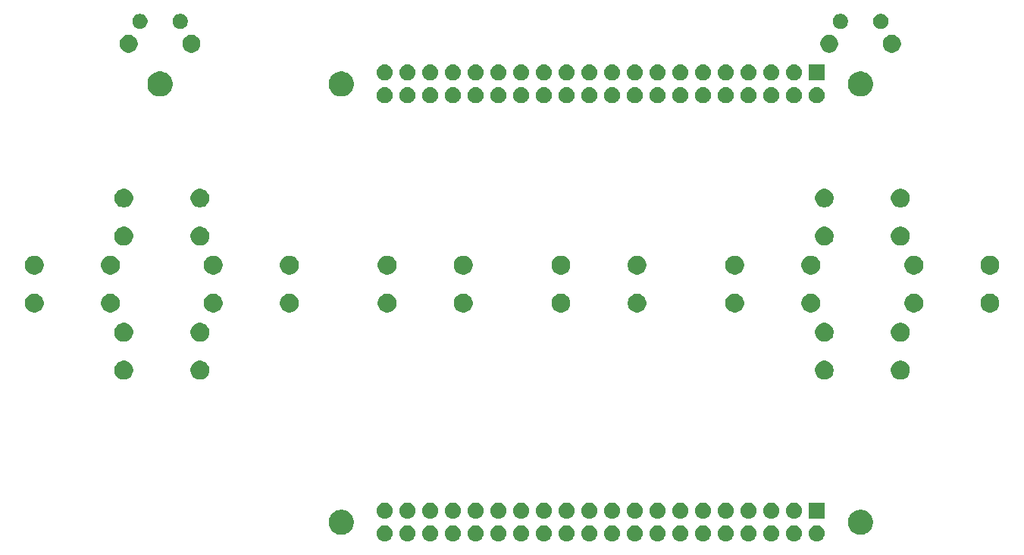
<source format=gbr>
G04 #@! TF.GenerationSoftware,KiCad,Pcbnew,(5.0.2)-1*
G04 #@! TF.CreationDate,2019-11-02T01:01:46-04:00*
G04 #@! TF.ProjectId,gamepad,67616d65-7061-4642-9e6b-696361645f70,rev?*
G04 #@! TF.SameCoordinates,Original*
G04 #@! TF.FileFunction,Soldermask,Top*
G04 #@! TF.FilePolarity,Negative*
%FSLAX46Y46*%
G04 Gerber Fmt 4.6, Leading zero omitted, Abs format (unit mm)*
G04 Created by KiCad (PCBNEW (5.0.2)-1) date 11/2/2019 1:01:46 AM*
%MOMM*%
%LPD*%
G01*
G04 APERTURE LIST*
%ADD10C,0.100000*%
G04 APERTURE END LIST*
D10*
G36*
X170210442Y-122345518D02*
X170276627Y-122352037D01*
X170389853Y-122386384D01*
X170446467Y-122403557D01*
X170585087Y-122477652D01*
X170602991Y-122487222D01*
X170638729Y-122516552D01*
X170740186Y-122599814D01*
X170823448Y-122701271D01*
X170852778Y-122737009D01*
X170852779Y-122737011D01*
X170936443Y-122893533D01*
X170936443Y-122893534D01*
X170987963Y-123063373D01*
X171005359Y-123240000D01*
X170987963Y-123416627D01*
X170953616Y-123529853D01*
X170936443Y-123586467D01*
X170862348Y-123725087D01*
X170852778Y-123742991D01*
X170823448Y-123778729D01*
X170740186Y-123880186D01*
X170638729Y-123963448D01*
X170602991Y-123992778D01*
X170602989Y-123992779D01*
X170446467Y-124076443D01*
X170389853Y-124093616D01*
X170276627Y-124127963D01*
X170210443Y-124134481D01*
X170144260Y-124141000D01*
X170055740Y-124141000D01*
X169989557Y-124134481D01*
X169923373Y-124127963D01*
X169810147Y-124093616D01*
X169753533Y-124076443D01*
X169597011Y-123992779D01*
X169597009Y-123992778D01*
X169561271Y-123963448D01*
X169459814Y-123880186D01*
X169376552Y-123778729D01*
X169347222Y-123742991D01*
X169337652Y-123725087D01*
X169263557Y-123586467D01*
X169246384Y-123529853D01*
X169212037Y-123416627D01*
X169194641Y-123240000D01*
X169212037Y-123063373D01*
X169263557Y-122893534D01*
X169263557Y-122893533D01*
X169347221Y-122737011D01*
X169347222Y-122737009D01*
X169376552Y-122701271D01*
X169459814Y-122599814D01*
X169561271Y-122516552D01*
X169597009Y-122487222D01*
X169614913Y-122477652D01*
X169753533Y-122403557D01*
X169810147Y-122386384D01*
X169923373Y-122352037D01*
X169989558Y-122345518D01*
X170055740Y-122339000D01*
X170144260Y-122339000D01*
X170210442Y-122345518D01*
X170210442Y-122345518D01*
G37*
G36*
X144810442Y-122345518D02*
X144876627Y-122352037D01*
X144989853Y-122386384D01*
X145046467Y-122403557D01*
X145185087Y-122477652D01*
X145202991Y-122487222D01*
X145238729Y-122516552D01*
X145340186Y-122599814D01*
X145423448Y-122701271D01*
X145452778Y-122737009D01*
X145452779Y-122737011D01*
X145536443Y-122893533D01*
X145536443Y-122893534D01*
X145587963Y-123063373D01*
X145605359Y-123240000D01*
X145587963Y-123416627D01*
X145553616Y-123529853D01*
X145536443Y-123586467D01*
X145462348Y-123725087D01*
X145452778Y-123742991D01*
X145423448Y-123778729D01*
X145340186Y-123880186D01*
X145238729Y-123963448D01*
X145202991Y-123992778D01*
X145202989Y-123992779D01*
X145046467Y-124076443D01*
X144989853Y-124093616D01*
X144876627Y-124127963D01*
X144810443Y-124134481D01*
X144744260Y-124141000D01*
X144655740Y-124141000D01*
X144589557Y-124134481D01*
X144523373Y-124127963D01*
X144410147Y-124093616D01*
X144353533Y-124076443D01*
X144197011Y-123992779D01*
X144197009Y-123992778D01*
X144161271Y-123963448D01*
X144059814Y-123880186D01*
X143976552Y-123778729D01*
X143947222Y-123742991D01*
X143937652Y-123725087D01*
X143863557Y-123586467D01*
X143846384Y-123529853D01*
X143812037Y-123416627D01*
X143794641Y-123240000D01*
X143812037Y-123063373D01*
X143863557Y-122893534D01*
X143863557Y-122893533D01*
X143947221Y-122737011D01*
X143947222Y-122737009D01*
X143976552Y-122701271D01*
X144059814Y-122599814D01*
X144161271Y-122516552D01*
X144197009Y-122487222D01*
X144214913Y-122477652D01*
X144353533Y-122403557D01*
X144410147Y-122386384D01*
X144523373Y-122352037D01*
X144589558Y-122345518D01*
X144655740Y-122339000D01*
X144744260Y-122339000D01*
X144810442Y-122345518D01*
X144810442Y-122345518D01*
G37*
G36*
X121950442Y-122345518D02*
X122016627Y-122352037D01*
X122129853Y-122386384D01*
X122186467Y-122403557D01*
X122325087Y-122477652D01*
X122342991Y-122487222D01*
X122378729Y-122516552D01*
X122480186Y-122599814D01*
X122563448Y-122701271D01*
X122592778Y-122737009D01*
X122592779Y-122737011D01*
X122676443Y-122893533D01*
X122676443Y-122893534D01*
X122727963Y-123063373D01*
X122745359Y-123240000D01*
X122727963Y-123416627D01*
X122693616Y-123529853D01*
X122676443Y-123586467D01*
X122602348Y-123725087D01*
X122592778Y-123742991D01*
X122563448Y-123778729D01*
X122480186Y-123880186D01*
X122378729Y-123963448D01*
X122342991Y-123992778D01*
X122342989Y-123992779D01*
X122186467Y-124076443D01*
X122129853Y-124093616D01*
X122016627Y-124127963D01*
X121950443Y-124134481D01*
X121884260Y-124141000D01*
X121795740Y-124141000D01*
X121729557Y-124134481D01*
X121663373Y-124127963D01*
X121550147Y-124093616D01*
X121493533Y-124076443D01*
X121337011Y-123992779D01*
X121337009Y-123992778D01*
X121301271Y-123963448D01*
X121199814Y-123880186D01*
X121116552Y-123778729D01*
X121087222Y-123742991D01*
X121077652Y-123725087D01*
X121003557Y-123586467D01*
X120986384Y-123529853D01*
X120952037Y-123416627D01*
X120934641Y-123240000D01*
X120952037Y-123063373D01*
X121003557Y-122893534D01*
X121003557Y-122893533D01*
X121087221Y-122737011D01*
X121087222Y-122737009D01*
X121116552Y-122701271D01*
X121199814Y-122599814D01*
X121301271Y-122516552D01*
X121337009Y-122487222D01*
X121354913Y-122477652D01*
X121493533Y-122403557D01*
X121550147Y-122386384D01*
X121663373Y-122352037D01*
X121729558Y-122345518D01*
X121795740Y-122339000D01*
X121884260Y-122339000D01*
X121950442Y-122345518D01*
X121950442Y-122345518D01*
G37*
G36*
X124490442Y-122345518D02*
X124556627Y-122352037D01*
X124669853Y-122386384D01*
X124726467Y-122403557D01*
X124865087Y-122477652D01*
X124882991Y-122487222D01*
X124918729Y-122516552D01*
X125020186Y-122599814D01*
X125103448Y-122701271D01*
X125132778Y-122737009D01*
X125132779Y-122737011D01*
X125216443Y-122893533D01*
X125216443Y-122893534D01*
X125267963Y-123063373D01*
X125285359Y-123240000D01*
X125267963Y-123416627D01*
X125233616Y-123529853D01*
X125216443Y-123586467D01*
X125142348Y-123725087D01*
X125132778Y-123742991D01*
X125103448Y-123778729D01*
X125020186Y-123880186D01*
X124918729Y-123963448D01*
X124882991Y-123992778D01*
X124882989Y-123992779D01*
X124726467Y-124076443D01*
X124669853Y-124093616D01*
X124556627Y-124127963D01*
X124490443Y-124134481D01*
X124424260Y-124141000D01*
X124335740Y-124141000D01*
X124269557Y-124134481D01*
X124203373Y-124127963D01*
X124090147Y-124093616D01*
X124033533Y-124076443D01*
X123877011Y-123992779D01*
X123877009Y-123992778D01*
X123841271Y-123963448D01*
X123739814Y-123880186D01*
X123656552Y-123778729D01*
X123627222Y-123742991D01*
X123617652Y-123725087D01*
X123543557Y-123586467D01*
X123526384Y-123529853D01*
X123492037Y-123416627D01*
X123474641Y-123240000D01*
X123492037Y-123063373D01*
X123543557Y-122893534D01*
X123543557Y-122893533D01*
X123627221Y-122737011D01*
X123627222Y-122737009D01*
X123656552Y-122701271D01*
X123739814Y-122599814D01*
X123841271Y-122516552D01*
X123877009Y-122487222D01*
X123894913Y-122477652D01*
X124033533Y-122403557D01*
X124090147Y-122386384D01*
X124203373Y-122352037D01*
X124269558Y-122345518D01*
X124335740Y-122339000D01*
X124424260Y-122339000D01*
X124490442Y-122345518D01*
X124490442Y-122345518D01*
G37*
G36*
X127030442Y-122345518D02*
X127096627Y-122352037D01*
X127209853Y-122386384D01*
X127266467Y-122403557D01*
X127405087Y-122477652D01*
X127422991Y-122487222D01*
X127458729Y-122516552D01*
X127560186Y-122599814D01*
X127643448Y-122701271D01*
X127672778Y-122737009D01*
X127672779Y-122737011D01*
X127756443Y-122893533D01*
X127756443Y-122893534D01*
X127807963Y-123063373D01*
X127825359Y-123240000D01*
X127807963Y-123416627D01*
X127773616Y-123529853D01*
X127756443Y-123586467D01*
X127682348Y-123725087D01*
X127672778Y-123742991D01*
X127643448Y-123778729D01*
X127560186Y-123880186D01*
X127458729Y-123963448D01*
X127422991Y-123992778D01*
X127422989Y-123992779D01*
X127266467Y-124076443D01*
X127209853Y-124093616D01*
X127096627Y-124127963D01*
X127030443Y-124134481D01*
X126964260Y-124141000D01*
X126875740Y-124141000D01*
X126809557Y-124134481D01*
X126743373Y-124127963D01*
X126630147Y-124093616D01*
X126573533Y-124076443D01*
X126417011Y-123992779D01*
X126417009Y-123992778D01*
X126381271Y-123963448D01*
X126279814Y-123880186D01*
X126196552Y-123778729D01*
X126167222Y-123742991D01*
X126157652Y-123725087D01*
X126083557Y-123586467D01*
X126066384Y-123529853D01*
X126032037Y-123416627D01*
X126014641Y-123240000D01*
X126032037Y-123063373D01*
X126083557Y-122893534D01*
X126083557Y-122893533D01*
X126167221Y-122737011D01*
X126167222Y-122737009D01*
X126196552Y-122701271D01*
X126279814Y-122599814D01*
X126381271Y-122516552D01*
X126417009Y-122487222D01*
X126434913Y-122477652D01*
X126573533Y-122403557D01*
X126630147Y-122386384D01*
X126743373Y-122352037D01*
X126809558Y-122345518D01*
X126875740Y-122339000D01*
X126964260Y-122339000D01*
X127030442Y-122345518D01*
X127030442Y-122345518D01*
G37*
G36*
X129570442Y-122345518D02*
X129636627Y-122352037D01*
X129749853Y-122386384D01*
X129806467Y-122403557D01*
X129945087Y-122477652D01*
X129962991Y-122487222D01*
X129998729Y-122516552D01*
X130100186Y-122599814D01*
X130183448Y-122701271D01*
X130212778Y-122737009D01*
X130212779Y-122737011D01*
X130296443Y-122893533D01*
X130296443Y-122893534D01*
X130347963Y-123063373D01*
X130365359Y-123240000D01*
X130347963Y-123416627D01*
X130313616Y-123529853D01*
X130296443Y-123586467D01*
X130222348Y-123725087D01*
X130212778Y-123742991D01*
X130183448Y-123778729D01*
X130100186Y-123880186D01*
X129998729Y-123963448D01*
X129962991Y-123992778D01*
X129962989Y-123992779D01*
X129806467Y-124076443D01*
X129749853Y-124093616D01*
X129636627Y-124127963D01*
X129570443Y-124134481D01*
X129504260Y-124141000D01*
X129415740Y-124141000D01*
X129349557Y-124134481D01*
X129283373Y-124127963D01*
X129170147Y-124093616D01*
X129113533Y-124076443D01*
X128957011Y-123992779D01*
X128957009Y-123992778D01*
X128921271Y-123963448D01*
X128819814Y-123880186D01*
X128736552Y-123778729D01*
X128707222Y-123742991D01*
X128697652Y-123725087D01*
X128623557Y-123586467D01*
X128606384Y-123529853D01*
X128572037Y-123416627D01*
X128554641Y-123240000D01*
X128572037Y-123063373D01*
X128623557Y-122893534D01*
X128623557Y-122893533D01*
X128707221Y-122737011D01*
X128707222Y-122737009D01*
X128736552Y-122701271D01*
X128819814Y-122599814D01*
X128921271Y-122516552D01*
X128957009Y-122487222D01*
X128974913Y-122477652D01*
X129113533Y-122403557D01*
X129170147Y-122386384D01*
X129283373Y-122352037D01*
X129349558Y-122345518D01*
X129415740Y-122339000D01*
X129504260Y-122339000D01*
X129570442Y-122345518D01*
X129570442Y-122345518D01*
G37*
G36*
X132110442Y-122345518D02*
X132176627Y-122352037D01*
X132289853Y-122386384D01*
X132346467Y-122403557D01*
X132485087Y-122477652D01*
X132502991Y-122487222D01*
X132538729Y-122516552D01*
X132640186Y-122599814D01*
X132723448Y-122701271D01*
X132752778Y-122737009D01*
X132752779Y-122737011D01*
X132836443Y-122893533D01*
X132836443Y-122893534D01*
X132887963Y-123063373D01*
X132905359Y-123240000D01*
X132887963Y-123416627D01*
X132853616Y-123529853D01*
X132836443Y-123586467D01*
X132762348Y-123725087D01*
X132752778Y-123742991D01*
X132723448Y-123778729D01*
X132640186Y-123880186D01*
X132538729Y-123963448D01*
X132502991Y-123992778D01*
X132502989Y-123992779D01*
X132346467Y-124076443D01*
X132289853Y-124093616D01*
X132176627Y-124127963D01*
X132110443Y-124134481D01*
X132044260Y-124141000D01*
X131955740Y-124141000D01*
X131889557Y-124134481D01*
X131823373Y-124127963D01*
X131710147Y-124093616D01*
X131653533Y-124076443D01*
X131497011Y-123992779D01*
X131497009Y-123992778D01*
X131461271Y-123963448D01*
X131359814Y-123880186D01*
X131276552Y-123778729D01*
X131247222Y-123742991D01*
X131237652Y-123725087D01*
X131163557Y-123586467D01*
X131146384Y-123529853D01*
X131112037Y-123416627D01*
X131094641Y-123240000D01*
X131112037Y-123063373D01*
X131163557Y-122893534D01*
X131163557Y-122893533D01*
X131247221Y-122737011D01*
X131247222Y-122737009D01*
X131276552Y-122701271D01*
X131359814Y-122599814D01*
X131461271Y-122516552D01*
X131497009Y-122487222D01*
X131514913Y-122477652D01*
X131653533Y-122403557D01*
X131710147Y-122386384D01*
X131823373Y-122352037D01*
X131889558Y-122345518D01*
X131955740Y-122339000D01*
X132044260Y-122339000D01*
X132110442Y-122345518D01*
X132110442Y-122345518D01*
G37*
G36*
X134650442Y-122345518D02*
X134716627Y-122352037D01*
X134829853Y-122386384D01*
X134886467Y-122403557D01*
X135025087Y-122477652D01*
X135042991Y-122487222D01*
X135078729Y-122516552D01*
X135180186Y-122599814D01*
X135263448Y-122701271D01*
X135292778Y-122737009D01*
X135292779Y-122737011D01*
X135376443Y-122893533D01*
X135376443Y-122893534D01*
X135427963Y-123063373D01*
X135445359Y-123240000D01*
X135427963Y-123416627D01*
X135393616Y-123529853D01*
X135376443Y-123586467D01*
X135302348Y-123725087D01*
X135292778Y-123742991D01*
X135263448Y-123778729D01*
X135180186Y-123880186D01*
X135078729Y-123963448D01*
X135042991Y-123992778D01*
X135042989Y-123992779D01*
X134886467Y-124076443D01*
X134829853Y-124093616D01*
X134716627Y-124127963D01*
X134650443Y-124134481D01*
X134584260Y-124141000D01*
X134495740Y-124141000D01*
X134429557Y-124134481D01*
X134363373Y-124127963D01*
X134250147Y-124093616D01*
X134193533Y-124076443D01*
X134037011Y-123992779D01*
X134037009Y-123992778D01*
X134001271Y-123963448D01*
X133899814Y-123880186D01*
X133816552Y-123778729D01*
X133787222Y-123742991D01*
X133777652Y-123725087D01*
X133703557Y-123586467D01*
X133686384Y-123529853D01*
X133652037Y-123416627D01*
X133634641Y-123240000D01*
X133652037Y-123063373D01*
X133703557Y-122893534D01*
X133703557Y-122893533D01*
X133787221Y-122737011D01*
X133787222Y-122737009D01*
X133816552Y-122701271D01*
X133899814Y-122599814D01*
X134001271Y-122516552D01*
X134037009Y-122487222D01*
X134054913Y-122477652D01*
X134193533Y-122403557D01*
X134250147Y-122386384D01*
X134363373Y-122352037D01*
X134429558Y-122345518D01*
X134495740Y-122339000D01*
X134584260Y-122339000D01*
X134650442Y-122345518D01*
X134650442Y-122345518D01*
G37*
G36*
X137190442Y-122345518D02*
X137256627Y-122352037D01*
X137369853Y-122386384D01*
X137426467Y-122403557D01*
X137565087Y-122477652D01*
X137582991Y-122487222D01*
X137618729Y-122516552D01*
X137720186Y-122599814D01*
X137803448Y-122701271D01*
X137832778Y-122737009D01*
X137832779Y-122737011D01*
X137916443Y-122893533D01*
X137916443Y-122893534D01*
X137967963Y-123063373D01*
X137985359Y-123240000D01*
X137967963Y-123416627D01*
X137933616Y-123529853D01*
X137916443Y-123586467D01*
X137842348Y-123725087D01*
X137832778Y-123742991D01*
X137803448Y-123778729D01*
X137720186Y-123880186D01*
X137618729Y-123963448D01*
X137582991Y-123992778D01*
X137582989Y-123992779D01*
X137426467Y-124076443D01*
X137369853Y-124093616D01*
X137256627Y-124127963D01*
X137190443Y-124134481D01*
X137124260Y-124141000D01*
X137035740Y-124141000D01*
X136969557Y-124134481D01*
X136903373Y-124127963D01*
X136790147Y-124093616D01*
X136733533Y-124076443D01*
X136577011Y-123992779D01*
X136577009Y-123992778D01*
X136541271Y-123963448D01*
X136439814Y-123880186D01*
X136356552Y-123778729D01*
X136327222Y-123742991D01*
X136317652Y-123725087D01*
X136243557Y-123586467D01*
X136226384Y-123529853D01*
X136192037Y-123416627D01*
X136174641Y-123240000D01*
X136192037Y-123063373D01*
X136243557Y-122893534D01*
X136243557Y-122893533D01*
X136327221Y-122737011D01*
X136327222Y-122737009D01*
X136356552Y-122701271D01*
X136439814Y-122599814D01*
X136541271Y-122516552D01*
X136577009Y-122487222D01*
X136594913Y-122477652D01*
X136733533Y-122403557D01*
X136790147Y-122386384D01*
X136903373Y-122352037D01*
X136969558Y-122345518D01*
X137035740Y-122339000D01*
X137124260Y-122339000D01*
X137190442Y-122345518D01*
X137190442Y-122345518D01*
G37*
G36*
X139730442Y-122345518D02*
X139796627Y-122352037D01*
X139909853Y-122386384D01*
X139966467Y-122403557D01*
X140105087Y-122477652D01*
X140122991Y-122487222D01*
X140158729Y-122516552D01*
X140260186Y-122599814D01*
X140343448Y-122701271D01*
X140372778Y-122737009D01*
X140372779Y-122737011D01*
X140456443Y-122893533D01*
X140456443Y-122893534D01*
X140507963Y-123063373D01*
X140525359Y-123240000D01*
X140507963Y-123416627D01*
X140473616Y-123529853D01*
X140456443Y-123586467D01*
X140382348Y-123725087D01*
X140372778Y-123742991D01*
X140343448Y-123778729D01*
X140260186Y-123880186D01*
X140158729Y-123963448D01*
X140122991Y-123992778D01*
X140122989Y-123992779D01*
X139966467Y-124076443D01*
X139909853Y-124093616D01*
X139796627Y-124127963D01*
X139730443Y-124134481D01*
X139664260Y-124141000D01*
X139575740Y-124141000D01*
X139509557Y-124134481D01*
X139443373Y-124127963D01*
X139330147Y-124093616D01*
X139273533Y-124076443D01*
X139117011Y-123992779D01*
X139117009Y-123992778D01*
X139081271Y-123963448D01*
X138979814Y-123880186D01*
X138896552Y-123778729D01*
X138867222Y-123742991D01*
X138857652Y-123725087D01*
X138783557Y-123586467D01*
X138766384Y-123529853D01*
X138732037Y-123416627D01*
X138714641Y-123240000D01*
X138732037Y-123063373D01*
X138783557Y-122893534D01*
X138783557Y-122893533D01*
X138867221Y-122737011D01*
X138867222Y-122737009D01*
X138896552Y-122701271D01*
X138979814Y-122599814D01*
X139081271Y-122516552D01*
X139117009Y-122487222D01*
X139134913Y-122477652D01*
X139273533Y-122403557D01*
X139330147Y-122386384D01*
X139443373Y-122352037D01*
X139509558Y-122345518D01*
X139575740Y-122339000D01*
X139664260Y-122339000D01*
X139730442Y-122345518D01*
X139730442Y-122345518D01*
G37*
G36*
X142270442Y-122345518D02*
X142336627Y-122352037D01*
X142449853Y-122386384D01*
X142506467Y-122403557D01*
X142645087Y-122477652D01*
X142662991Y-122487222D01*
X142698729Y-122516552D01*
X142800186Y-122599814D01*
X142883448Y-122701271D01*
X142912778Y-122737009D01*
X142912779Y-122737011D01*
X142996443Y-122893533D01*
X142996443Y-122893534D01*
X143047963Y-123063373D01*
X143065359Y-123240000D01*
X143047963Y-123416627D01*
X143013616Y-123529853D01*
X142996443Y-123586467D01*
X142922348Y-123725087D01*
X142912778Y-123742991D01*
X142883448Y-123778729D01*
X142800186Y-123880186D01*
X142698729Y-123963448D01*
X142662991Y-123992778D01*
X142662989Y-123992779D01*
X142506467Y-124076443D01*
X142449853Y-124093616D01*
X142336627Y-124127963D01*
X142270443Y-124134481D01*
X142204260Y-124141000D01*
X142115740Y-124141000D01*
X142049557Y-124134481D01*
X141983373Y-124127963D01*
X141870147Y-124093616D01*
X141813533Y-124076443D01*
X141657011Y-123992779D01*
X141657009Y-123992778D01*
X141621271Y-123963448D01*
X141519814Y-123880186D01*
X141436552Y-123778729D01*
X141407222Y-123742991D01*
X141397652Y-123725087D01*
X141323557Y-123586467D01*
X141306384Y-123529853D01*
X141272037Y-123416627D01*
X141254641Y-123240000D01*
X141272037Y-123063373D01*
X141323557Y-122893534D01*
X141323557Y-122893533D01*
X141407221Y-122737011D01*
X141407222Y-122737009D01*
X141436552Y-122701271D01*
X141519814Y-122599814D01*
X141621271Y-122516552D01*
X141657009Y-122487222D01*
X141674913Y-122477652D01*
X141813533Y-122403557D01*
X141870147Y-122386384D01*
X141983373Y-122352037D01*
X142049558Y-122345518D01*
X142115740Y-122339000D01*
X142204260Y-122339000D01*
X142270442Y-122345518D01*
X142270442Y-122345518D01*
G37*
G36*
X149890442Y-122345518D02*
X149956627Y-122352037D01*
X150069853Y-122386384D01*
X150126467Y-122403557D01*
X150265087Y-122477652D01*
X150282991Y-122487222D01*
X150318729Y-122516552D01*
X150420186Y-122599814D01*
X150503448Y-122701271D01*
X150532778Y-122737009D01*
X150532779Y-122737011D01*
X150616443Y-122893533D01*
X150616443Y-122893534D01*
X150667963Y-123063373D01*
X150685359Y-123240000D01*
X150667963Y-123416627D01*
X150633616Y-123529853D01*
X150616443Y-123586467D01*
X150542348Y-123725087D01*
X150532778Y-123742991D01*
X150503448Y-123778729D01*
X150420186Y-123880186D01*
X150318729Y-123963448D01*
X150282991Y-123992778D01*
X150282989Y-123992779D01*
X150126467Y-124076443D01*
X150069853Y-124093616D01*
X149956627Y-124127963D01*
X149890443Y-124134481D01*
X149824260Y-124141000D01*
X149735740Y-124141000D01*
X149669557Y-124134481D01*
X149603373Y-124127963D01*
X149490147Y-124093616D01*
X149433533Y-124076443D01*
X149277011Y-123992779D01*
X149277009Y-123992778D01*
X149241271Y-123963448D01*
X149139814Y-123880186D01*
X149056552Y-123778729D01*
X149027222Y-123742991D01*
X149017652Y-123725087D01*
X148943557Y-123586467D01*
X148926384Y-123529853D01*
X148892037Y-123416627D01*
X148874641Y-123240000D01*
X148892037Y-123063373D01*
X148943557Y-122893534D01*
X148943557Y-122893533D01*
X149027221Y-122737011D01*
X149027222Y-122737009D01*
X149056552Y-122701271D01*
X149139814Y-122599814D01*
X149241271Y-122516552D01*
X149277009Y-122487222D01*
X149294913Y-122477652D01*
X149433533Y-122403557D01*
X149490147Y-122386384D01*
X149603373Y-122352037D01*
X149669558Y-122345518D01*
X149735740Y-122339000D01*
X149824260Y-122339000D01*
X149890442Y-122345518D01*
X149890442Y-122345518D01*
G37*
G36*
X152430442Y-122345518D02*
X152496627Y-122352037D01*
X152609853Y-122386384D01*
X152666467Y-122403557D01*
X152805087Y-122477652D01*
X152822991Y-122487222D01*
X152858729Y-122516552D01*
X152960186Y-122599814D01*
X153043448Y-122701271D01*
X153072778Y-122737009D01*
X153072779Y-122737011D01*
X153156443Y-122893533D01*
X153156443Y-122893534D01*
X153207963Y-123063373D01*
X153225359Y-123240000D01*
X153207963Y-123416627D01*
X153173616Y-123529853D01*
X153156443Y-123586467D01*
X153082348Y-123725087D01*
X153072778Y-123742991D01*
X153043448Y-123778729D01*
X152960186Y-123880186D01*
X152858729Y-123963448D01*
X152822991Y-123992778D01*
X152822989Y-123992779D01*
X152666467Y-124076443D01*
X152609853Y-124093616D01*
X152496627Y-124127963D01*
X152430443Y-124134481D01*
X152364260Y-124141000D01*
X152275740Y-124141000D01*
X152209557Y-124134481D01*
X152143373Y-124127963D01*
X152030147Y-124093616D01*
X151973533Y-124076443D01*
X151817011Y-123992779D01*
X151817009Y-123992778D01*
X151781271Y-123963448D01*
X151679814Y-123880186D01*
X151596552Y-123778729D01*
X151567222Y-123742991D01*
X151557652Y-123725087D01*
X151483557Y-123586467D01*
X151466384Y-123529853D01*
X151432037Y-123416627D01*
X151414641Y-123240000D01*
X151432037Y-123063373D01*
X151483557Y-122893534D01*
X151483557Y-122893533D01*
X151567221Y-122737011D01*
X151567222Y-122737009D01*
X151596552Y-122701271D01*
X151679814Y-122599814D01*
X151781271Y-122516552D01*
X151817009Y-122487222D01*
X151834913Y-122477652D01*
X151973533Y-122403557D01*
X152030147Y-122386384D01*
X152143373Y-122352037D01*
X152209558Y-122345518D01*
X152275740Y-122339000D01*
X152364260Y-122339000D01*
X152430442Y-122345518D01*
X152430442Y-122345518D01*
G37*
G36*
X154970442Y-122345518D02*
X155036627Y-122352037D01*
X155149853Y-122386384D01*
X155206467Y-122403557D01*
X155345087Y-122477652D01*
X155362991Y-122487222D01*
X155398729Y-122516552D01*
X155500186Y-122599814D01*
X155583448Y-122701271D01*
X155612778Y-122737009D01*
X155612779Y-122737011D01*
X155696443Y-122893533D01*
X155696443Y-122893534D01*
X155747963Y-123063373D01*
X155765359Y-123240000D01*
X155747963Y-123416627D01*
X155713616Y-123529853D01*
X155696443Y-123586467D01*
X155622348Y-123725087D01*
X155612778Y-123742991D01*
X155583448Y-123778729D01*
X155500186Y-123880186D01*
X155398729Y-123963448D01*
X155362991Y-123992778D01*
X155362989Y-123992779D01*
X155206467Y-124076443D01*
X155149853Y-124093616D01*
X155036627Y-124127963D01*
X154970443Y-124134481D01*
X154904260Y-124141000D01*
X154815740Y-124141000D01*
X154749557Y-124134481D01*
X154683373Y-124127963D01*
X154570147Y-124093616D01*
X154513533Y-124076443D01*
X154357011Y-123992779D01*
X154357009Y-123992778D01*
X154321271Y-123963448D01*
X154219814Y-123880186D01*
X154136552Y-123778729D01*
X154107222Y-123742991D01*
X154097652Y-123725087D01*
X154023557Y-123586467D01*
X154006384Y-123529853D01*
X153972037Y-123416627D01*
X153954641Y-123240000D01*
X153972037Y-123063373D01*
X154023557Y-122893534D01*
X154023557Y-122893533D01*
X154107221Y-122737011D01*
X154107222Y-122737009D01*
X154136552Y-122701271D01*
X154219814Y-122599814D01*
X154321271Y-122516552D01*
X154357009Y-122487222D01*
X154374913Y-122477652D01*
X154513533Y-122403557D01*
X154570147Y-122386384D01*
X154683373Y-122352037D01*
X154749558Y-122345518D01*
X154815740Y-122339000D01*
X154904260Y-122339000D01*
X154970442Y-122345518D01*
X154970442Y-122345518D01*
G37*
G36*
X157510442Y-122345518D02*
X157576627Y-122352037D01*
X157689853Y-122386384D01*
X157746467Y-122403557D01*
X157885087Y-122477652D01*
X157902991Y-122487222D01*
X157938729Y-122516552D01*
X158040186Y-122599814D01*
X158123448Y-122701271D01*
X158152778Y-122737009D01*
X158152779Y-122737011D01*
X158236443Y-122893533D01*
X158236443Y-122893534D01*
X158287963Y-123063373D01*
X158305359Y-123240000D01*
X158287963Y-123416627D01*
X158253616Y-123529853D01*
X158236443Y-123586467D01*
X158162348Y-123725087D01*
X158152778Y-123742991D01*
X158123448Y-123778729D01*
X158040186Y-123880186D01*
X157938729Y-123963448D01*
X157902991Y-123992778D01*
X157902989Y-123992779D01*
X157746467Y-124076443D01*
X157689853Y-124093616D01*
X157576627Y-124127963D01*
X157510443Y-124134481D01*
X157444260Y-124141000D01*
X157355740Y-124141000D01*
X157289557Y-124134481D01*
X157223373Y-124127963D01*
X157110147Y-124093616D01*
X157053533Y-124076443D01*
X156897011Y-123992779D01*
X156897009Y-123992778D01*
X156861271Y-123963448D01*
X156759814Y-123880186D01*
X156676552Y-123778729D01*
X156647222Y-123742991D01*
X156637652Y-123725087D01*
X156563557Y-123586467D01*
X156546384Y-123529853D01*
X156512037Y-123416627D01*
X156494641Y-123240000D01*
X156512037Y-123063373D01*
X156563557Y-122893534D01*
X156563557Y-122893533D01*
X156647221Y-122737011D01*
X156647222Y-122737009D01*
X156676552Y-122701271D01*
X156759814Y-122599814D01*
X156861271Y-122516552D01*
X156897009Y-122487222D01*
X156914913Y-122477652D01*
X157053533Y-122403557D01*
X157110147Y-122386384D01*
X157223373Y-122352037D01*
X157289558Y-122345518D01*
X157355740Y-122339000D01*
X157444260Y-122339000D01*
X157510442Y-122345518D01*
X157510442Y-122345518D01*
G37*
G36*
X160050442Y-122345518D02*
X160116627Y-122352037D01*
X160229853Y-122386384D01*
X160286467Y-122403557D01*
X160425087Y-122477652D01*
X160442991Y-122487222D01*
X160478729Y-122516552D01*
X160580186Y-122599814D01*
X160663448Y-122701271D01*
X160692778Y-122737009D01*
X160692779Y-122737011D01*
X160776443Y-122893533D01*
X160776443Y-122893534D01*
X160827963Y-123063373D01*
X160845359Y-123240000D01*
X160827963Y-123416627D01*
X160793616Y-123529853D01*
X160776443Y-123586467D01*
X160702348Y-123725087D01*
X160692778Y-123742991D01*
X160663448Y-123778729D01*
X160580186Y-123880186D01*
X160478729Y-123963448D01*
X160442991Y-123992778D01*
X160442989Y-123992779D01*
X160286467Y-124076443D01*
X160229853Y-124093616D01*
X160116627Y-124127963D01*
X160050443Y-124134481D01*
X159984260Y-124141000D01*
X159895740Y-124141000D01*
X159829557Y-124134481D01*
X159763373Y-124127963D01*
X159650147Y-124093616D01*
X159593533Y-124076443D01*
X159437011Y-123992779D01*
X159437009Y-123992778D01*
X159401271Y-123963448D01*
X159299814Y-123880186D01*
X159216552Y-123778729D01*
X159187222Y-123742991D01*
X159177652Y-123725087D01*
X159103557Y-123586467D01*
X159086384Y-123529853D01*
X159052037Y-123416627D01*
X159034641Y-123240000D01*
X159052037Y-123063373D01*
X159103557Y-122893534D01*
X159103557Y-122893533D01*
X159187221Y-122737011D01*
X159187222Y-122737009D01*
X159216552Y-122701271D01*
X159299814Y-122599814D01*
X159401271Y-122516552D01*
X159437009Y-122487222D01*
X159454913Y-122477652D01*
X159593533Y-122403557D01*
X159650147Y-122386384D01*
X159763373Y-122352037D01*
X159829558Y-122345518D01*
X159895740Y-122339000D01*
X159984260Y-122339000D01*
X160050442Y-122345518D01*
X160050442Y-122345518D01*
G37*
G36*
X162590442Y-122345518D02*
X162656627Y-122352037D01*
X162769853Y-122386384D01*
X162826467Y-122403557D01*
X162965087Y-122477652D01*
X162982991Y-122487222D01*
X163018729Y-122516552D01*
X163120186Y-122599814D01*
X163203448Y-122701271D01*
X163232778Y-122737009D01*
X163232779Y-122737011D01*
X163316443Y-122893533D01*
X163316443Y-122893534D01*
X163367963Y-123063373D01*
X163385359Y-123240000D01*
X163367963Y-123416627D01*
X163333616Y-123529853D01*
X163316443Y-123586467D01*
X163242348Y-123725087D01*
X163232778Y-123742991D01*
X163203448Y-123778729D01*
X163120186Y-123880186D01*
X163018729Y-123963448D01*
X162982991Y-123992778D01*
X162982989Y-123992779D01*
X162826467Y-124076443D01*
X162769853Y-124093616D01*
X162656627Y-124127963D01*
X162590443Y-124134481D01*
X162524260Y-124141000D01*
X162435740Y-124141000D01*
X162369557Y-124134481D01*
X162303373Y-124127963D01*
X162190147Y-124093616D01*
X162133533Y-124076443D01*
X161977011Y-123992779D01*
X161977009Y-123992778D01*
X161941271Y-123963448D01*
X161839814Y-123880186D01*
X161756552Y-123778729D01*
X161727222Y-123742991D01*
X161717652Y-123725087D01*
X161643557Y-123586467D01*
X161626384Y-123529853D01*
X161592037Y-123416627D01*
X161574641Y-123240000D01*
X161592037Y-123063373D01*
X161643557Y-122893534D01*
X161643557Y-122893533D01*
X161727221Y-122737011D01*
X161727222Y-122737009D01*
X161756552Y-122701271D01*
X161839814Y-122599814D01*
X161941271Y-122516552D01*
X161977009Y-122487222D01*
X161994913Y-122477652D01*
X162133533Y-122403557D01*
X162190147Y-122386384D01*
X162303373Y-122352037D01*
X162369558Y-122345518D01*
X162435740Y-122339000D01*
X162524260Y-122339000D01*
X162590442Y-122345518D01*
X162590442Y-122345518D01*
G37*
G36*
X165130442Y-122345518D02*
X165196627Y-122352037D01*
X165309853Y-122386384D01*
X165366467Y-122403557D01*
X165505087Y-122477652D01*
X165522991Y-122487222D01*
X165558729Y-122516552D01*
X165660186Y-122599814D01*
X165743448Y-122701271D01*
X165772778Y-122737009D01*
X165772779Y-122737011D01*
X165856443Y-122893533D01*
X165856443Y-122893534D01*
X165907963Y-123063373D01*
X165925359Y-123240000D01*
X165907963Y-123416627D01*
X165873616Y-123529853D01*
X165856443Y-123586467D01*
X165782348Y-123725087D01*
X165772778Y-123742991D01*
X165743448Y-123778729D01*
X165660186Y-123880186D01*
X165558729Y-123963448D01*
X165522991Y-123992778D01*
X165522989Y-123992779D01*
X165366467Y-124076443D01*
X165309853Y-124093616D01*
X165196627Y-124127963D01*
X165130443Y-124134481D01*
X165064260Y-124141000D01*
X164975740Y-124141000D01*
X164909557Y-124134481D01*
X164843373Y-124127963D01*
X164730147Y-124093616D01*
X164673533Y-124076443D01*
X164517011Y-123992779D01*
X164517009Y-123992778D01*
X164481271Y-123963448D01*
X164379814Y-123880186D01*
X164296552Y-123778729D01*
X164267222Y-123742991D01*
X164257652Y-123725087D01*
X164183557Y-123586467D01*
X164166384Y-123529853D01*
X164132037Y-123416627D01*
X164114641Y-123240000D01*
X164132037Y-123063373D01*
X164183557Y-122893534D01*
X164183557Y-122893533D01*
X164267221Y-122737011D01*
X164267222Y-122737009D01*
X164296552Y-122701271D01*
X164379814Y-122599814D01*
X164481271Y-122516552D01*
X164517009Y-122487222D01*
X164534913Y-122477652D01*
X164673533Y-122403557D01*
X164730147Y-122386384D01*
X164843373Y-122352037D01*
X164909558Y-122345518D01*
X164975740Y-122339000D01*
X165064260Y-122339000D01*
X165130442Y-122345518D01*
X165130442Y-122345518D01*
G37*
G36*
X167670442Y-122345518D02*
X167736627Y-122352037D01*
X167849853Y-122386384D01*
X167906467Y-122403557D01*
X168045087Y-122477652D01*
X168062991Y-122487222D01*
X168098729Y-122516552D01*
X168200186Y-122599814D01*
X168283448Y-122701271D01*
X168312778Y-122737009D01*
X168312779Y-122737011D01*
X168396443Y-122893533D01*
X168396443Y-122893534D01*
X168447963Y-123063373D01*
X168465359Y-123240000D01*
X168447963Y-123416627D01*
X168413616Y-123529853D01*
X168396443Y-123586467D01*
X168322348Y-123725087D01*
X168312778Y-123742991D01*
X168283448Y-123778729D01*
X168200186Y-123880186D01*
X168098729Y-123963448D01*
X168062991Y-123992778D01*
X168062989Y-123992779D01*
X167906467Y-124076443D01*
X167849853Y-124093616D01*
X167736627Y-124127963D01*
X167670443Y-124134481D01*
X167604260Y-124141000D01*
X167515740Y-124141000D01*
X167449557Y-124134481D01*
X167383373Y-124127963D01*
X167270147Y-124093616D01*
X167213533Y-124076443D01*
X167057011Y-123992779D01*
X167057009Y-123992778D01*
X167021271Y-123963448D01*
X166919814Y-123880186D01*
X166836552Y-123778729D01*
X166807222Y-123742991D01*
X166797652Y-123725087D01*
X166723557Y-123586467D01*
X166706384Y-123529853D01*
X166672037Y-123416627D01*
X166654641Y-123240000D01*
X166672037Y-123063373D01*
X166723557Y-122893534D01*
X166723557Y-122893533D01*
X166807221Y-122737011D01*
X166807222Y-122737009D01*
X166836552Y-122701271D01*
X166919814Y-122599814D01*
X167021271Y-122516552D01*
X167057009Y-122487222D01*
X167074913Y-122477652D01*
X167213533Y-122403557D01*
X167270147Y-122386384D01*
X167383373Y-122352037D01*
X167449558Y-122345518D01*
X167515740Y-122339000D01*
X167604260Y-122339000D01*
X167670442Y-122345518D01*
X167670442Y-122345518D01*
G37*
G36*
X147350442Y-122345518D02*
X147416627Y-122352037D01*
X147529853Y-122386384D01*
X147586467Y-122403557D01*
X147725087Y-122477652D01*
X147742991Y-122487222D01*
X147778729Y-122516552D01*
X147880186Y-122599814D01*
X147963448Y-122701271D01*
X147992778Y-122737009D01*
X147992779Y-122737011D01*
X148076443Y-122893533D01*
X148076443Y-122893534D01*
X148127963Y-123063373D01*
X148145359Y-123240000D01*
X148127963Y-123416627D01*
X148093616Y-123529853D01*
X148076443Y-123586467D01*
X148002348Y-123725087D01*
X147992778Y-123742991D01*
X147963448Y-123778729D01*
X147880186Y-123880186D01*
X147778729Y-123963448D01*
X147742991Y-123992778D01*
X147742989Y-123992779D01*
X147586467Y-124076443D01*
X147529853Y-124093616D01*
X147416627Y-124127963D01*
X147350443Y-124134481D01*
X147284260Y-124141000D01*
X147195740Y-124141000D01*
X147129557Y-124134481D01*
X147063373Y-124127963D01*
X146950147Y-124093616D01*
X146893533Y-124076443D01*
X146737011Y-123992779D01*
X146737009Y-123992778D01*
X146701271Y-123963448D01*
X146599814Y-123880186D01*
X146516552Y-123778729D01*
X146487222Y-123742991D01*
X146477652Y-123725087D01*
X146403557Y-123586467D01*
X146386384Y-123529853D01*
X146352037Y-123416627D01*
X146334641Y-123240000D01*
X146352037Y-123063373D01*
X146403557Y-122893534D01*
X146403557Y-122893533D01*
X146487221Y-122737011D01*
X146487222Y-122737009D01*
X146516552Y-122701271D01*
X146599814Y-122599814D01*
X146701271Y-122516552D01*
X146737009Y-122487222D01*
X146754913Y-122477652D01*
X146893533Y-122403557D01*
X146950147Y-122386384D01*
X147063373Y-122352037D01*
X147129558Y-122345518D01*
X147195740Y-122339000D01*
X147284260Y-122339000D01*
X147350442Y-122345518D01*
X147350442Y-122345518D01*
G37*
G36*
X175318433Y-120634893D02*
X175408657Y-120652839D01*
X175514267Y-120696585D01*
X175663621Y-120758449D01*
X175893089Y-120911774D01*
X176088226Y-121106911D01*
X176241551Y-121336379D01*
X176347161Y-121591344D01*
X176401000Y-121862012D01*
X176401000Y-122137988D01*
X176347161Y-122408656D01*
X176241551Y-122663621D01*
X176088226Y-122893089D01*
X175893089Y-123088226D01*
X175663621Y-123241551D01*
X175514267Y-123303415D01*
X175408657Y-123347161D01*
X175318433Y-123365107D01*
X175137988Y-123401000D01*
X174862012Y-123401000D01*
X174681567Y-123365107D01*
X174591343Y-123347161D01*
X174485733Y-123303415D01*
X174336379Y-123241551D01*
X174106911Y-123088226D01*
X173911774Y-122893089D01*
X173758449Y-122663621D01*
X173652839Y-122408656D01*
X173599000Y-122137988D01*
X173599000Y-121862012D01*
X173652839Y-121591344D01*
X173758449Y-121336379D01*
X173911774Y-121106911D01*
X174106911Y-120911774D01*
X174336379Y-120758449D01*
X174485733Y-120696585D01*
X174591343Y-120652839D01*
X174681567Y-120634893D01*
X174862012Y-120599000D01*
X175137988Y-120599000D01*
X175318433Y-120634893D01*
X175318433Y-120634893D01*
G37*
G36*
X117318433Y-120634893D02*
X117408657Y-120652839D01*
X117514267Y-120696585D01*
X117663621Y-120758449D01*
X117893089Y-120911774D01*
X118088226Y-121106911D01*
X118241551Y-121336379D01*
X118347161Y-121591344D01*
X118401000Y-121862012D01*
X118401000Y-122137988D01*
X118347161Y-122408656D01*
X118241551Y-122663621D01*
X118088226Y-122893089D01*
X117893089Y-123088226D01*
X117663621Y-123241551D01*
X117514267Y-123303415D01*
X117408657Y-123347161D01*
X117318433Y-123365107D01*
X117137988Y-123401000D01*
X116862012Y-123401000D01*
X116681567Y-123365107D01*
X116591343Y-123347161D01*
X116485733Y-123303415D01*
X116336379Y-123241551D01*
X116106911Y-123088226D01*
X115911774Y-122893089D01*
X115758449Y-122663621D01*
X115652839Y-122408656D01*
X115599000Y-122137988D01*
X115599000Y-121862012D01*
X115652839Y-121591344D01*
X115758449Y-121336379D01*
X115911774Y-121106911D01*
X116106911Y-120911774D01*
X116336379Y-120758449D01*
X116485733Y-120696585D01*
X116591343Y-120652839D01*
X116681567Y-120634893D01*
X116862012Y-120599000D01*
X117137988Y-120599000D01*
X117318433Y-120634893D01*
X117318433Y-120634893D01*
G37*
G36*
X124490442Y-119805518D02*
X124556627Y-119812037D01*
X124669853Y-119846384D01*
X124726467Y-119863557D01*
X124865087Y-119937652D01*
X124882991Y-119947222D01*
X124918729Y-119976552D01*
X125020186Y-120059814D01*
X125103448Y-120161271D01*
X125132778Y-120197009D01*
X125132779Y-120197011D01*
X125216443Y-120353533D01*
X125216443Y-120353534D01*
X125267963Y-120523373D01*
X125285359Y-120700000D01*
X125267963Y-120876627D01*
X125257301Y-120911774D01*
X125216443Y-121046467D01*
X125184133Y-121106914D01*
X125132778Y-121202991D01*
X125103448Y-121238729D01*
X125020186Y-121340186D01*
X124918729Y-121423448D01*
X124882991Y-121452778D01*
X124882989Y-121452779D01*
X124726467Y-121536443D01*
X124669853Y-121553616D01*
X124556627Y-121587963D01*
X124490442Y-121594482D01*
X124424260Y-121601000D01*
X124335740Y-121601000D01*
X124269558Y-121594482D01*
X124203373Y-121587963D01*
X124090147Y-121553616D01*
X124033533Y-121536443D01*
X123877011Y-121452779D01*
X123877009Y-121452778D01*
X123841271Y-121423448D01*
X123739814Y-121340186D01*
X123656552Y-121238729D01*
X123627222Y-121202991D01*
X123575867Y-121106914D01*
X123543557Y-121046467D01*
X123502699Y-120911774D01*
X123492037Y-120876627D01*
X123474641Y-120700000D01*
X123492037Y-120523373D01*
X123543557Y-120353534D01*
X123543557Y-120353533D01*
X123627221Y-120197011D01*
X123627222Y-120197009D01*
X123656552Y-120161271D01*
X123739814Y-120059814D01*
X123841271Y-119976552D01*
X123877009Y-119947222D01*
X123894913Y-119937652D01*
X124033533Y-119863557D01*
X124090147Y-119846384D01*
X124203373Y-119812037D01*
X124269558Y-119805518D01*
X124335740Y-119799000D01*
X124424260Y-119799000D01*
X124490442Y-119805518D01*
X124490442Y-119805518D01*
G37*
G36*
X171001000Y-121601000D02*
X169199000Y-121601000D01*
X169199000Y-119799000D01*
X171001000Y-119799000D01*
X171001000Y-121601000D01*
X171001000Y-121601000D01*
G37*
G36*
X129570442Y-119805518D02*
X129636627Y-119812037D01*
X129749853Y-119846384D01*
X129806467Y-119863557D01*
X129945087Y-119937652D01*
X129962991Y-119947222D01*
X129998729Y-119976552D01*
X130100186Y-120059814D01*
X130183448Y-120161271D01*
X130212778Y-120197009D01*
X130212779Y-120197011D01*
X130296443Y-120353533D01*
X130296443Y-120353534D01*
X130347963Y-120523373D01*
X130365359Y-120700000D01*
X130347963Y-120876627D01*
X130337301Y-120911774D01*
X130296443Y-121046467D01*
X130264133Y-121106914D01*
X130212778Y-121202991D01*
X130183448Y-121238729D01*
X130100186Y-121340186D01*
X129998729Y-121423448D01*
X129962991Y-121452778D01*
X129962989Y-121452779D01*
X129806467Y-121536443D01*
X129749853Y-121553616D01*
X129636627Y-121587963D01*
X129570442Y-121594482D01*
X129504260Y-121601000D01*
X129415740Y-121601000D01*
X129349558Y-121594482D01*
X129283373Y-121587963D01*
X129170147Y-121553616D01*
X129113533Y-121536443D01*
X128957011Y-121452779D01*
X128957009Y-121452778D01*
X128921271Y-121423448D01*
X128819814Y-121340186D01*
X128736552Y-121238729D01*
X128707222Y-121202991D01*
X128655867Y-121106914D01*
X128623557Y-121046467D01*
X128582699Y-120911774D01*
X128572037Y-120876627D01*
X128554641Y-120700000D01*
X128572037Y-120523373D01*
X128623557Y-120353534D01*
X128623557Y-120353533D01*
X128707221Y-120197011D01*
X128707222Y-120197009D01*
X128736552Y-120161271D01*
X128819814Y-120059814D01*
X128921271Y-119976552D01*
X128957009Y-119947222D01*
X128974913Y-119937652D01*
X129113533Y-119863557D01*
X129170147Y-119846384D01*
X129283373Y-119812037D01*
X129349558Y-119805518D01*
X129415740Y-119799000D01*
X129504260Y-119799000D01*
X129570442Y-119805518D01*
X129570442Y-119805518D01*
G37*
G36*
X149890442Y-119805518D02*
X149956627Y-119812037D01*
X150069853Y-119846384D01*
X150126467Y-119863557D01*
X150265087Y-119937652D01*
X150282991Y-119947222D01*
X150318729Y-119976552D01*
X150420186Y-120059814D01*
X150503448Y-120161271D01*
X150532778Y-120197009D01*
X150532779Y-120197011D01*
X150616443Y-120353533D01*
X150616443Y-120353534D01*
X150667963Y-120523373D01*
X150685359Y-120700000D01*
X150667963Y-120876627D01*
X150657301Y-120911774D01*
X150616443Y-121046467D01*
X150584133Y-121106914D01*
X150532778Y-121202991D01*
X150503448Y-121238729D01*
X150420186Y-121340186D01*
X150318729Y-121423448D01*
X150282991Y-121452778D01*
X150282989Y-121452779D01*
X150126467Y-121536443D01*
X150069853Y-121553616D01*
X149956627Y-121587963D01*
X149890442Y-121594482D01*
X149824260Y-121601000D01*
X149735740Y-121601000D01*
X149669558Y-121594482D01*
X149603373Y-121587963D01*
X149490147Y-121553616D01*
X149433533Y-121536443D01*
X149277011Y-121452779D01*
X149277009Y-121452778D01*
X149241271Y-121423448D01*
X149139814Y-121340186D01*
X149056552Y-121238729D01*
X149027222Y-121202991D01*
X148975867Y-121106914D01*
X148943557Y-121046467D01*
X148902699Y-120911774D01*
X148892037Y-120876627D01*
X148874641Y-120700000D01*
X148892037Y-120523373D01*
X148943557Y-120353534D01*
X148943557Y-120353533D01*
X149027221Y-120197011D01*
X149027222Y-120197009D01*
X149056552Y-120161271D01*
X149139814Y-120059814D01*
X149241271Y-119976552D01*
X149277009Y-119947222D01*
X149294913Y-119937652D01*
X149433533Y-119863557D01*
X149490147Y-119846384D01*
X149603373Y-119812037D01*
X149669558Y-119805518D01*
X149735740Y-119799000D01*
X149824260Y-119799000D01*
X149890442Y-119805518D01*
X149890442Y-119805518D01*
G37*
G36*
X127030442Y-119805518D02*
X127096627Y-119812037D01*
X127209853Y-119846384D01*
X127266467Y-119863557D01*
X127405087Y-119937652D01*
X127422991Y-119947222D01*
X127458729Y-119976552D01*
X127560186Y-120059814D01*
X127643448Y-120161271D01*
X127672778Y-120197009D01*
X127672779Y-120197011D01*
X127756443Y-120353533D01*
X127756443Y-120353534D01*
X127807963Y-120523373D01*
X127825359Y-120700000D01*
X127807963Y-120876627D01*
X127797301Y-120911774D01*
X127756443Y-121046467D01*
X127724133Y-121106914D01*
X127672778Y-121202991D01*
X127643448Y-121238729D01*
X127560186Y-121340186D01*
X127458729Y-121423448D01*
X127422991Y-121452778D01*
X127422989Y-121452779D01*
X127266467Y-121536443D01*
X127209853Y-121553616D01*
X127096627Y-121587963D01*
X127030442Y-121594482D01*
X126964260Y-121601000D01*
X126875740Y-121601000D01*
X126809558Y-121594482D01*
X126743373Y-121587963D01*
X126630147Y-121553616D01*
X126573533Y-121536443D01*
X126417011Y-121452779D01*
X126417009Y-121452778D01*
X126381271Y-121423448D01*
X126279814Y-121340186D01*
X126196552Y-121238729D01*
X126167222Y-121202991D01*
X126115867Y-121106914D01*
X126083557Y-121046467D01*
X126042699Y-120911774D01*
X126032037Y-120876627D01*
X126014641Y-120700000D01*
X126032037Y-120523373D01*
X126083557Y-120353534D01*
X126083557Y-120353533D01*
X126167221Y-120197011D01*
X126167222Y-120197009D01*
X126196552Y-120161271D01*
X126279814Y-120059814D01*
X126381271Y-119976552D01*
X126417009Y-119947222D01*
X126434913Y-119937652D01*
X126573533Y-119863557D01*
X126630147Y-119846384D01*
X126743373Y-119812037D01*
X126809558Y-119805518D01*
X126875740Y-119799000D01*
X126964260Y-119799000D01*
X127030442Y-119805518D01*
X127030442Y-119805518D01*
G37*
G36*
X152430442Y-119805518D02*
X152496627Y-119812037D01*
X152609853Y-119846384D01*
X152666467Y-119863557D01*
X152805087Y-119937652D01*
X152822991Y-119947222D01*
X152858729Y-119976552D01*
X152960186Y-120059814D01*
X153043448Y-120161271D01*
X153072778Y-120197009D01*
X153072779Y-120197011D01*
X153156443Y-120353533D01*
X153156443Y-120353534D01*
X153207963Y-120523373D01*
X153225359Y-120700000D01*
X153207963Y-120876627D01*
X153197301Y-120911774D01*
X153156443Y-121046467D01*
X153124133Y-121106914D01*
X153072778Y-121202991D01*
X153043448Y-121238729D01*
X152960186Y-121340186D01*
X152858729Y-121423448D01*
X152822991Y-121452778D01*
X152822989Y-121452779D01*
X152666467Y-121536443D01*
X152609853Y-121553616D01*
X152496627Y-121587963D01*
X152430442Y-121594482D01*
X152364260Y-121601000D01*
X152275740Y-121601000D01*
X152209558Y-121594482D01*
X152143373Y-121587963D01*
X152030147Y-121553616D01*
X151973533Y-121536443D01*
X151817011Y-121452779D01*
X151817009Y-121452778D01*
X151781271Y-121423448D01*
X151679814Y-121340186D01*
X151596552Y-121238729D01*
X151567222Y-121202991D01*
X151515867Y-121106914D01*
X151483557Y-121046467D01*
X151442699Y-120911774D01*
X151432037Y-120876627D01*
X151414641Y-120700000D01*
X151432037Y-120523373D01*
X151483557Y-120353534D01*
X151483557Y-120353533D01*
X151567221Y-120197011D01*
X151567222Y-120197009D01*
X151596552Y-120161271D01*
X151679814Y-120059814D01*
X151781271Y-119976552D01*
X151817009Y-119947222D01*
X151834913Y-119937652D01*
X151973533Y-119863557D01*
X152030147Y-119846384D01*
X152143373Y-119812037D01*
X152209558Y-119805518D01*
X152275740Y-119799000D01*
X152364260Y-119799000D01*
X152430442Y-119805518D01*
X152430442Y-119805518D01*
G37*
G36*
X144810442Y-119805518D02*
X144876627Y-119812037D01*
X144989853Y-119846384D01*
X145046467Y-119863557D01*
X145185087Y-119937652D01*
X145202991Y-119947222D01*
X145238729Y-119976552D01*
X145340186Y-120059814D01*
X145423448Y-120161271D01*
X145452778Y-120197009D01*
X145452779Y-120197011D01*
X145536443Y-120353533D01*
X145536443Y-120353534D01*
X145587963Y-120523373D01*
X145605359Y-120700000D01*
X145587963Y-120876627D01*
X145577301Y-120911774D01*
X145536443Y-121046467D01*
X145504133Y-121106914D01*
X145452778Y-121202991D01*
X145423448Y-121238729D01*
X145340186Y-121340186D01*
X145238729Y-121423448D01*
X145202991Y-121452778D01*
X145202989Y-121452779D01*
X145046467Y-121536443D01*
X144989853Y-121553616D01*
X144876627Y-121587963D01*
X144810442Y-121594482D01*
X144744260Y-121601000D01*
X144655740Y-121601000D01*
X144589558Y-121594482D01*
X144523373Y-121587963D01*
X144410147Y-121553616D01*
X144353533Y-121536443D01*
X144197011Y-121452779D01*
X144197009Y-121452778D01*
X144161271Y-121423448D01*
X144059814Y-121340186D01*
X143976552Y-121238729D01*
X143947222Y-121202991D01*
X143895867Y-121106914D01*
X143863557Y-121046467D01*
X143822699Y-120911774D01*
X143812037Y-120876627D01*
X143794641Y-120700000D01*
X143812037Y-120523373D01*
X143863557Y-120353534D01*
X143863557Y-120353533D01*
X143947221Y-120197011D01*
X143947222Y-120197009D01*
X143976552Y-120161271D01*
X144059814Y-120059814D01*
X144161271Y-119976552D01*
X144197009Y-119947222D01*
X144214913Y-119937652D01*
X144353533Y-119863557D01*
X144410147Y-119846384D01*
X144523373Y-119812037D01*
X144589558Y-119805518D01*
X144655740Y-119799000D01*
X144744260Y-119799000D01*
X144810442Y-119805518D01*
X144810442Y-119805518D01*
G37*
G36*
X154970442Y-119805518D02*
X155036627Y-119812037D01*
X155149853Y-119846384D01*
X155206467Y-119863557D01*
X155345087Y-119937652D01*
X155362991Y-119947222D01*
X155398729Y-119976552D01*
X155500186Y-120059814D01*
X155583448Y-120161271D01*
X155612778Y-120197009D01*
X155612779Y-120197011D01*
X155696443Y-120353533D01*
X155696443Y-120353534D01*
X155747963Y-120523373D01*
X155765359Y-120700000D01*
X155747963Y-120876627D01*
X155737301Y-120911774D01*
X155696443Y-121046467D01*
X155664133Y-121106914D01*
X155612778Y-121202991D01*
X155583448Y-121238729D01*
X155500186Y-121340186D01*
X155398729Y-121423448D01*
X155362991Y-121452778D01*
X155362989Y-121452779D01*
X155206467Y-121536443D01*
X155149853Y-121553616D01*
X155036627Y-121587963D01*
X154970442Y-121594482D01*
X154904260Y-121601000D01*
X154815740Y-121601000D01*
X154749558Y-121594482D01*
X154683373Y-121587963D01*
X154570147Y-121553616D01*
X154513533Y-121536443D01*
X154357011Y-121452779D01*
X154357009Y-121452778D01*
X154321271Y-121423448D01*
X154219814Y-121340186D01*
X154136552Y-121238729D01*
X154107222Y-121202991D01*
X154055867Y-121106914D01*
X154023557Y-121046467D01*
X153982699Y-120911774D01*
X153972037Y-120876627D01*
X153954641Y-120700000D01*
X153972037Y-120523373D01*
X154023557Y-120353534D01*
X154023557Y-120353533D01*
X154107221Y-120197011D01*
X154107222Y-120197009D01*
X154136552Y-120161271D01*
X154219814Y-120059814D01*
X154321271Y-119976552D01*
X154357009Y-119947222D01*
X154374913Y-119937652D01*
X154513533Y-119863557D01*
X154570147Y-119846384D01*
X154683373Y-119812037D01*
X154749558Y-119805518D01*
X154815740Y-119799000D01*
X154904260Y-119799000D01*
X154970442Y-119805518D01*
X154970442Y-119805518D01*
G37*
G36*
X157510442Y-119805518D02*
X157576627Y-119812037D01*
X157689853Y-119846384D01*
X157746467Y-119863557D01*
X157885087Y-119937652D01*
X157902991Y-119947222D01*
X157938729Y-119976552D01*
X158040186Y-120059814D01*
X158123448Y-120161271D01*
X158152778Y-120197009D01*
X158152779Y-120197011D01*
X158236443Y-120353533D01*
X158236443Y-120353534D01*
X158287963Y-120523373D01*
X158305359Y-120700000D01*
X158287963Y-120876627D01*
X158277301Y-120911774D01*
X158236443Y-121046467D01*
X158204133Y-121106914D01*
X158152778Y-121202991D01*
X158123448Y-121238729D01*
X158040186Y-121340186D01*
X157938729Y-121423448D01*
X157902991Y-121452778D01*
X157902989Y-121452779D01*
X157746467Y-121536443D01*
X157689853Y-121553616D01*
X157576627Y-121587963D01*
X157510442Y-121594482D01*
X157444260Y-121601000D01*
X157355740Y-121601000D01*
X157289558Y-121594482D01*
X157223373Y-121587963D01*
X157110147Y-121553616D01*
X157053533Y-121536443D01*
X156897011Y-121452779D01*
X156897009Y-121452778D01*
X156861271Y-121423448D01*
X156759814Y-121340186D01*
X156676552Y-121238729D01*
X156647222Y-121202991D01*
X156595867Y-121106914D01*
X156563557Y-121046467D01*
X156522699Y-120911774D01*
X156512037Y-120876627D01*
X156494641Y-120700000D01*
X156512037Y-120523373D01*
X156563557Y-120353534D01*
X156563557Y-120353533D01*
X156647221Y-120197011D01*
X156647222Y-120197009D01*
X156676552Y-120161271D01*
X156759814Y-120059814D01*
X156861271Y-119976552D01*
X156897009Y-119947222D01*
X156914913Y-119937652D01*
X157053533Y-119863557D01*
X157110147Y-119846384D01*
X157223373Y-119812037D01*
X157289558Y-119805518D01*
X157355740Y-119799000D01*
X157444260Y-119799000D01*
X157510442Y-119805518D01*
X157510442Y-119805518D01*
G37*
G36*
X142270442Y-119805518D02*
X142336627Y-119812037D01*
X142449853Y-119846384D01*
X142506467Y-119863557D01*
X142645087Y-119937652D01*
X142662991Y-119947222D01*
X142698729Y-119976552D01*
X142800186Y-120059814D01*
X142883448Y-120161271D01*
X142912778Y-120197009D01*
X142912779Y-120197011D01*
X142996443Y-120353533D01*
X142996443Y-120353534D01*
X143047963Y-120523373D01*
X143065359Y-120700000D01*
X143047963Y-120876627D01*
X143037301Y-120911774D01*
X142996443Y-121046467D01*
X142964133Y-121106914D01*
X142912778Y-121202991D01*
X142883448Y-121238729D01*
X142800186Y-121340186D01*
X142698729Y-121423448D01*
X142662991Y-121452778D01*
X142662989Y-121452779D01*
X142506467Y-121536443D01*
X142449853Y-121553616D01*
X142336627Y-121587963D01*
X142270442Y-121594482D01*
X142204260Y-121601000D01*
X142115740Y-121601000D01*
X142049558Y-121594482D01*
X141983373Y-121587963D01*
X141870147Y-121553616D01*
X141813533Y-121536443D01*
X141657011Y-121452779D01*
X141657009Y-121452778D01*
X141621271Y-121423448D01*
X141519814Y-121340186D01*
X141436552Y-121238729D01*
X141407222Y-121202991D01*
X141355867Y-121106914D01*
X141323557Y-121046467D01*
X141282699Y-120911774D01*
X141272037Y-120876627D01*
X141254641Y-120700000D01*
X141272037Y-120523373D01*
X141323557Y-120353534D01*
X141323557Y-120353533D01*
X141407221Y-120197011D01*
X141407222Y-120197009D01*
X141436552Y-120161271D01*
X141519814Y-120059814D01*
X141621271Y-119976552D01*
X141657009Y-119947222D01*
X141674913Y-119937652D01*
X141813533Y-119863557D01*
X141870147Y-119846384D01*
X141983373Y-119812037D01*
X142049558Y-119805518D01*
X142115740Y-119799000D01*
X142204260Y-119799000D01*
X142270442Y-119805518D01*
X142270442Y-119805518D01*
G37*
G36*
X121950442Y-119805518D02*
X122016627Y-119812037D01*
X122129853Y-119846384D01*
X122186467Y-119863557D01*
X122325087Y-119937652D01*
X122342991Y-119947222D01*
X122378729Y-119976552D01*
X122480186Y-120059814D01*
X122563448Y-120161271D01*
X122592778Y-120197009D01*
X122592779Y-120197011D01*
X122676443Y-120353533D01*
X122676443Y-120353534D01*
X122727963Y-120523373D01*
X122745359Y-120700000D01*
X122727963Y-120876627D01*
X122717301Y-120911774D01*
X122676443Y-121046467D01*
X122644133Y-121106914D01*
X122592778Y-121202991D01*
X122563448Y-121238729D01*
X122480186Y-121340186D01*
X122378729Y-121423448D01*
X122342991Y-121452778D01*
X122342989Y-121452779D01*
X122186467Y-121536443D01*
X122129853Y-121553616D01*
X122016627Y-121587963D01*
X121950442Y-121594482D01*
X121884260Y-121601000D01*
X121795740Y-121601000D01*
X121729558Y-121594482D01*
X121663373Y-121587963D01*
X121550147Y-121553616D01*
X121493533Y-121536443D01*
X121337011Y-121452779D01*
X121337009Y-121452778D01*
X121301271Y-121423448D01*
X121199814Y-121340186D01*
X121116552Y-121238729D01*
X121087222Y-121202991D01*
X121035867Y-121106914D01*
X121003557Y-121046467D01*
X120962699Y-120911774D01*
X120952037Y-120876627D01*
X120934641Y-120700000D01*
X120952037Y-120523373D01*
X121003557Y-120353534D01*
X121003557Y-120353533D01*
X121087221Y-120197011D01*
X121087222Y-120197009D01*
X121116552Y-120161271D01*
X121199814Y-120059814D01*
X121301271Y-119976552D01*
X121337009Y-119947222D01*
X121354913Y-119937652D01*
X121493533Y-119863557D01*
X121550147Y-119846384D01*
X121663373Y-119812037D01*
X121729558Y-119805518D01*
X121795740Y-119799000D01*
X121884260Y-119799000D01*
X121950442Y-119805518D01*
X121950442Y-119805518D01*
G37*
G36*
X160050442Y-119805518D02*
X160116627Y-119812037D01*
X160229853Y-119846384D01*
X160286467Y-119863557D01*
X160425087Y-119937652D01*
X160442991Y-119947222D01*
X160478729Y-119976552D01*
X160580186Y-120059814D01*
X160663448Y-120161271D01*
X160692778Y-120197009D01*
X160692779Y-120197011D01*
X160776443Y-120353533D01*
X160776443Y-120353534D01*
X160827963Y-120523373D01*
X160845359Y-120700000D01*
X160827963Y-120876627D01*
X160817301Y-120911774D01*
X160776443Y-121046467D01*
X160744133Y-121106914D01*
X160692778Y-121202991D01*
X160663448Y-121238729D01*
X160580186Y-121340186D01*
X160478729Y-121423448D01*
X160442991Y-121452778D01*
X160442989Y-121452779D01*
X160286467Y-121536443D01*
X160229853Y-121553616D01*
X160116627Y-121587963D01*
X160050442Y-121594482D01*
X159984260Y-121601000D01*
X159895740Y-121601000D01*
X159829558Y-121594482D01*
X159763373Y-121587963D01*
X159650147Y-121553616D01*
X159593533Y-121536443D01*
X159437011Y-121452779D01*
X159437009Y-121452778D01*
X159401271Y-121423448D01*
X159299814Y-121340186D01*
X159216552Y-121238729D01*
X159187222Y-121202991D01*
X159135867Y-121106914D01*
X159103557Y-121046467D01*
X159062699Y-120911774D01*
X159052037Y-120876627D01*
X159034641Y-120700000D01*
X159052037Y-120523373D01*
X159103557Y-120353534D01*
X159103557Y-120353533D01*
X159187221Y-120197011D01*
X159187222Y-120197009D01*
X159216552Y-120161271D01*
X159299814Y-120059814D01*
X159401271Y-119976552D01*
X159437009Y-119947222D01*
X159454913Y-119937652D01*
X159593533Y-119863557D01*
X159650147Y-119846384D01*
X159763373Y-119812037D01*
X159829558Y-119805518D01*
X159895740Y-119799000D01*
X159984260Y-119799000D01*
X160050442Y-119805518D01*
X160050442Y-119805518D01*
G37*
G36*
X162590442Y-119805518D02*
X162656627Y-119812037D01*
X162769853Y-119846384D01*
X162826467Y-119863557D01*
X162965087Y-119937652D01*
X162982991Y-119947222D01*
X163018729Y-119976552D01*
X163120186Y-120059814D01*
X163203448Y-120161271D01*
X163232778Y-120197009D01*
X163232779Y-120197011D01*
X163316443Y-120353533D01*
X163316443Y-120353534D01*
X163367963Y-120523373D01*
X163385359Y-120700000D01*
X163367963Y-120876627D01*
X163357301Y-120911774D01*
X163316443Y-121046467D01*
X163284133Y-121106914D01*
X163232778Y-121202991D01*
X163203448Y-121238729D01*
X163120186Y-121340186D01*
X163018729Y-121423448D01*
X162982991Y-121452778D01*
X162982989Y-121452779D01*
X162826467Y-121536443D01*
X162769853Y-121553616D01*
X162656627Y-121587963D01*
X162590442Y-121594482D01*
X162524260Y-121601000D01*
X162435740Y-121601000D01*
X162369558Y-121594482D01*
X162303373Y-121587963D01*
X162190147Y-121553616D01*
X162133533Y-121536443D01*
X161977011Y-121452779D01*
X161977009Y-121452778D01*
X161941271Y-121423448D01*
X161839814Y-121340186D01*
X161756552Y-121238729D01*
X161727222Y-121202991D01*
X161675867Y-121106914D01*
X161643557Y-121046467D01*
X161602699Y-120911774D01*
X161592037Y-120876627D01*
X161574641Y-120700000D01*
X161592037Y-120523373D01*
X161643557Y-120353534D01*
X161643557Y-120353533D01*
X161727221Y-120197011D01*
X161727222Y-120197009D01*
X161756552Y-120161271D01*
X161839814Y-120059814D01*
X161941271Y-119976552D01*
X161977009Y-119947222D01*
X161994913Y-119937652D01*
X162133533Y-119863557D01*
X162190147Y-119846384D01*
X162303373Y-119812037D01*
X162369558Y-119805518D01*
X162435740Y-119799000D01*
X162524260Y-119799000D01*
X162590442Y-119805518D01*
X162590442Y-119805518D01*
G37*
G36*
X165130442Y-119805518D02*
X165196627Y-119812037D01*
X165309853Y-119846384D01*
X165366467Y-119863557D01*
X165505087Y-119937652D01*
X165522991Y-119947222D01*
X165558729Y-119976552D01*
X165660186Y-120059814D01*
X165743448Y-120161271D01*
X165772778Y-120197009D01*
X165772779Y-120197011D01*
X165856443Y-120353533D01*
X165856443Y-120353534D01*
X165907963Y-120523373D01*
X165925359Y-120700000D01*
X165907963Y-120876627D01*
X165897301Y-120911774D01*
X165856443Y-121046467D01*
X165824133Y-121106914D01*
X165772778Y-121202991D01*
X165743448Y-121238729D01*
X165660186Y-121340186D01*
X165558729Y-121423448D01*
X165522991Y-121452778D01*
X165522989Y-121452779D01*
X165366467Y-121536443D01*
X165309853Y-121553616D01*
X165196627Y-121587963D01*
X165130442Y-121594482D01*
X165064260Y-121601000D01*
X164975740Y-121601000D01*
X164909558Y-121594482D01*
X164843373Y-121587963D01*
X164730147Y-121553616D01*
X164673533Y-121536443D01*
X164517011Y-121452779D01*
X164517009Y-121452778D01*
X164481271Y-121423448D01*
X164379814Y-121340186D01*
X164296552Y-121238729D01*
X164267222Y-121202991D01*
X164215867Y-121106914D01*
X164183557Y-121046467D01*
X164142699Y-120911774D01*
X164132037Y-120876627D01*
X164114641Y-120700000D01*
X164132037Y-120523373D01*
X164183557Y-120353534D01*
X164183557Y-120353533D01*
X164267221Y-120197011D01*
X164267222Y-120197009D01*
X164296552Y-120161271D01*
X164379814Y-120059814D01*
X164481271Y-119976552D01*
X164517009Y-119947222D01*
X164534913Y-119937652D01*
X164673533Y-119863557D01*
X164730147Y-119846384D01*
X164843373Y-119812037D01*
X164909558Y-119805518D01*
X164975740Y-119799000D01*
X165064260Y-119799000D01*
X165130442Y-119805518D01*
X165130442Y-119805518D01*
G37*
G36*
X132110442Y-119805518D02*
X132176627Y-119812037D01*
X132289853Y-119846384D01*
X132346467Y-119863557D01*
X132485087Y-119937652D01*
X132502991Y-119947222D01*
X132538729Y-119976552D01*
X132640186Y-120059814D01*
X132723448Y-120161271D01*
X132752778Y-120197009D01*
X132752779Y-120197011D01*
X132836443Y-120353533D01*
X132836443Y-120353534D01*
X132887963Y-120523373D01*
X132905359Y-120700000D01*
X132887963Y-120876627D01*
X132877301Y-120911774D01*
X132836443Y-121046467D01*
X132804133Y-121106914D01*
X132752778Y-121202991D01*
X132723448Y-121238729D01*
X132640186Y-121340186D01*
X132538729Y-121423448D01*
X132502991Y-121452778D01*
X132502989Y-121452779D01*
X132346467Y-121536443D01*
X132289853Y-121553616D01*
X132176627Y-121587963D01*
X132110442Y-121594482D01*
X132044260Y-121601000D01*
X131955740Y-121601000D01*
X131889558Y-121594482D01*
X131823373Y-121587963D01*
X131710147Y-121553616D01*
X131653533Y-121536443D01*
X131497011Y-121452779D01*
X131497009Y-121452778D01*
X131461271Y-121423448D01*
X131359814Y-121340186D01*
X131276552Y-121238729D01*
X131247222Y-121202991D01*
X131195867Y-121106914D01*
X131163557Y-121046467D01*
X131122699Y-120911774D01*
X131112037Y-120876627D01*
X131094641Y-120700000D01*
X131112037Y-120523373D01*
X131163557Y-120353534D01*
X131163557Y-120353533D01*
X131247221Y-120197011D01*
X131247222Y-120197009D01*
X131276552Y-120161271D01*
X131359814Y-120059814D01*
X131461271Y-119976552D01*
X131497009Y-119947222D01*
X131514913Y-119937652D01*
X131653533Y-119863557D01*
X131710147Y-119846384D01*
X131823373Y-119812037D01*
X131889558Y-119805518D01*
X131955740Y-119799000D01*
X132044260Y-119799000D01*
X132110442Y-119805518D01*
X132110442Y-119805518D01*
G37*
G36*
X167670442Y-119805518D02*
X167736627Y-119812037D01*
X167849853Y-119846384D01*
X167906467Y-119863557D01*
X168045087Y-119937652D01*
X168062991Y-119947222D01*
X168098729Y-119976552D01*
X168200186Y-120059814D01*
X168283448Y-120161271D01*
X168312778Y-120197009D01*
X168312779Y-120197011D01*
X168396443Y-120353533D01*
X168396443Y-120353534D01*
X168447963Y-120523373D01*
X168465359Y-120700000D01*
X168447963Y-120876627D01*
X168437301Y-120911774D01*
X168396443Y-121046467D01*
X168364133Y-121106914D01*
X168312778Y-121202991D01*
X168283448Y-121238729D01*
X168200186Y-121340186D01*
X168098729Y-121423448D01*
X168062991Y-121452778D01*
X168062989Y-121452779D01*
X167906467Y-121536443D01*
X167849853Y-121553616D01*
X167736627Y-121587963D01*
X167670442Y-121594482D01*
X167604260Y-121601000D01*
X167515740Y-121601000D01*
X167449558Y-121594482D01*
X167383373Y-121587963D01*
X167270147Y-121553616D01*
X167213533Y-121536443D01*
X167057011Y-121452779D01*
X167057009Y-121452778D01*
X167021271Y-121423448D01*
X166919814Y-121340186D01*
X166836552Y-121238729D01*
X166807222Y-121202991D01*
X166755867Y-121106914D01*
X166723557Y-121046467D01*
X166682699Y-120911774D01*
X166672037Y-120876627D01*
X166654641Y-120700000D01*
X166672037Y-120523373D01*
X166723557Y-120353534D01*
X166723557Y-120353533D01*
X166807221Y-120197011D01*
X166807222Y-120197009D01*
X166836552Y-120161271D01*
X166919814Y-120059814D01*
X167021271Y-119976552D01*
X167057009Y-119947222D01*
X167074913Y-119937652D01*
X167213533Y-119863557D01*
X167270147Y-119846384D01*
X167383373Y-119812037D01*
X167449558Y-119805518D01*
X167515740Y-119799000D01*
X167604260Y-119799000D01*
X167670442Y-119805518D01*
X167670442Y-119805518D01*
G37*
G36*
X139730442Y-119805518D02*
X139796627Y-119812037D01*
X139909853Y-119846384D01*
X139966467Y-119863557D01*
X140105087Y-119937652D01*
X140122991Y-119947222D01*
X140158729Y-119976552D01*
X140260186Y-120059814D01*
X140343448Y-120161271D01*
X140372778Y-120197009D01*
X140372779Y-120197011D01*
X140456443Y-120353533D01*
X140456443Y-120353534D01*
X140507963Y-120523373D01*
X140525359Y-120700000D01*
X140507963Y-120876627D01*
X140497301Y-120911774D01*
X140456443Y-121046467D01*
X140424133Y-121106914D01*
X140372778Y-121202991D01*
X140343448Y-121238729D01*
X140260186Y-121340186D01*
X140158729Y-121423448D01*
X140122991Y-121452778D01*
X140122989Y-121452779D01*
X139966467Y-121536443D01*
X139909853Y-121553616D01*
X139796627Y-121587963D01*
X139730442Y-121594482D01*
X139664260Y-121601000D01*
X139575740Y-121601000D01*
X139509558Y-121594482D01*
X139443373Y-121587963D01*
X139330147Y-121553616D01*
X139273533Y-121536443D01*
X139117011Y-121452779D01*
X139117009Y-121452778D01*
X139081271Y-121423448D01*
X138979814Y-121340186D01*
X138896552Y-121238729D01*
X138867222Y-121202991D01*
X138815867Y-121106914D01*
X138783557Y-121046467D01*
X138742699Y-120911774D01*
X138732037Y-120876627D01*
X138714641Y-120700000D01*
X138732037Y-120523373D01*
X138783557Y-120353534D01*
X138783557Y-120353533D01*
X138867221Y-120197011D01*
X138867222Y-120197009D01*
X138896552Y-120161271D01*
X138979814Y-120059814D01*
X139081271Y-119976552D01*
X139117009Y-119947222D01*
X139134913Y-119937652D01*
X139273533Y-119863557D01*
X139330147Y-119846384D01*
X139443373Y-119812037D01*
X139509558Y-119805518D01*
X139575740Y-119799000D01*
X139664260Y-119799000D01*
X139730442Y-119805518D01*
X139730442Y-119805518D01*
G37*
G36*
X137190442Y-119805518D02*
X137256627Y-119812037D01*
X137369853Y-119846384D01*
X137426467Y-119863557D01*
X137565087Y-119937652D01*
X137582991Y-119947222D01*
X137618729Y-119976552D01*
X137720186Y-120059814D01*
X137803448Y-120161271D01*
X137832778Y-120197009D01*
X137832779Y-120197011D01*
X137916443Y-120353533D01*
X137916443Y-120353534D01*
X137967963Y-120523373D01*
X137985359Y-120700000D01*
X137967963Y-120876627D01*
X137957301Y-120911774D01*
X137916443Y-121046467D01*
X137884133Y-121106914D01*
X137832778Y-121202991D01*
X137803448Y-121238729D01*
X137720186Y-121340186D01*
X137618729Y-121423448D01*
X137582991Y-121452778D01*
X137582989Y-121452779D01*
X137426467Y-121536443D01*
X137369853Y-121553616D01*
X137256627Y-121587963D01*
X137190442Y-121594482D01*
X137124260Y-121601000D01*
X137035740Y-121601000D01*
X136969558Y-121594482D01*
X136903373Y-121587963D01*
X136790147Y-121553616D01*
X136733533Y-121536443D01*
X136577011Y-121452779D01*
X136577009Y-121452778D01*
X136541271Y-121423448D01*
X136439814Y-121340186D01*
X136356552Y-121238729D01*
X136327222Y-121202991D01*
X136275867Y-121106914D01*
X136243557Y-121046467D01*
X136202699Y-120911774D01*
X136192037Y-120876627D01*
X136174641Y-120700000D01*
X136192037Y-120523373D01*
X136243557Y-120353534D01*
X136243557Y-120353533D01*
X136327221Y-120197011D01*
X136327222Y-120197009D01*
X136356552Y-120161271D01*
X136439814Y-120059814D01*
X136541271Y-119976552D01*
X136577009Y-119947222D01*
X136594913Y-119937652D01*
X136733533Y-119863557D01*
X136790147Y-119846384D01*
X136903373Y-119812037D01*
X136969558Y-119805518D01*
X137035740Y-119799000D01*
X137124260Y-119799000D01*
X137190442Y-119805518D01*
X137190442Y-119805518D01*
G37*
G36*
X134650442Y-119805518D02*
X134716627Y-119812037D01*
X134829853Y-119846384D01*
X134886467Y-119863557D01*
X135025087Y-119937652D01*
X135042991Y-119947222D01*
X135078729Y-119976552D01*
X135180186Y-120059814D01*
X135263448Y-120161271D01*
X135292778Y-120197009D01*
X135292779Y-120197011D01*
X135376443Y-120353533D01*
X135376443Y-120353534D01*
X135427963Y-120523373D01*
X135445359Y-120700000D01*
X135427963Y-120876627D01*
X135417301Y-120911774D01*
X135376443Y-121046467D01*
X135344133Y-121106914D01*
X135292778Y-121202991D01*
X135263448Y-121238729D01*
X135180186Y-121340186D01*
X135078729Y-121423448D01*
X135042991Y-121452778D01*
X135042989Y-121452779D01*
X134886467Y-121536443D01*
X134829853Y-121553616D01*
X134716627Y-121587963D01*
X134650442Y-121594482D01*
X134584260Y-121601000D01*
X134495740Y-121601000D01*
X134429558Y-121594482D01*
X134363373Y-121587963D01*
X134250147Y-121553616D01*
X134193533Y-121536443D01*
X134037011Y-121452779D01*
X134037009Y-121452778D01*
X134001271Y-121423448D01*
X133899814Y-121340186D01*
X133816552Y-121238729D01*
X133787222Y-121202991D01*
X133735867Y-121106914D01*
X133703557Y-121046467D01*
X133662699Y-120911774D01*
X133652037Y-120876627D01*
X133634641Y-120700000D01*
X133652037Y-120523373D01*
X133703557Y-120353534D01*
X133703557Y-120353533D01*
X133787221Y-120197011D01*
X133787222Y-120197009D01*
X133816552Y-120161271D01*
X133899814Y-120059814D01*
X134001271Y-119976552D01*
X134037009Y-119947222D01*
X134054913Y-119937652D01*
X134193533Y-119863557D01*
X134250147Y-119846384D01*
X134363373Y-119812037D01*
X134429558Y-119805518D01*
X134495740Y-119799000D01*
X134584260Y-119799000D01*
X134650442Y-119805518D01*
X134650442Y-119805518D01*
G37*
G36*
X147350442Y-119805518D02*
X147416627Y-119812037D01*
X147529853Y-119846384D01*
X147586467Y-119863557D01*
X147725087Y-119937652D01*
X147742991Y-119947222D01*
X147778729Y-119976552D01*
X147880186Y-120059814D01*
X147963448Y-120161271D01*
X147992778Y-120197009D01*
X147992779Y-120197011D01*
X148076443Y-120353533D01*
X148076443Y-120353534D01*
X148127963Y-120523373D01*
X148145359Y-120700000D01*
X148127963Y-120876627D01*
X148117301Y-120911774D01*
X148076443Y-121046467D01*
X148044133Y-121106914D01*
X147992778Y-121202991D01*
X147963448Y-121238729D01*
X147880186Y-121340186D01*
X147778729Y-121423448D01*
X147742991Y-121452778D01*
X147742989Y-121452779D01*
X147586467Y-121536443D01*
X147529853Y-121553616D01*
X147416627Y-121587963D01*
X147350442Y-121594482D01*
X147284260Y-121601000D01*
X147195740Y-121601000D01*
X147129558Y-121594482D01*
X147063373Y-121587963D01*
X146950147Y-121553616D01*
X146893533Y-121536443D01*
X146737011Y-121452779D01*
X146737009Y-121452778D01*
X146701271Y-121423448D01*
X146599814Y-121340186D01*
X146516552Y-121238729D01*
X146487222Y-121202991D01*
X146435867Y-121106914D01*
X146403557Y-121046467D01*
X146362699Y-120911774D01*
X146352037Y-120876627D01*
X146334641Y-120700000D01*
X146352037Y-120523373D01*
X146403557Y-120353534D01*
X146403557Y-120353533D01*
X146487221Y-120197011D01*
X146487222Y-120197009D01*
X146516552Y-120161271D01*
X146599814Y-120059814D01*
X146701271Y-119976552D01*
X146737009Y-119947222D01*
X146754913Y-119937652D01*
X146893533Y-119863557D01*
X146950147Y-119846384D01*
X147063373Y-119812037D01*
X147129558Y-119805518D01*
X147195740Y-119799000D01*
X147284260Y-119799000D01*
X147350442Y-119805518D01*
X147350442Y-119805518D01*
G37*
G36*
X93006565Y-103989389D02*
X93197834Y-104068615D01*
X93369976Y-104183637D01*
X93516363Y-104330024D01*
X93631385Y-104502166D01*
X93710611Y-104693435D01*
X93751000Y-104896484D01*
X93751000Y-105103516D01*
X93710611Y-105306565D01*
X93631385Y-105497834D01*
X93516363Y-105669976D01*
X93369976Y-105816363D01*
X93197834Y-105931385D01*
X93006565Y-106010611D01*
X92803516Y-106051000D01*
X92596484Y-106051000D01*
X92393435Y-106010611D01*
X92202166Y-105931385D01*
X92030024Y-105816363D01*
X91883637Y-105669976D01*
X91768615Y-105497834D01*
X91689389Y-105306565D01*
X91649000Y-105103516D01*
X91649000Y-104896484D01*
X91689389Y-104693435D01*
X91768615Y-104502166D01*
X91883637Y-104330024D01*
X92030024Y-104183637D01*
X92202166Y-104068615D01*
X92393435Y-103989389D01*
X92596484Y-103949000D01*
X92803516Y-103949000D01*
X93006565Y-103989389D01*
X93006565Y-103989389D01*
G37*
G36*
X179756565Y-103989389D02*
X179947834Y-104068615D01*
X180119976Y-104183637D01*
X180266363Y-104330024D01*
X180381385Y-104502166D01*
X180460611Y-104693435D01*
X180501000Y-104896484D01*
X180501000Y-105103516D01*
X180460611Y-105306565D01*
X180381385Y-105497834D01*
X180266363Y-105669976D01*
X180119976Y-105816363D01*
X179947834Y-105931385D01*
X179756565Y-106010611D01*
X179553516Y-106051000D01*
X179346484Y-106051000D01*
X179143435Y-106010611D01*
X178952166Y-105931385D01*
X178780024Y-105816363D01*
X178633637Y-105669976D01*
X178518615Y-105497834D01*
X178439389Y-105306565D01*
X178399000Y-105103516D01*
X178399000Y-104896484D01*
X178439389Y-104693435D01*
X178518615Y-104502166D01*
X178633637Y-104330024D01*
X178780024Y-104183637D01*
X178952166Y-104068615D01*
X179143435Y-103989389D01*
X179346484Y-103949000D01*
X179553516Y-103949000D01*
X179756565Y-103989389D01*
X179756565Y-103989389D01*
G37*
G36*
X101506565Y-103989389D02*
X101697834Y-104068615D01*
X101869976Y-104183637D01*
X102016363Y-104330024D01*
X102131385Y-104502166D01*
X102210611Y-104693435D01*
X102251000Y-104896484D01*
X102251000Y-105103516D01*
X102210611Y-105306565D01*
X102131385Y-105497834D01*
X102016363Y-105669976D01*
X101869976Y-105816363D01*
X101697834Y-105931385D01*
X101506565Y-106010611D01*
X101303516Y-106051000D01*
X101096484Y-106051000D01*
X100893435Y-106010611D01*
X100702166Y-105931385D01*
X100530024Y-105816363D01*
X100383637Y-105669976D01*
X100268615Y-105497834D01*
X100189389Y-105306565D01*
X100149000Y-105103516D01*
X100149000Y-104896484D01*
X100189389Y-104693435D01*
X100268615Y-104502166D01*
X100383637Y-104330024D01*
X100530024Y-104183637D01*
X100702166Y-104068615D01*
X100893435Y-103989389D01*
X101096484Y-103949000D01*
X101303516Y-103949000D01*
X101506565Y-103989389D01*
X101506565Y-103989389D01*
G37*
G36*
X171256565Y-103989389D02*
X171447834Y-104068615D01*
X171619976Y-104183637D01*
X171766363Y-104330024D01*
X171881385Y-104502166D01*
X171960611Y-104693435D01*
X172001000Y-104896484D01*
X172001000Y-105103516D01*
X171960611Y-105306565D01*
X171881385Y-105497834D01*
X171766363Y-105669976D01*
X171619976Y-105816363D01*
X171447834Y-105931385D01*
X171256565Y-106010611D01*
X171053516Y-106051000D01*
X170846484Y-106051000D01*
X170643435Y-106010611D01*
X170452166Y-105931385D01*
X170280024Y-105816363D01*
X170133637Y-105669976D01*
X170018615Y-105497834D01*
X169939389Y-105306565D01*
X169899000Y-105103516D01*
X169899000Y-104896484D01*
X169939389Y-104693435D01*
X170018615Y-104502166D01*
X170133637Y-104330024D01*
X170280024Y-104183637D01*
X170452166Y-104068615D01*
X170643435Y-103989389D01*
X170846484Y-103949000D01*
X171053516Y-103949000D01*
X171256565Y-103989389D01*
X171256565Y-103989389D01*
G37*
G36*
X171256565Y-99739389D02*
X171447834Y-99818615D01*
X171619976Y-99933637D01*
X171766363Y-100080024D01*
X171881385Y-100252166D01*
X171960611Y-100443435D01*
X172001000Y-100646484D01*
X172001000Y-100853516D01*
X171960611Y-101056565D01*
X171881385Y-101247834D01*
X171766363Y-101419976D01*
X171619976Y-101566363D01*
X171447834Y-101681385D01*
X171256565Y-101760611D01*
X171053516Y-101801000D01*
X170846484Y-101801000D01*
X170643435Y-101760611D01*
X170452166Y-101681385D01*
X170280024Y-101566363D01*
X170133637Y-101419976D01*
X170018615Y-101247834D01*
X169939389Y-101056565D01*
X169899000Y-100853516D01*
X169899000Y-100646484D01*
X169939389Y-100443435D01*
X170018615Y-100252166D01*
X170133637Y-100080024D01*
X170280024Y-99933637D01*
X170452166Y-99818615D01*
X170643435Y-99739389D01*
X170846484Y-99699000D01*
X171053516Y-99699000D01*
X171256565Y-99739389D01*
X171256565Y-99739389D01*
G37*
G36*
X93006565Y-99739389D02*
X93197834Y-99818615D01*
X93369976Y-99933637D01*
X93516363Y-100080024D01*
X93631385Y-100252166D01*
X93710611Y-100443435D01*
X93751000Y-100646484D01*
X93751000Y-100853516D01*
X93710611Y-101056565D01*
X93631385Y-101247834D01*
X93516363Y-101419976D01*
X93369976Y-101566363D01*
X93197834Y-101681385D01*
X93006565Y-101760611D01*
X92803516Y-101801000D01*
X92596484Y-101801000D01*
X92393435Y-101760611D01*
X92202166Y-101681385D01*
X92030024Y-101566363D01*
X91883637Y-101419976D01*
X91768615Y-101247834D01*
X91689389Y-101056565D01*
X91649000Y-100853516D01*
X91649000Y-100646484D01*
X91689389Y-100443435D01*
X91768615Y-100252166D01*
X91883637Y-100080024D01*
X92030024Y-99933637D01*
X92202166Y-99818615D01*
X92393435Y-99739389D01*
X92596484Y-99699000D01*
X92803516Y-99699000D01*
X93006565Y-99739389D01*
X93006565Y-99739389D01*
G37*
G36*
X101506565Y-99739389D02*
X101697834Y-99818615D01*
X101869976Y-99933637D01*
X102016363Y-100080024D01*
X102131385Y-100252166D01*
X102210611Y-100443435D01*
X102251000Y-100646484D01*
X102251000Y-100853516D01*
X102210611Y-101056565D01*
X102131385Y-101247834D01*
X102016363Y-101419976D01*
X101869976Y-101566363D01*
X101697834Y-101681385D01*
X101506565Y-101760611D01*
X101303516Y-101801000D01*
X101096484Y-101801000D01*
X100893435Y-101760611D01*
X100702166Y-101681385D01*
X100530024Y-101566363D01*
X100383637Y-101419976D01*
X100268615Y-101247834D01*
X100189389Y-101056565D01*
X100149000Y-100853516D01*
X100149000Y-100646484D01*
X100189389Y-100443435D01*
X100268615Y-100252166D01*
X100383637Y-100080024D01*
X100530024Y-99933637D01*
X100702166Y-99818615D01*
X100893435Y-99739389D01*
X101096484Y-99699000D01*
X101303516Y-99699000D01*
X101506565Y-99739389D01*
X101506565Y-99739389D01*
G37*
G36*
X179756565Y-99739389D02*
X179947834Y-99818615D01*
X180119976Y-99933637D01*
X180266363Y-100080024D01*
X180381385Y-100252166D01*
X180460611Y-100443435D01*
X180501000Y-100646484D01*
X180501000Y-100853516D01*
X180460611Y-101056565D01*
X180381385Y-101247834D01*
X180266363Y-101419976D01*
X180119976Y-101566363D01*
X179947834Y-101681385D01*
X179756565Y-101760611D01*
X179553516Y-101801000D01*
X179346484Y-101801000D01*
X179143435Y-101760611D01*
X178952166Y-101681385D01*
X178780024Y-101566363D01*
X178633637Y-101419976D01*
X178518615Y-101247834D01*
X178439389Y-101056565D01*
X178399000Y-100853516D01*
X178399000Y-100646484D01*
X178439389Y-100443435D01*
X178518615Y-100252166D01*
X178633637Y-100080024D01*
X178780024Y-99933637D01*
X178952166Y-99818615D01*
X179143435Y-99739389D01*
X179346484Y-99699000D01*
X179553516Y-99699000D01*
X179756565Y-99739389D01*
X179756565Y-99739389D01*
G37*
G36*
X181256565Y-96489389D02*
X181447834Y-96568615D01*
X181619976Y-96683637D01*
X181766363Y-96830024D01*
X181881385Y-97002166D01*
X181960611Y-97193435D01*
X182001000Y-97396484D01*
X182001000Y-97603516D01*
X181960611Y-97806565D01*
X181881385Y-97997834D01*
X181766363Y-98169976D01*
X181619976Y-98316363D01*
X181447834Y-98431385D01*
X181256565Y-98510611D01*
X181053516Y-98551000D01*
X180846484Y-98551000D01*
X180643435Y-98510611D01*
X180452166Y-98431385D01*
X180280024Y-98316363D01*
X180133637Y-98169976D01*
X180018615Y-97997834D01*
X179939389Y-97806565D01*
X179899000Y-97603516D01*
X179899000Y-97396484D01*
X179939389Y-97193435D01*
X180018615Y-97002166D01*
X180133637Y-96830024D01*
X180280024Y-96683637D01*
X180452166Y-96568615D01*
X180643435Y-96489389D01*
X180846484Y-96449000D01*
X181053516Y-96449000D01*
X181256565Y-96489389D01*
X181256565Y-96489389D01*
G37*
G36*
X161256565Y-96489389D02*
X161447834Y-96568615D01*
X161619976Y-96683637D01*
X161766363Y-96830024D01*
X161881385Y-97002166D01*
X161960611Y-97193435D01*
X162001000Y-97396484D01*
X162001000Y-97603516D01*
X161960611Y-97806565D01*
X161881385Y-97997834D01*
X161766363Y-98169976D01*
X161619976Y-98316363D01*
X161447834Y-98431385D01*
X161256565Y-98510611D01*
X161053516Y-98551000D01*
X160846484Y-98551000D01*
X160643435Y-98510611D01*
X160452166Y-98431385D01*
X160280024Y-98316363D01*
X160133637Y-98169976D01*
X160018615Y-97997834D01*
X159939389Y-97806565D01*
X159899000Y-97603516D01*
X159899000Y-97396484D01*
X159939389Y-97193435D01*
X160018615Y-97002166D01*
X160133637Y-96830024D01*
X160280024Y-96683637D01*
X160452166Y-96568615D01*
X160643435Y-96489389D01*
X160846484Y-96449000D01*
X161053516Y-96449000D01*
X161256565Y-96489389D01*
X161256565Y-96489389D01*
G37*
G36*
X169756565Y-96489389D02*
X169947834Y-96568615D01*
X170119976Y-96683637D01*
X170266363Y-96830024D01*
X170381385Y-97002166D01*
X170460611Y-97193435D01*
X170501000Y-97396484D01*
X170501000Y-97603516D01*
X170460611Y-97806565D01*
X170381385Y-97997834D01*
X170266363Y-98169976D01*
X170119976Y-98316363D01*
X169947834Y-98431385D01*
X169756565Y-98510611D01*
X169553516Y-98551000D01*
X169346484Y-98551000D01*
X169143435Y-98510611D01*
X168952166Y-98431385D01*
X168780024Y-98316363D01*
X168633637Y-98169976D01*
X168518615Y-97997834D01*
X168439389Y-97806565D01*
X168399000Y-97603516D01*
X168399000Y-97396484D01*
X168439389Y-97193435D01*
X168518615Y-97002166D01*
X168633637Y-96830024D01*
X168780024Y-96683637D01*
X168952166Y-96568615D01*
X169143435Y-96489389D01*
X169346484Y-96449000D01*
X169553516Y-96449000D01*
X169756565Y-96489389D01*
X169756565Y-96489389D01*
G37*
G36*
X122423231Y-96489389D02*
X122614500Y-96568615D01*
X122786642Y-96683637D01*
X122933029Y-96830024D01*
X123048051Y-97002166D01*
X123127277Y-97193435D01*
X123167666Y-97396484D01*
X123167666Y-97603516D01*
X123127277Y-97806565D01*
X123048051Y-97997834D01*
X122933029Y-98169976D01*
X122786642Y-98316363D01*
X122614500Y-98431385D01*
X122423231Y-98510611D01*
X122220182Y-98551000D01*
X122013150Y-98551000D01*
X121810101Y-98510611D01*
X121618832Y-98431385D01*
X121446690Y-98316363D01*
X121300303Y-98169976D01*
X121185281Y-97997834D01*
X121106055Y-97806565D01*
X121065666Y-97603516D01*
X121065666Y-97396484D01*
X121106055Y-97193435D01*
X121185281Y-97002166D01*
X121300303Y-96830024D01*
X121446690Y-96683637D01*
X121618832Y-96568615D01*
X121810101Y-96489389D01*
X122013150Y-96449000D01*
X122220182Y-96449000D01*
X122423231Y-96489389D01*
X122423231Y-96489389D01*
G37*
G36*
X130923231Y-96489389D02*
X131114500Y-96568615D01*
X131286642Y-96683637D01*
X131433029Y-96830024D01*
X131548051Y-97002166D01*
X131627277Y-97193435D01*
X131667666Y-97396484D01*
X131667666Y-97603516D01*
X131627277Y-97806565D01*
X131548051Y-97997834D01*
X131433029Y-98169976D01*
X131286642Y-98316363D01*
X131114500Y-98431385D01*
X130923231Y-98510611D01*
X130720182Y-98551000D01*
X130513150Y-98551000D01*
X130310101Y-98510611D01*
X130118832Y-98431385D01*
X129946690Y-98316363D01*
X129800303Y-98169976D01*
X129685281Y-97997834D01*
X129606055Y-97806565D01*
X129565666Y-97603516D01*
X129565666Y-97396484D01*
X129606055Y-97193435D01*
X129685281Y-97002166D01*
X129800303Y-96830024D01*
X129946690Y-96683637D01*
X130118832Y-96568615D01*
X130310101Y-96489389D01*
X130513150Y-96449000D01*
X130720182Y-96449000D01*
X130923231Y-96489389D01*
X130923231Y-96489389D01*
G37*
G36*
X83006565Y-96489389D02*
X83197834Y-96568615D01*
X83369976Y-96683637D01*
X83516363Y-96830024D01*
X83631385Y-97002166D01*
X83710611Y-97193435D01*
X83751000Y-97396484D01*
X83751000Y-97603516D01*
X83710611Y-97806565D01*
X83631385Y-97997834D01*
X83516363Y-98169976D01*
X83369976Y-98316363D01*
X83197834Y-98431385D01*
X83006565Y-98510611D01*
X82803516Y-98551000D01*
X82596484Y-98551000D01*
X82393435Y-98510611D01*
X82202166Y-98431385D01*
X82030024Y-98316363D01*
X81883637Y-98169976D01*
X81768615Y-97997834D01*
X81689389Y-97806565D01*
X81649000Y-97603516D01*
X81649000Y-97396484D01*
X81689389Y-97193435D01*
X81768615Y-97002166D01*
X81883637Y-96830024D01*
X82030024Y-96683637D01*
X82202166Y-96568615D01*
X82393435Y-96489389D01*
X82596484Y-96449000D01*
X82803516Y-96449000D01*
X83006565Y-96489389D01*
X83006565Y-96489389D01*
G37*
G36*
X91506565Y-96489389D02*
X91697834Y-96568615D01*
X91869976Y-96683637D01*
X92016363Y-96830024D01*
X92131385Y-97002166D01*
X92210611Y-97193435D01*
X92251000Y-97396484D01*
X92251000Y-97603516D01*
X92210611Y-97806565D01*
X92131385Y-97997834D01*
X92016363Y-98169976D01*
X91869976Y-98316363D01*
X91697834Y-98431385D01*
X91506565Y-98510611D01*
X91303516Y-98551000D01*
X91096484Y-98551000D01*
X90893435Y-98510611D01*
X90702166Y-98431385D01*
X90530024Y-98316363D01*
X90383637Y-98169976D01*
X90268615Y-97997834D01*
X90189389Y-97806565D01*
X90149000Y-97603516D01*
X90149000Y-97396484D01*
X90189389Y-97193435D01*
X90268615Y-97002166D01*
X90383637Y-96830024D01*
X90530024Y-96683637D01*
X90702166Y-96568615D01*
X90893435Y-96489389D01*
X91096484Y-96449000D01*
X91303516Y-96449000D01*
X91506565Y-96489389D01*
X91506565Y-96489389D01*
G37*
G36*
X103006565Y-96489389D02*
X103197834Y-96568615D01*
X103369976Y-96683637D01*
X103516363Y-96830024D01*
X103631385Y-97002166D01*
X103710611Y-97193435D01*
X103751000Y-97396484D01*
X103751000Y-97603516D01*
X103710611Y-97806565D01*
X103631385Y-97997834D01*
X103516363Y-98169976D01*
X103369976Y-98316363D01*
X103197834Y-98431385D01*
X103006565Y-98510611D01*
X102803516Y-98551000D01*
X102596484Y-98551000D01*
X102393435Y-98510611D01*
X102202166Y-98431385D01*
X102030024Y-98316363D01*
X101883637Y-98169976D01*
X101768615Y-97997834D01*
X101689389Y-97806565D01*
X101649000Y-97603516D01*
X101649000Y-97396484D01*
X101689389Y-97193435D01*
X101768615Y-97002166D01*
X101883637Y-96830024D01*
X102030024Y-96683637D01*
X102202166Y-96568615D01*
X102393435Y-96489389D01*
X102596484Y-96449000D01*
X102803516Y-96449000D01*
X103006565Y-96489389D01*
X103006565Y-96489389D01*
G37*
G36*
X111506565Y-96489389D02*
X111697834Y-96568615D01*
X111869976Y-96683637D01*
X112016363Y-96830024D01*
X112131385Y-97002166D01*
X112210611Y-97193435D01*
X112251000Y-97396484D01*
X112251000Y-97603516D01*
X112210611Y-97806565D01*
X112131385Y-97997834D01*
X112016363Y-98169976D01*
X111869976Y-98316363D01*
X111697834Y-98431385D01*
X111506565Y-98510611D01*
X111303516Y-98551000D01*
X111096484Y-98551000D01*
X110893435Y-98510611D01*
X110702166Y-98431385D01*
X110530024Y-98316363D01*
X110383637Y-98169976D01*
X110268615Y-97997834D01*
X110189389Y-97806565D01*
X110149000Y-97603516D01*
X110149000Y-97396484D01*
X110189389Y-97193435D01*
X110268615Y-97002166D01*
X110383637Y-96830024D01*
X110530024Y-96683637D01*
X110702166Y-96568615D01*
X110893435Y-96489389D01*
X111096484Y-96449000D01*
X111303516Y-96449000D01*
X111506565Y-96489389D01*
X111506565Y-96489389D01*
G37*
G36*
X141839897Y-96489389D02*
X142031166Y-96568615D01*
X142203308Y-96683637D01*
X142349695Y-96830024D01*
X142464717Y-97002166D01*
X142543943Y-97193435D01*
X142584332Y-97396484D01*
X142584332Y-97603516D01*
X142543943Y-97806565D01*
X142464717Y-97997834D01*
X142349695Y-98169976D01*
X142203308Y-98316363D01*
X142031166Y-98431385D01*
X141839897Y-98510611D01*
X141636848Y-98551000D01*
X141429816Y-98551000D01*
X141226767Y-98510611D01*
X141035498Y-98431385D01*
X140863356Y-98316363D01*
X140716969Y-98169976D01*
X140601947Y-97997834D01*
X140522721Y-97806565D01*
X140482332Y-97603516D01*
X140482332Y-97396484D01*
X140522721Y-97193435D01*
X140601947Y-97002166D01*
X140716969Y-96830024D01*
X140863356Y-96683637D01*
X141035498Y-96568615D01*
X141226767Y-96489389D01*
X141429816Y-96449000D01*
X141636848Y-96449000D01*
X141839897Y-96489389D01*
X141839897Y-96489389D01*
G37*
G36*
X150339897Y-96489389D02*
X150531166Y-96568615D01*
X150703308Y-96683637D01*
X150849695Y-96830024D01*
X150964717Y-97002166D01*
X151043943Y-97193435D01*
X151084332Y-97396484D01*
X151084332Y-97603516D01*
X151043943Y-97806565D01*
X150964717Y-97997834D01*
X150849695Y-98169976D01*
X150703308Y-98316363D01*
X150531166Y-98431385D01*
X150339897Y-98510611D01*
X150136848Y-98551000D01*
X149929816Y-98551000D01*
X149726767Y-98510611D01*
X149535498Y-98431385D01*
X149363356Y-98316363D01*
X149216969Y-98169976D01*
X149101947Y-97997834D01*
X149022721Y-97806565D01*
X148982332Y-97603516D01*
X148982332Y-97396484D01*
X149022721Y-97193435D01*
X149101947Y-97002166D01*
X149216969Y-96830024D01*
X149363356Y-96683637D01*
X149535498Y-96568615D01*
X149726767Y-96489389D01*
X149929816Y-96449000D01*
X150136848Y-96449000D01*
X150339897Y-96489389D01*
X150339897Y-96489389D01*
G37*
G36*
X189756565Y-96489389D02*
X189947834Y-96568615D01*
X190119976Y-96683637D01*
X190266363Y-96830024D01*
X190381385Y-97002166D01*
X190460611Y-97193435D01*
X190501000Y-97396484D01*
X190501000Y-97603516D01*
X190460611Y-97806565D01*
X190381385Y-97997834D01*
X190266363Y-98169976D01*
X190119976Y-98316363D01*
X189947834Y-98431385D01*
X189756565Y-98510611D01*
X189553516Y-98551000D01*
X189346484Y-98551000D01*
X189143435Y-98510611D01*
X188952166Y-98431385D01*
X188780024Y-98316363D01*
X188633637Y-98169976D01*
X188518615Y-97997834D01*
X188439389Y-97806565D01*
X188399000Y-97603516D01*
X188399000Y-97396484D01*
X188439389Y-97193435D01*
X188518615Y-97002166D01*
X188633637Y-96830024D01*
X188780024Y-96683637D01*
X188952166Y-96568615D01*
X189143435Y-96489389D01*
X189346484Y-96449000D01*
X189553516Y-96449000D01*
X189756565Y-96489389D01*
X189756565Y-96489389D01*
G37*
G36*
X141839897Y-92239389D02*
X142031166Y-92318615D01*
X142203308Y-92433637D01*
X142349695Y-92580024D01*
X142464717Y-92752166D01*
X142543943Y-92943435D01*
X142584332Y-93146484D01*
X142584332Y-93353516D01*
X142543943Y-93556565D01*
X142464717Y-93747834D01*
X142349695Y-93919976D01*
X142203308Y-94066363D01*
X142031166Y-94181385D01*
X141839897Y-94260611D01*
X141636848Y-94301000D01*
X141429816Y-94301000D01*
X141226767Y-94260611D01*
X141035498Y-94181385D01*
X140863356Y-94066363D01*
X140716969Y-93919976D01*
X140601947Y-93747834D01*
X140522721Y-93556565D01*
X140482332Y-93353516D01*
X140482332Y-93146484D01*
X140522721Y-92943435D01*
X140601947Y-92752166D01*
X140716969Y-92580024D01*
X140863356Y-92433637D01*
X141035498Y-92318615D01*
X141226767Y-92239389D01*
X141429816Y-92199000D01*
X141636848Y-92199000D01*
X141839897Y-92239389D01*
X141839897Y-92239389D01*
G37*
G36*
X169756565Y-92239389D02*
X169947834Y-92318615D01*
X170119976Y-92433637D01*
X170266363Y-92580024D01*
X170381385Y-92752166D01*
X170460611Y-92943435D01*
X170501000Y-93146484D01*
X170501000Y-93353516D01*
X170460611Y-93556565D01*
X170381385Y-93747834D01*
X170266363Y-93919976D01*
X170119976Y-94066363D01*
X169947834Y-94181385D01*
X169756565Y-94260611D01*
X169553516Y-94301000D01*
X169346484Y-94301000D01*
X169143435Y-94260611D01*
X168952166Y-94181385D01*
X168780024Y-94066363D01*
X168633637Y-93919976D01*
X168518615Y-93747834D01*
X168439389Y-93556565D01*
X168399000Y-93353516D01*
X168399000Y-93146484D01*
X168439389Y-92943435D01*
X168518615Y-92752166D01*
X168633637Y-92580024D01*
X168780024Y-92433637D01*
X168952166Y-92318615D01*
X169143435Y-92239389D01*
X169346484Y-92199000D01*
X169553516Y-92199000D01*
X169756565Y-92239389D01*
X169756565Y-92239389D01*
G37*
G36*
X150339897Y-92239389D02*
X150531166Y-92318615D01*
X150703308Y-92433637D01*
X150849695Y-92580024D01*
X150964717Y-92752166D01*
X151043943Y-92943435D01*
X151084332Y-93146484D01*
X151084332Y-93353516D01*
X151043943Y-93556565D01*
X150964717Y-93747834D01*
X150849695Y-93919976D01*
X150703308Y-94066363D01*
X150531166Y-94181385D01*
X150339897Y-94260611D01*
X150136848Y-94301000D01*
X149929816Y-94301000D01*
X149726767Y-94260611D01*
X149535498Y-94181385D01*
X149363356Y-94066363D01*
X149216969Y-93919976D01*
X149101947Y-93747834D01*
X149022721Y-93556565D01*
X148982332Y-93353516D01*
X148982332Y-93146484D01*
X149022721Y-92943435D01*
X149101947Y-92752166D01*
X149216969Y-92580024D01*
X149363356Y-92433637D01*
X149535498Y-92318615D01*
X149726767Y-92239389D01*
X149929816Y-92199000D01*
X150136848Y-92199000D01*
X150339897Y-92239389D01*
X150339897Y-92239389D01*
G37*
G36*
X161256565Y-92239389D02*
X161447834Y-92318615D01*
X161619976Y-92433637D01*
X161766363Y-92580024D01*
X161881385Y-92752166D01*
X161960611Y-92943435D01*
X162001000Y-93146484D01*
X162001000Y-93353516D01*
X161960611Y-93556565D01*
X161881385Y-93747834D01*
X161766363Y-93919976D01*
X161619976Y-94066363D01*
X161447834Y-94181385D01*
X161256565Y-94260611D01*
X161053516Y-94301000D01*
X160846484Y-94301000D01*
X160643435Y-94260611D01*
X160452166Y-94181385D01*
X160280024Y-94066363D01*
X160133637Y-93919976D01*
X160018615Y-93747834D01*
X159939389Y-93556565D01*
X159899000Y-93353516D01*
X159899000Y-93146484D01*
X159939389Y-92943435D01*
X160018615Y-92752166D01*
X160133637Y-92580024D01*
X160280024Y-92433637D01*
X160452166Y-92318615D01*
X160643435Y-92239389D01*
X160846484Y-92199000D01*
X161053516Y-92199000D01*
X161256565Y-92239389D01*
X161256565Y-92239389D01*
G37*
G36*
X91506565Y-92239389D02*
X91697834Y-92318615D01*
X91869976Y-92433637D01*
X92016363Y-92580024D01*
X92131385Y-92752166D01*
X92210611Y-92943435D01*
X92251000Y-93146484D01*
X92251000Y-93353516D01*
X92210611Y-93556565D01*
X92131385Y-93747834D01*
X92016363Y-93919976D01*
X91869976Y-94066363D01*
X91697834Y-94181385D01*
X91506565Y-94260611D01*
X91303516Y-94301000D01*
X91096484Y-94301000D01*
X90893435Y-94260611D01*
X90702166Y-94181385D01*
X90530024Y-94066363D01*
X90383637Y-93919976D01*
X90268615Y-93747834D01*
X90189389Y-93556565D01*
X90149000Y-93353516D01*
X90149000Y-93146484D01*
X90189389Y-92943435D01*
X90268615Y-92752166D01*
X90383637Y-92580024D01*
X90530024Y-92433637D01*
X90702166Y-92318615D01*
X90893435Y-92239389D01*
X91096484Y-92199000D01*
X91303516Y-92199000D01*
X91506565Y-92239389D01*
X91506565Y-92239389D01*
G37*
G36*
X111506565Y-92239389D02*
X111697834Y-92318615D01*
X111869976Y-92433637D01*
X112016363Y-92580024D01*
X112131385Y-92752166D01*
X112210611Y-92943435D01*
X112251000Y-93146484D01*
X112251000Y-93353516D01*
X112210611Y-93556565D01*
X112131385Y-93747834D01*
X112016363Y-93919976D01*
X111869976Y-94066363D01*
X111697834Y-94181385D01*
X111506565Y-94260611D01*
X111303516Y-94301000D01*
X111096484Y-94301000D01*
X110893435Y-94260611D01*
X110702166Y-94181385D01*
X110530024Y-94066363D01*
X110383637Y-93919976D01*
X110268615Y-93747834D01*
X110189389Y-93556565D01*
X110149000Y-93353516D01*
X110149000Y-93146484D01*
X110189389Y-92943435D01*
X110268615Y-92752166D01*
X110383637Y-92580024D01*
X110530024Y-92433637D01*
X110702166Y-92318615D01*
X110893435Y-92239389D01*
X111096484Y-92199000D01*
X111303516Y-92199000D01*
X111506565Y-92239389D01*
X111506565Y-92239389D01*
G37*
G36*
X103006565Y-92239389D02*
X103197834Y-92318615D01*
X103369976Y-92433637D01*
X103516363Y-92580024D01*
X103631385Y-92752166D01*
X103710611Y-92943435D01*
X103751000Y-93146484D01*
X103751000Y-93353516D01*
X103710611Y-93556565D01*
X103631385Y-93747834D01*
X103516363Y-93919976D01*
X103369976Y-94066363D01*
X103197834Y-94181385D01*
X103006565Y-94260611D01*
X102803516Y-94301000D01*
X102596484Y-94301000D01*
X102393435Y-94260611D01*
X102202166Y-94181385D01*
X102030024Y-94066363D01*
X101883637Y-93919976D01*
X101768615Y-93747834D01*
X101689389Y-93556565D01*
X101649000Y-93353516D01*
X101649000Y-93146484D01*
X101689389Y-92943435D01*
X101768615Y-92752166D01*
X101883637Y-92580024D01*
X102030024Y-92433637D01*
X102202166Y-92318615D01*
X102393435Y-92239389D01*
X102596484Y-92199000D01*
X102803516Y-92199000D01*
X103006565Y-92239389D01*
X103006565Y-92239389D01*
G37*
G36*
X189756565Y-92239389D02*
X189947834Y-92318615D01*
X190119976Y-92433637D01*
X190266363Y-92580024D01*
X190381385Y-92752166D01*
X190460611Y-92943435D01*
X190501000Y-93146484D01*
X190501000Y-93353516D01*
X190460611Y-93556565D01*
X190381385Y-93747834D01*
X190266363Y-93919976D01*
X190119976Y-94066363D01*
X189947834Y-94181385D01*
X189756565Y-94260611D01*
X189553516Y-94301000D01*
X189346484Y-94301000D01*
X189143435Y-94260611D01*
X188952166Y-94181385D01*
X188780024Y-94066363D01*
X188633637Y-93919976D01*
X188518615Y-93747834D01*
X188439389Y-93556565D01*
X188399000Y-93353516D01*
X188399000Y-93146484D01*
X188439389Y-92943435D01*
X188518615Y-92752166D01*
X188633637Y-92580024D01*
X188780024Y-92433637D01*
X188952166Y-92318615D01*
X189143435Y-92239389D01*
X189346484Y-92199000D01*
X189553516Y-92199000D01*
X189756565Y-92239389D01*
X189756565Y-92239389D01*
G37*
G36*
X83006565Y-92239389D02*
X83197834Y-92318615D01*
X83369976Y-92433637D01*
X83516363Y-92580024D01*
X83631385Y-92752166D01*
X83710611Y-92943435D01*
X83751000Y-93146484D01*
X83751000Y-93353516D01*
X83710611Y-93556565D01*
X83631385Y-93747834D01*
X83516363Y-93919976D01*
X83369976Y-94066363D01*
X83197834Y-94181385D01*
X83006565Y-94260611D01*
X82803516Y-94301000D01*
X82596484Y-94301000D01*
X82393435Y-94260611D01*
X82202166Y-94181385D01*
X82030024Y-94066363D01*
X81883637Y-93919976D01*
X81768615Y-93747834D01*
X81689389Y-93556565D01*
X81649000Y-93353516D01*
X81649000Y-93146484D01*
X81689389Y-92943435D01*
X81768615Y-92752166D01*
X81883637Y-92580024D01*
X82030024Y-92433637D01*
X82202166Y-92318615D01*
X82393435Y-92239389D01*
X82596484Y-92199000D01*
X82803516Y-92199000D01*
X83006565Y-92239389D01*
X83006565Y-92239389D01*
G37*
G36*
X130923231Y-92239389D02*
X131114500Y-92318615D01*
X131286642Y-92433637D01*
X131433029Y-92580024D01*
X131548051Y-92752166D01*
X131627277Y-92943435D01*
X131667666Y-93146484D01*
X131667666Y-93353516D01*
X131627277Y-93556565D01*
X131548051Y-93747834D01*
X131433029Y-93919976D01*
X131286642Y-94066363D01*
X131114500Y-94181385D01*
X130923231Y-94260611D01*
X130720182Y-94301000D01*
X130513150Y-94301000D01*
X130310101Y-94260611D01*
X130118832Y-94181385D01*
X129946690Y-94066363D01*
X129800303Y-93919976D01*
X129685281Y-93747834D01*
X129606055Y-93556565D01*
X129565666Y-93353516D01*
X129565666Y-93146484D01*
X129606055Y-92943435D01*
X129685281Y-92752166D01*
X129800303Y-92580024D01*
X129946690Y-92433637D01*
X130118832Y-92318615D01*
X130310101Y-92239389D01*
X130513150Y-92199000D01*
X130720182Y-92199000D01*
X130923231Y-92239389D01*
X130923231Y-92239389D01*
G37*
G36*
X122423231Y-92239389D02*
X122614500Y-92318615D01*
X122786642Y-92433637D01*
X122933029Y-92580024D01*
X123048051Y-92752166D01*
X123127277Y-92943435D01*
X123167666Y-93146484D01*
X123167666Y-93353516D01*
X123127277Y-93556565D01*
X123048051Y-93747834D01*
X122933029Y-93919976D01*
X122786642Y-94066363D01*
X122614500Y-94181385D01*
X122423231Y-94260611D01*
X122220182Y-94301000D01*
X122013150Y-94301000D01*
X121810101Y-94260611D01*
X121618832Y-94181385D01*
X121446690Y-94066363D01*
X121300303Y-93919976D01*
X121185281Y-93747834D01*
X121106055Y-93556565D01*
X121065666Y-93353516D01*
X121065666Y-93146484D01*
X121106055Y-92943435D01*
X121185281Y-92752166D01*
X121300303Y-92580024D01*
X121446690Y-92433637D01*
X121618832Y-92318615D01*
X121810101Y-92239389D01*
X122013150Y-92199000D01*
X122220182Y-92199000D01*
X122423231Y-92239389D01*
X122423231Y-92239389D01*
G37*
G36*
X181256565Y-92239389D02*
X181447834Y-92318615D01*
X181619976Y-92433637D01*
X181766363Y-92580024D01*
X181881385Y-92752166D01*
X181960611Y-92943435D01*
X182001000Y-93146484D01*
X182001000Y-93353516D01*
X181960611Y-93556565D01*
X181881385Y-93747834D01*
X181766363Y-93919976D01*
X181619976Y-94066363D01*
X181447834Y-94181385D01*
X181256565Y-94260611D01*
X181053516Y-94301000D01*
X180846484Y-94301000D01*
X180643435Y-94260611D01*
X180452166Y-94181385D01*
X180280024Y-94066363D01*
X180133637Y-93919976D01*
X180018615Y-93747834D01*
X179939389Y-93556565D01*
X179899000Y-93353516D01*
X179899000Y-93146484D01*
X179939389Y-92943435D01*
X180018615Y-92752166D01*
X180133637Y-92580024D01*
X180280024Y-92433637D01*
X180452166Y-92318615D01*
X180643435Y-92239389D01*
X180846484Y-92199000D01*
X181053516Y-92199000D01*
X181256565Y-92239389D01*
X181256565Y-92239389D01*
G37*
G36*
X179756565Y-88989389D02*
X179947834Y-89068615D01*
X180119976Y-89183637D01*
X180266363Y-89330024D01*
X180381385Y-89502166D01*
X180460611Y-89693435D01*
X180501000Y-89896484D01*
X180501000Y-90103516D01*
X180460611Y-90306565D01*
X180381385Y-90497834D01*
X180266363Y-90669976D01*
X180119976Y-90816363D01*
X179947834Y-90931385D01*
X179756565Y-91010611D01*
X179553516Y-91051000D01*
X179346484Y-91051000D01*
X179143435Y-91010611D01*
X178952166Y-90931385D01*
X178780024Y-90816363D01*
X178633637Y-90669976D01*
X178518615Y-90497834D01*
X178439389Y-90306565D01*
X178399000Y-90103516D01*
X178399000Y-89896484D01*
X178439389Y-89693435D01*
X178518615Y-89502166D01*
X178633637Y-89330024D01*
X178780024Y-89183637D01*
X178952166Y-89068615D01*
X179143435Y-88989389D01*
X179346484Y-88949000D01*
X179553516Y-88949000D01*
X179756565Y-88989389D01*
X179756565Y-88989389D01*
G37*
G36*
X93006565Y-88989389D02*
X93197834Y-89068615D01*
X93369976Y-89183637D01*
X93516363Y-89330024D01*
X93631385Y-89502166D01*
X93710611Y-89693435D01*
X93751000Y-89896484D01*
X93751000Y-90103516D01*
X93710611Y-90306565D01*
X93631385Y-90497834D01*
X93516363Y-90669976D01*
X93369976Y-90816363D01*
X93197834Y-90931385D01*
X93006565Y-91010611D01*
X92803516Y-91051000D01*
X92596484Y-91051000D01*
X92393435Y-91010611D01*
X92202166Y-90931385D01*
X92030024Y-90816363D01*
X91883637Y-90669976D01*
X91768615Y-90497834D01*
X91689389Y-90306565D01*
X91649000Y-90103516D01*
X91649000Y-89896484D01*
X91689389Y-89693435D01*
X91768615Y-89502166D01*
X91883637Y-89330024D01*
X92030024Y-89183637D01*
X92202166Y-89068615D01*
X92393435Y-88989389D01*
X92596484Y-88949000D01*
X92803516Y-88949000D01*
X93006565Y-88989389D01*
X93006565Y-88989389D01*
G37*
G36*
X101506565Y-88989389D02*
X101697834Y-89068615D01*
X101869976Y-89183637D01*
X102016363Y-89330024D01*
X102131385Y-89502166D01*
X102210611Y-89693435D01*
X102251000Y-89896484D01*
X102251000Y-90103516D01*
X102210611Y-90306565D01*
X102131385Y-90497834D01*
X102016363Y-90669976D01*
X101869976Y-90816363D01*
X101697834Y-90931385D01*
X101506565Y-91010611D01*
X101303516Y-91051000D01*
X101096484Y-91051000D01*
X100893435Y-91010611D01*
X100702166Y-90931385D01*
X100530024Y-90816363D01*
X100383637Y-90669976D01*
X100268615Y-90497834D01*
X100189389Y-90306565D01*
X100149000Y-90103516D01*
X100149000Y-89896484D01*
X100189389Y-89693435D01*
X100268615Y-89502166D01*
X100383637Y-89330024D01*
X100530024Y-89183637D01*
X100702166Y-89068615D01*
X100893435Y-88989389D01*
X101096484Y-88949000D01*
X101303516Y-88949000D01*
X101506565Y-88989389D01*
X101506565Y-88989389D01*
G37*
G36*
X171256565Y-88989389D02*
X171447834Y-89068615D01*
X171619976Y-89183637D01*
X171766363Y-89330024D01*
X171881385Y-89502166D01*
X171960611Y-89693435D01*
X172001000Y-89896484D01*
X172001000Y-90103516D01*
X171960611Y-90306565D01*
X171881385Y-90497834D01*
X171766363Y-90669976D01*
X171619976Y-90816363D01*
X171447834Y-90931385D01*
X171256565Y-91010611D01*
X171053516Y-91051000D01*
X170846484Y-91051000D01*
X170643435Y-91010611D01*
X170452166Y-90931385D01*
X170280024Y-90816363D01*
X170133637Y-90669976D01*
X170018615Y-90497834D01*
X169939389Y-90306565D01*
X169899000Y-90103516D01*
X169899000Y-89896484D01*
X169939389Y-89693435D01*
X170018615Y-89502166D01*
X170133637Y-89330024D01*
X170280024Y-89183637D01*
X170452166Y-89068615D01*
X170643435Y-88989389D01*
X170846484Y-88949000D01*
X171053516Y-88949000D01*
X171256565Y-88989389D01*
X171256565Y-88989389D01*
G37*
G36*
X179756565Y-84739389D02*
X179947834Y-84818615D01*
X180119976Y-84933637D01*
X180266363Y-85080024D01*
X180381385Y-85252166D01*
X180460611Y-85443435D01*
X180501000Y-85646484D01*
X180501000Y-85853516D01*
X180460611Y-86056565D01*
X180381385Y-86247834D01*
X180266363Y-86419976D01*
X180119976Y-86566363D01*
X179947834Y-86681385D01*
X179756565Y-86760611D01*
X179553516Y-86801000D01*
X179346484Y-86801000D01*
X179143435Y-86760611D01*
X178952166Y-86681385D01*
X178780024Y-86566363D01*
X178633637Y-86419976D01*
X178518615Y-86247834D01*
X178439389Y-86056565D01*
X178399000Y-85853516D01*
X178399000Y-85646484D01*
X178439389Y-85443435D01*
X178518615Y-85252166D01*
X178633637Y-85080024D01*
X178780024Y-84933637D01*
X178952166Y-84818615D01*
X179143435Y-84739389D01*
X179346484Y-84699000D01*
X179553516Y-84699000D01*
X179756565Y-84739389D01*
X179756565Y-84739389D01*
G37*
G36*
X93006565Y-84739389D02*
X93197834Y-84818615D01*
X93369976Y-84933637D01*
X93516363Y-85080024D01*
X93631385Y-85252166D01*
X93710611Y-85443435D01*
X93751000Y-85646484D01*
X93751000Y-85853516D01*
X93710611Y-86056565D01*
X93631385Y-86247834D01*
X93516363Y-86419976D01*
X93369976Y-86566363D01*
X93197834Y-86681385D01*
X93006565Y-86760611D01*
X92803516Y-86801000D01*
X92596484Y-86801000D01*
X92393435Y-86760611D01*
X92202166Y-86681385D01*
X92030024Y-86566363D01*
X91883637Y-86419976D01*
X91768615Y-86247834D01*
X91689389Y-86056565D01*
X91649000Y-85853516D01*
X91649000Y-85646484D01*
X91689389Y-85443435D01*
X91768615Y-85252166D01*
X91883637Y-85080024D01*
X92030024Y-84933637D01*
X92202166Y-84818615D01*
X92393435Y-84739389D01*
X92596484Y-84699000D01*
X92803516Y-84699000D01*
X93006565Y-84739389D01*
X93006565Y-84739389D01*
G37*
G36*
X101506565Y-84739389D02*
X101697834Y-84818615D01*
X101869976Y-84933637D01*
X102016363Y-85080024D01*
X102131385Y-85252166D01*
X102210611Y-85443435D01*
X102251000Y-85646484D01*
X102251000Y-85853516D01*
X102210611Y-86056565D01*
X102131385Y-86247834D01*
X102016363Y-86419976D01*
X101869976Y-86566363D01*
X101697834Y-86681385D01*
X101506565Y-86760611D01*
X101303516Y-86801000D01*
X101096484Y-86801000D01*
X100893435Y-86760611D01*
X100702166Y-86681385D01*
X100530024Y-86566363D01*
X100383637Y-86419976D01*
X100268615Y-86247834D01*
X100189389Y-86056565D01*
X100149000Y-85853516D01*
X100149000Y-85646484D01*
X100189389Y-85443435D01*
X100268615Y-85252166D01*
X100383637Y-85080024D01*
X100530024Y-84933637D01*
X100702166Y-84818615D01*
X100893435Y-84739389D01*
X101096484Y-84699000D01*
X101303516Y-84699000D01*
X101506565Y-84739389D01*
X101506565Y-84739389D01*
G37*
G36*
X171256565Y-84739389D02*
X171447834Y-84818615D01*
X171619976Y-84933637D01*
X171766363Y-85080024D01*
X171881385Y-85252166D01*
X171960611Y-85443435D01*
X172001000Y-85646484D01*
X172001000Y-85853516D01*
X171960611Y-86056565D01*
X171881385Y-86247834D01*
X171766363Y-86419976D01*
X171619976Y-86566363D01*
X171447834Y-86681385D01*
X171256565Y-86760611D01*
X171053516Y-86801000D01*
X170846484Y-86801000D01*
X170643435Y-86760611D01*
X170452166Y-86681385D01*
X170280024Y-86566363D01*
X170133637Y-86419976D01*
X170018615Y-86247834D01*
X169939389Y-86056565D01*
X169899000Y-85853516D01*
X169899000Y-85646484D01*
X169939389Y-85443435D01*
X170018615Y-85252166D01*
X170133637Y-85080024D01*
X170280024Y-84933637D01*
X170452166Y-84818615D01*
X170643435Y-84739389D01*
X170846484Y-84699000D01*
X171053516Y-84699000D01*
X171256565Y-84739389D01*
X171256565Y-84739389D01*
G37*
G36*
X160050443Y-73345519D02*
X160116627Y-73352037D01*
X160229853Y-73386384D01*
X160286467Y-73403557D01*
X160425087Y-73477652D01*
X160442991Y-73487222D01*
X160478729Y-73516552D01*
X160580186Y-73599814D01*
X160663448Y-73701271D01*
X160692778Y-73737009D01*
X160692779Y-73737011D01*
X160776443Y-73893533D01*
X160776443Y-73893534D01*
X160827963Y-74063373D01*
X160845359Y-74240000D01*
X160827963Y-74416627D01*
X160793616Y-74529853D01*
X160776443Y-74586467D01*
X160702348Y-74725087D01*
X160692778Y-74742991D01*
X160663448Y-74778729D01*
X160580186Y-74880186D01*
X160478729Y-74963448D01*
X160442991Y-74992778D01*
X160442989Y-74992779D01*
X160286467Y-75076443D01*
X160229853Y-75093616D01*
X160116627Y-75127963D01*
X160050443Y-75134481D01*
X159984260Y-75141000D01*
X159895740Y-75141000D01*
X159829557Y-75134481D01*
X159763373Y-75127963D01*
X159650147Y-75093616D01*
X159593533Y-75076443D01*
X159437011Y-74992779D01*
X159437009Y-74992778D01*
X159401271Y-74963448D01*
X159299814Y-74880186D01*
X159216552Y-74778729D01*
X159187222Y-74742991D01*
X159177652Y-74725087D01*
X159103557Y-74586467D01*
X159086384Y-74529853D01*
X159052037Y-74416627D01*
X159034641Y-74240000D01*
X159052037Y-74063373D01*
X159103557Y-73893534D01*
X159103557Y-73893533D01*
X159187221Y-73737011D01*
X159187222Y-73737009D01*
X159216552Y-73701271D01*
X159299814Y-73599814D01*
X159401271Y-73516552D01*
X159437009Y-73487222D01*
X159454913Y-73477652D01*
X159593533Y-73403557D01*
X159650147Y-73386384D01*
X159763373Y-73352037D01*
X159829557Y-73345519D01*
X159895740Y-73339000D01*
X159984260Y-73339000D01*
X160050443Y-73345519D01*
X160050443Y-73345519D01*
G37*
G36*
X162590443Y-73345519D02*
X162656627Y-73352037D01*
X162769853Y-73386384D01*
X162826467Y-73403557D01*
X162965087Y-73477652D01*
X162982991Y-73487222D01*
X163018729Y-73516552D01*
X163120186Y-73599814D01*
X163203448Y-73701271D01*
X163232778Y-73737009D01*
X163232779Y-73737011D01*
X163316443Y-73893533D01*
X163316443Y-73893534D01*
X163367963Y-74063373D01*
X163385359Y-74240000D01*
X163367963Y-74416627D01*
X163333616Y-74529853D01*
X163316443Y-74586467D01*
X163242348Y-74725087D01*
X163232778Y-74742991D01*
X163203448Y-74778729D01*
X163120186Y-74880186D01*
X163018729Y-74963448D01*
X162982991Y-74992778D01*
X162982989Y-74992779D01*
X162826467Y-75076443D01*
X162769853Y-75093616D01*
X162656627Y-75127963D01*
X162590443Y-75134481D01*
X162524260Y-75141000D01*
X162435740Y-75141000D01*
X162369557Y-75134481D01*
X162303373Y-75127963D01*
X162190147Y-75093616D01*
X162133533Y-75076443D01*
X161977011Y-74992779D01*
X161977009Y-74992778D01*
X161941271Y-74963448D01*
X161839814Y-74880186D01*
X161756552Y-74778729D01*
X161727222Y-74742991D01*
X161717652Y-74725087D01*
X161643557Y-74586467D01*
X161626384Y-74529853D01*
X161592037Y-74416627D01*
X161574641Y-74240000D01*
X161592037Y-74063373D01*
X161643557Y-73893534D01*
X161643557Y-73893533D01*
X161727221Y-73737011D01*
X161727222Y-73737009D01*
X161756552Y-73701271D01*
X161839814Y-73599814D01*
X161941271Y-73516552D01*
X161977009Y-73487222D01*
X161994913Y-73477652D01*
X162133533Y-73403557D01*
X162190147Y-73386384D01*
X162303373Y-73352037D01*
X162369557Y-73345519D01*
X162435740Y-73339000D01*
X162524260Y-73339000D01*
X162590443Y-73345519D01*
X162590443Y-73345519D01*
G37*
G36*
X157510443Y-73345519D02*
X157576627Y-73352037D01*
X157689853Y-73386384D01*
X157746467Y-73403557D01*
X157885087Y-73477652D01*
X157902991Y-73487222D01*
X157938729Y-73516552D01*
X158040186Y-73599814D01*
X158123448Y-73701271D01*
X158152778Y-73737009D01*
X158152779Y-73737011D01*
X158236443Y-73893533D01*
X158236443Y-73893534D01*
X158287963Y-74063373D01*
X158305359Y-74240000D01*
X158287963Y-74416627D01*
X158253616Y-74529853D01*
X158236443Y-74586467D01*
X158162348Y-74725087D01*
X158152778Y-74742991D01*
X158123448Y-74778729D01*
X158040186Y-74880186D01*
X157938729Y-74963448D01*
X157902991Y-74992778D01*
X157902989Y-74992779D01*
X157746467Y-75076443D01*
X157689853Y-75093616D01*
X157576627Y-75127963D01*
X157510443Y-75134481D01*
X157444260Y-75141000D01*
X157355740Y-75141000D01*
X157289557Y-75134481D01*
X157223373Y-75127963D01*
X157110147Y-75093616D01*
X157053533Y-75076443D01*
X156897011Y-74992779D01*
X156897009Y-74992778D01*
X156861271Y-74963448D01*
X156759814Y-74880186D01*
X156676552Y-74778729D01*
X156647222Y-74742991D01*
X156637652Y-74725087D01*
X156563557Y-74586467D01*
X156546384Y-74529853D01*
X156512037Y-74416627D01*
X156494641Y-74240000D01*
X156512037Y-74063373D01*
X156563557Y-73893534D01*
X156563557Y-73893533D01*
X156647221Y-73737011D01*
X156647222Y-73737009D01*
X156676552Y-73701271D01*
X156759814Y-73599814D01*
X156861271Y-73516552D01*
X156897009Y-73487222D01*
X156914913Y-73477652D01*
X157053533Y-73403557D01*
X157110147Y-73386384D01*
X157223373Y-73352037D01*
X157289557Y-73345519D01*
X157355740Y-73339000D01*
X157444260Y-73339000D01*
X157510443Y-73345519D01*
X157510443Y-73345519D01*
G37*
G36*
X154970443Y-73345519D02*
X155036627Y-73352037D01*
X155149853Y-73386384D01*
X155206467Y-73403557D01*
X155345087Y-73477652D01*
X155362991Y-73487222D01*
X155398729Y-73516552D01*
X155500186Y-73599814D01*
X155583448Y-73701271D01*
X155612778Y-73737009D01*
X155612779Y-73737011D01*
X155696443Y-73893533D01*
X155696443Y-73893534D01*
X155747963Y-74063373D01*
X155765359Y-74240000D01*
X155747963Y-74416627D01*
X155713616Y-74529853D01*
X155696443Y-74586467D01*
X155622348Y-74725087D01*
X155612778Y-74742991D01*
X155583448Y-74778729D01*
X155500186Y-74880186D01*
X155398729Y-74963448D01*
X155362991Y-74992778D01*
X155362989Y-74992779D01*
X155206467Y-75076443D01*
X155149853Y-75093616D01*
X155036627Y-75127963D01*
X154970443Y-75134481D01*
X154904260Y-75141000D01*
X154815740Y-75141000D01*
X154749557Y-75134481D01*
X154683373Y-75127963D01*
X154570147Y-75093616D01*
X154513533Y-75076443D01*
X154357011Y-74992779D01*
X154357009Y-74992778D01*
X154321271Y-74963448D01*
X154219814Y-74880186D01*
X154136552Y-74778729D01*
X154107222Y-74742991D01*
X154097652Y-74725087D01*
X154023557Y-74586467D01*
X154006384Y-74529853D01*
X153972037Y-74416627D01*
X153954641Y-74240000D01*
X153972037Y-74063373D01*
X154023557Y-73893534D01*
X154023557Y-73893533D01*
X154107221Y-73737011D01*
X154107222Y-73737009D01*
X154136552Y-73701271D01*
X154219814Y-73599814D01*
X154321271Y-73516552D01*
X154357009Y-73487222D01*
X154374913Y-73477652D01*
X154513533Y-73403557D01*
X154570147Y-73386384D01*
X154683373Y-73352037D01*
X154749557Y-73345519D01*
X154815740Y-73339000D01*
X154904260Y-73339000D01*
X154970443Y-73345519D01*
X154970443Y-73345519D01*
G37*
G36*
X167670443Y-73345519D02*
X167736627Y-73352037D01*
X167849853Y-73386384D01*
X167906467Y-73403557D01*
X168045087Y-73477652D01*
X168062991Y-73487222D01*
X168098729Y-73516552D01*
X168200186Y-73599814D01*
X168283448Y-73701271D01*
X168312778Y-73737009D01*
X168312779Y-73737011D01*
X168396443Y-73893533D01*
X168396443Y-73893534D01*
X168447963Y-74063373D01*
X168465359Y-74240000D01*
X168447963Y-74416627D01*
X168413616Y-74529853D01*
X168396443Y-74586467D01*
X168322348Y-74725087D01*
X168312778Y-74742991D01*
X168283448Y-74778729D01*
X168200186Y-74880186D01*
X168098729Y-74963448D01*
X168062991Y-74992778D01*
X168062989Y-74992779D01*
X167906467Y-75076443D01*
X167849853Y-75093616D01*
X167736627Y-75127963D01*
X167670443Y-75134481D01*
X167604260Y-75141000D01*
X167515740Y-75141000D01*
X167449557Y-75134481D01*
X167383373Y-75127963D01*
X167270147Y-75093616D01*
X167213533Y-75076443D01*
X167057011Y-74992779D01*
X167057009Y-74992778D01*
X167021271Y-74963448D01*
X166919814Y-74880186D01*
X166836552Y-74778729D01*
X166807222Y-74742991D01*
X166797652Y-74725087D01*
X166723557Y-74586467D01*
X166706384Y-74529853D01*
X166672037Y-74416627D01*
X166654641Y-74240000D01*
X166672037Y-74063373D01*
X166723557Y-73893534D01*
X166723557Y-73893533D01*
X166807221Y-73737011D01*
X166807222Y-73737009D01*
X166836552Y-73701271D01*
X166919814Y-73599814D01*
X167021271Y-73516552D01*
X167057009Y-73487222D01*
X167074913Y-73477652D01*
X167213533Y-73403557D01*
X167270147Y-73386384D01*
X167383373Y-73352037D01*
X167449557Y-73345519D01*
X167515740Y-73339000D01*
X167604260Y-73339000D01*
X167670443Y-73345519D01*
X167670443Y-73345519D01*
G37*
G36*
X121950443Y-73345519D02*
X122016627Y-73352037D01*
X122129853Y-73386384D01*
X122186467Y-73403557D01*
X122325087Y-73477652D01*
X122342991Y-73487222D01*
X122378729Y-73516552D01*
X122480186Y-73599814D01*
X122563448Y-73701271D01*
X122592778Y-73737009D01*
X122592779Y-73737011D01*
X122676443Y-73893533D01*
X122676443Y-73893534D01*
X122727963Y-74063373D01*
X122745359Y-74240000D01*
X122727963Y-74416627D01*
X122693616Y-74529853D01*
X122676443Y-74586467D01*
X122602348Y-74725087D01*
X122592778Y-74742991D01*
X122563448Y-74778729D01*
X122480186Y-74880186D01*
X122378729Y-74963448D01*
X122342991Y-74992778D01*
X122342989Y-74992779D01*
X122186467Y-75076443D01*
X122129853Y-75093616D01*
X122016627Y-75127963D01*
X121950443Y-75134481D01*
X121884260Y-75141000D01*
X121795740Y-75141000D01*
X121729557Y-75134481D01*
X121663373Y-75127963D01*
X121550147Y-75093616D01*
X121493533Y-75076443D01*
X121337011Y-74992779D01*
X121337009Y-74992778D01*
X121301271Y-74963448D01*
X121199814Y-74880186D01*
X121116552Y-74778729D01*
X121087222Y-74742991D01*
X121077652Y-74725087D01*
X121003557Y-74586467D01*
X120986384Y-74529853D01*
X120952037Y-74416627D01*
X120934641Y-74240000D01*
X120952037Y-74063373D01*
X121003557Y-73893534D01*
X121003557Y-73893533D01*
X121087221Y-73737011D01*
X121087222Y-73737009D01*
X121116552Y-73701271D01*
X121199814Y-73599814D01*
X121301271Y-73516552D01*
X121337009Y-73487222D01*
X121354913Y-73477652D01*
X121493533Y-73403557D01*
X121550147Y-73386384D01*
X121663373Y-73352037D01*
X121729557Y-73345519D01*
X121795740Y-73339000D01*
X121884260Y-73339000D01*
X121950443Y-73345519D01*
X121950443Y-73345519D01*
G37*
G36*
X170210443Y-73345519D02*
X170276627Y-73352037D01*
X170389853Y-73386384D01*
X170446467Y-73403557D01*
X170585087Y-73477652D01*
X170602991Y-73487222D01*
X170638729Y-73516552D01*
X170740186Y-73599814D01*
X170823448Y-73701271D01*
X170852778Y-73737009D01*
X170852779Y-73737011D01*
X170936443Y-73893533D01*
X170936443Y-73893534D01*
X170987963Y-74063373D01*
X171005359Y-74240000D01*
X170987963Y-74416627D01*
X170953616Y-74529853D01*
X170936443Y-74586467D01*
X170862348Y-74725087D01*
X170852778Y-74742991D01*
X170823448Y-74778729D01*
X170740186Y-74880186D01*
X170638729Y-74963448D01*
X170602991Y-74992778D01*
X170602989Y-74992779D01*
X170446467Y-75076443D01*
X170389853Y-75093616D01*
X170276627Y-75127963D01*
X170210443Y-75134481D01*
X170144260Y-75141000D01*
X170055740Y-75141000D01*
X169989557Y-75134481D01*
X169923373Y-75127963D01*
X169810147Y-75093616D01*
X169753533Y-75076443D01*
X169597011Y-74992779D01*
X169597009Y-74992778D01*
X169561271Y-74963448D01*
X169459814Y-74880186D01*
X169376552Y-74778729D01*
X169347222Y-74742991D01*
X169337652Y-74725087D01*
X169263557Y-74586467D01*
X169246384Y-74529853D01*
X169212037Y-74416627D01*
X169194641Y-74240000D01*
X169212037Y-74063373D01*
X169263557Y-73893534D01*
X169263557Y-73893533D01*
X169347221Y-73737011D01*
X169347222Y-73737009D01*
X169376552Y-73701271D01*
X169459814Y-73599814D01*
X169561271Y-73516552D01*
X169597009Y-73487222D01*
X169614913Y-73477652D01*
X169753533Y-73403557D01*
X169810147Y-73386384D01*
X169923373Y-73352037D01*
X169989557Y-73345519D01*
X170055740Y-73339000D01*
X170144260Y-73339000D01*
X170210443Y-73345519D01*
X170210443Y-73345519D01*
G37*
G36*
X152430443Y-73345519D02*
X152496627Y-73352037D01*
X152609853Y-73386384D01*
X152666467Y-73403557D01*
X152805087Y-73477652D01*
X152822991Y-73487222D01*
X152858729Y-73516552D01*
X152960186Y-73599814D01*
X153043448Y-73701271D01*
X153072778Y-73737009D01*
X153072779Y-73737011D01*
X153156443Y-73893533D01*
X153156443Y-73893534D01*
X153207963Y-74063373D01*
X153225359Y-74240000D01*
X153207963Y-74416627D01*
X153173616Y-74529853D01*
X153156443Y-74586467D01*
X153082348Y-74725087D01*
X153072778Y-74742991D01*
X153043448Y-74778729D01*
X152960186Y-74880186D01*
X152858729Y-74963448D01*
X152822991Y-74992778D01*
X152822989Y-74992779D01*
X152666467Y-75076443D01*
X152609853Y-75093616D01*
X152496627Y-75127963D01*
X152430443Y-75134481D01*
X152364260Y-75141000D01*
X152275740Y-75141000D01*
X152209557Y-75134481D01*
X152143373Y-75127963D01*
X152030147Y-75093616D01*
X151973533Y-75076443D01*
X151817011Y-74992779D01*
X151817009Y-74992778D01*
X151781271Y-74963448D01*
X151679814Y-74880186D01*
X151596552Y-74778729D01*
X151567222Y-74742991D01*
X151557652Y-74725087D01*
X151483557Y-74586467D01*
X151466384Y-74529853D01*
X151432037Y-74416627D01*
X151414641Y-74240000D01*
X151432037Y-74063373D01*
X151483557Y-73893534D01*
X151483557Y-73893533D01*
X151567221Y-73737011D01*
X151567222Y-73737009D01*
X151596552Y-73701271D01*
X151679814Y-73599814D01*
X151781271Y-73516552D01*
X151817009Y-73487222D01*
X151834913Y-73477652D01*
X151973533Y-73403557D01*
X152030147Y-73386384D01*
X152143373Y-73352037D01*
X152209557Y-73345519D01*
X152275740Y-73339000D01*
X152364260Y-73339000D01*
X152430443Y-73345519D01*
X152430443Y-73345519D01*
G37*
G36*
X165130443Y-73345519D02*
X165196627Y-73352037D01*
X165309853Y-73386384D01*
X165366467Y-73403557D01*
X165505087Y-73477652D01*
X165522991Y-73487222D01*
X165558729Y-73516552D01*
X165660186Y-73599814D01*
X165743448Y-73701271D01*
X165772778Y-73737009D01*
X165772779Y-73737011D01*
X165856443Y-73893533D01*
X165856443Y-73893534D01*
X165907963Y-74063373D01*
X165925359Y-74240000D01*
X165907963Y-74416627D01*
X165873616Y-74529853D01*
X165856443Y-74586467D01*
X165782348Y-74725087D01*
X165772778Y-74742991D01*
X165743448Y-74778729D01*
X165660186Y-74880186D01*
X165558729Y-74963448D01*
X165522991Y-74992778D01*
X165522989Y-74992779D01*
X165366467Y-75076443D01*
X165309853Y-75093616D01*
X165196627Y-75127963D01*
X165130443Y-75134481D01*
X165064260Y-75141000D01*
X164975740Y-75141000D01*
X164909557Y-75134481D01*
X164843373Y-75127963D01*
X164730147Y-75093616D01*
X164673533Y-75076443D01*
X164517011Y-74992779D01*
X164517009Y-74992778D01*
X164481271Y-74963448D01*
X164379814Y-74880186D01*
X164296552Y-74778729D01*
X164267222Y-74742991D01*
X164257652Y-74725087D01*
X164183557Y-74586467D01*
X164166384Y-74529853D01*
X164132037Y-74416627D01*
X164114641Y-74240000D01*
X164132037Y-74063373D01*
X164183557Y-73893534D01*
X164183557Y-73893533D01*
X164267221Y-73737011D01*
X164267222Y-73737009D01*
X164296552Y-73701271D01*
X164379814Y-73599814D01*
X164481271Y-73516552D01*
X164517009Y-73487222D01*
X164534913Y-73477652D01*
X164673533Y-73403557D01*
X164730147Y-73386384D01*
X164843373Y-73352037D01*
X164909557Y-73345519D01*
X164975740Y-73339000D01*
X165064260Y-73339000D01*
X165130443Y-73345519D01*
X165130443Y-73345519D01*
G37*
G36*
X147350443Y-73345519D02*
X147416627Y-73352037D01*
X147529853Y-73386384D01*
X147586467Y-73403557D01*
X147725087Y-73477652D01*
X147742991Y-73487222D01*
X147778729Y-73516552D01*
X147880186Y-73599814D01*
X147963448Y-73701271D01*
X147992778Y-73737009D01*
X147992779Y-73737011D01*
X148076443Y-73893533D01*
X148076443Y-73893534D01*
X148127963Y-74063373D01*
X148145359Y-74240000D01*
X148127963Y-74416627D01*
X148093616Y-74529853D01*
X148076443Y-74586467D01*
X148002348Y-74725087D01*
X147992778Y-74742991D01*
X147963448Y-74778729D01*
X147880186Y-74880186D01*
X147778729Y-74963448D01*
X147742991Y-74992778D01*
X147742989Y-74992779D01*
X147586467Y-75076443D01*
X147529853Y-75093616D01*
X147416627Y-75127963D01*
X147350443Y-75134481D01*
X147284260Y-75141000D01*
X147195740Y-75141000D01*
X147129557Y-75134481D01*
X147063373Y-75127963D01*
X146950147Y-75093616D01*
X146893533Y-75076443D01*
X146737011Y-74992779D01*
X146737009Y-74992778D01*
X146701271Y-74963448D01*
X146599814Y-74880186D01*
X146516552Y-74778729D01*
X146487222Y-74742991D01*
X146477652Y-74725087D01*
X146403557Y-74586467D01*
X146386384Y-74529853D01*
X146352037Y-74416627D01*
X146334641Y-74240000D01*
X146352037Y-74063373D01*
X146403557Y-73893534D01*
X146403557Y-73893533D01*
X146487221Y-73737011D01*
X146487222Y-73737009D01*
X146516552Y-73701271D01*
X146599814Y-73599814D01*
X146701271Y-73516552D01*
X146737009Y-73487222D01*
X146754913Y-73477652D01*
X146893533Y-73403557D01*
X146950147Y-73386384D01*
X147063373Y-73352037D01*
X147129557Y-73345519D01*
X147195740Y-73339000D01*
X147284260Y-73339000D01*
X147350443Y-73345519D01*
X147350443Y-73345519D01*
G37*
G36*
X142270443Y-73345519D02*
X142336627Y-73352037D01*
X142449853Y-73386384D01*
X142506467Y-73403557D01*
X142645087Y-73477652D01*
X142662991Y-73487222D01*
X142698729Y-73516552D01*
X142800186Y-73599814D01*
X142883448Y-73701271D01*
X142912778Y-73737009D01*
X142912779Y-73737011D01*
X142996443Y-73893533D01*
X142996443Y-73893534D01*
X143047963Y-74063373D01*
X143065359Y-74240000D01*
X143047963Y-74416627D01*
X143013616Y-74529853D01*
X142996443Y-74586467D01*
X142922348Y-74725087D01*
X142912778Y-74742991D01*
X142883448Y-74778729D01*
X142800186Y-74880186D01*
X142698729Y-74963448D01*
X142662991Y-74992778D01*
X142662989Y-74992779D01*
X142506467Y-75076443D01*
X142449853Y-75093616D01*
X142336627Y-75127963D01*
X142270443Y-75134481D01*
X142204260Y-75141000D01*
X142115740Y-75141000D01*
X142049557Y-75134481D01*
X141983373Y-75127963D01*
X141870147Y-75093616D01*
X141813533Y-75076443D01*
X141657011Y-74992779D01*
X141657009Y-74992778D01*
X141621271Y-74963448D01*
X141519814Y-74880186D01*
X141436552Y-74778729D01*
X141407222Y-74742991D01*
X141397652Y-74725087D01*
X141323557Y-74586467D01*
X141306384Y-74529853D01*
X141272037Y-74416627D01*
X141254641Y-74240000D01*
X141272037Y-74063373D01*
X141323557Y-73893534D01*
X141323557Y-73893533D01*
X141407221Y-73737011D01*
X141407222Y-73737009D01*
X141436552Y-73701271D01*
X141519814Y-73599814D01*
X141621271Y-73516552D01*
X141657009Y-73487222D01*
X141674913Y-73477652D01*
X141813533Y-73403557D01*
X141870147Y-73386384D01*
X141983373Y-73352037D01*
X142049557Y-73345519D01*
X142115740Y-73339000D01*
X142204260Y-73339000D01*
X142270443Y-73345519D01*
X142270443Y-73345519D01*
G37*
G36*
X139730443Y-73345519D02*
X139796627Y-73352037D01*
X139909853Y-73386384D01*
X139966467Y-73403557D01*
X140105087Y-73477652D01*
X140122991Y-73487222D01*
X140158729Y-73516552D01*
X140260186Y-73599814D01*
X140343448Y-73701271D01*
X140372778Y-73737009D01*
X140372779Y-73737011D01*
X140456443Y-73893533D01*
X140456443Y-73893534D01*
X140507963Y-74063373D01*
X140525359Y-74240000D01*
X140507963Y-74416627D01*
X140473616Y-74529853D01*
X140456443Y-74586467D01*
X140382348Y-74725087D01*
X140372778Y-74742991D01*
X140343448Y-74778729D01*
X140260186Y-74880186D01*
X140158729Y-74963448D01*
X140122991Y-74992778D01*
X140122989Y-74992779D01*
X139966467Y-75076443D01*
X139909853Y-75093616D01*
X139796627Y-75127963D01*
X139730443Y-75134481D01*
X139664260Y-75141000D01*
X139575740Y-75141000D01*
X139509557Y-75134481D01*
X139443373Y-75127963D01*
X139330147Y-75093616D01*
X139273533Y-75076443D01*
X139117011Y-74992779D01*
X139117009Y-74992778D01*
X139081271Y-74963448D01*
X138979814Y-74880186D01*
X138896552Y-74778729D01*
X138867222Y-74742991D01*
X138857652Y-74725087D01*
X138783557Y-74586467D01*
X138766384Y-74529853D01*
X138732037Y-74416627D01*
X138714641Y-74240000D01*
X138732037Y-74063373D01*
X138783557Y-73893534D01*
X138783557Y-73893533D01*
X138867221Y-73737011D01*
X138867222Y-73737009D01*
X138896552Y-73701271D01*
X138979814Y-73599814D01*
X139081271Y-73516552D01*
X139117009Y-73487222D01*
X139134913Y-73477652D01*
X139273533Y-73403557D01*
X139330147Y-73386384D01*
X139443373Y-73352037D01*
X139509557Y-73345519D01*
X139575740Y-73339000D01*
X139664260Y-73339000D01*
X139730443Y-73345519D01*
X139730443Y-73345519D01*
G37*
G36*
X137190443Y-73345519D02*
X137256627Y-73352037D01*
X137369853Y-73386384D01*
X137426467Y-73403557D01*
X137565087Y-73477652D01*
X137582991Y-73487222D01*
X137618729Y-73516552D01*
X137720186Y-73599814D01*
X137803448Y-73701271D01*
X137832778Y-73737009D01*
X137832779Y-73737011D01*
X137916443Y-73893533D01*
X137916443Y-73893534D01*
X137967963Y-74063373D01*
X137985359Y-74240000D01*
X137967963Y-74416627D01*
X137933616Y-74529853D01*
X137916443Y-74586467D01*
X137842348Y-74725087D01*
X137832778Y-74742991D01*
X137803448Y-74778729D01*
X137720186Y-74880186D01*
X137618729Y-74963448D01*
X137582991Y-74992778D01*
X137582989Y-74992779D01*
X137426467Y-75076443D01*
X137369853Y-75093616D01*
X137256627Y-75127963D01*
X137190443Y-75134481D01*
X137124260Y-75141000D01*
X137035740Y-75141000D01*
X136969557Y-75134481D01*
X136903373Y-75127963D01*
X136790147Y-75093616D01*
X136733533Y-75076443D01*
X136577011Y-74992779D01*
X136577009Y-74992778D01*
X136541271Y-74963448D01*
X136439814Y-74880186D01*
X136356552Y-74778729D01*
X136327222Y-74742991D01*
X136317652Y-74725087D01*
X136243557Y-74586467D01*
X136226384Y-74529853D01*
X136192037Y-74416627D01*
X136174641Y-74240000D01*
X136192037Y-74063373D01*
X136243557Y-73893534D01*
X136243557Y-73893533D01*
X136327221Y-73737011D01*
X136327222Y-73737009D01*
X136356552Y-73701271D01*
X136439814Y-73599814D01*
X136541271Y-73516552D01*
X136577009Y-73487222D01*
X136594913Y-73477652D01*
X136733533Y-73403557D01*
X136790147Y-73386384D01*
X136903373Y-73352037D01*
X136969557Y-73345519D01*
X137035740Y-73339000D01*
X137124260Y-73339000D01*
X137190443Y-73345519D01*
X137190443Y-73345519D01*
G37*
G36*
X134650443Y-73345519D02*
X134716627Y-73352037D01*
X134829853Y-73386384D01*
X134886467Y-73403557D01*
X135025087Y-73477652D01*
X135042991Y-73487222D01*
X135078729Y-73516552D01*
X135180186Y-73599814D01*
X135263448Y-73701271D01*
X135292778Y-73737009D01*
X135292779Y-73737011D01*
X135376443Y-73893533D01*
X135376443Y-73893534D01*
X135427963Y-74063373D01*
X135445359Y-74240000D01*
X135427963Y-74416627D01*
X135393616Y-74529853D01*
X135376443Y-74586467D01*
X135302348Y-74725087D01*
X135292778Y-74742991D01*
X135263448Y-74778729D01*
X135180186Y-74880186D01*
X135078729Y-74963448D01*
X135042991Y-74992778D01*
X135042989Y-74992779D01*
X134886467Y-75076443D01*
X134829853Y-75093616D01*
X134716627Y-75127963D01*
X134650443Y-75134481D01*
X134584260Y-75141000D01*
X134495740Y-75141000D01*
X134429557Y-75134481D01*
X134363373Y-75127963D01*
X134250147Y-75093616D01*
X134193533Y-75076443D01*
X134037011Y-74992779D01*
X134037009Y-74992778D01*
X134001271Y-74963448D01*
X133899814Y-74880186D01*
X133816552Y-74778729D01*
X133787222Y-74742991D01*
X133777652Y-74725087D01*
X133703557Y-74586467D01*
X133686384Y-74529853D01*
X133652037Y-74416627D01*
X133634641Y-74240000D01*
X133652037Y-74063373D01*
X133703557Y-73893534D01*
X133703557Y-73893533D01*
X133787221Y-73737011D01*
X133787222Y-73737009D01*
X133816552Y-73701271D01*
X133899814Y-73599814D01*
X134001271Y-73516552D01*
X134037009Y-73487222D01*
X134054913Y-73477652D01*
X134193533Y-73403557D01*
X134250147Y-73386384D01*
X134363373Y-73352037D01*
X134429557Y-73345519D01*
X134495740Y-73339000D01*
X134584260Y-73339000D01*
X134650443Y-73345519D01*
X134650443Y-73345519D01*
G37*
G36*
X132110443Y-73345519D02*
X132176627Y-73352037D01*
X132289853Y-73386384D01*
X132346467Y-73403557D01*
X132485087Y-73477652D01*
X132502991Y-73487222D01*
X132538729Y-73516552D01*
X132640186Y-73599814D01*
X132723448Y-73701271D01*
X132752778Y-73737009D01*
X132752779Y-73737011D01*
X132836443Y-73893533D01*
X132836443Y-73893534D01*
X132887963Y-74063373D01*
X132905359Y-74240000D01*
X132887963Y-74416627D01*
X132853616Y-74529853D01*
X132836443Y-74586467D01*
X132762348Y-74725087D01*
X132752778Y-74742991D01*
X132723448Y-74778729D01*
X132640186Y-74880186D01*
X132538729Y-74963448D01*
X132502991Y-74992778D01*
X132502989Y-74992779D01*
X132346467Y-75076443D01*
X132289853Y-75093616D01*
X132176627Y-75127963D01*
X132110443Y-75134481D01*
X132044260Y-75141000D01*
X131955740Y-75141000D01*
X131889557Y-75134481D01*
X131823373Y-75127963D01*
X131710147Y-75093616D01*
X131653533Y-75076443D01*
X131497011Y-74992779D01*
X131497009Y-74992778D01*
X131461271Y-74963448D01*
X131359814Y-74880186D01*
X131276552Y-74778729D01*
X131247222Y-74742991D01*
X131237652Y-74725087D01*
X131163557Y-74586467D01*
X131146384Y-74529853D01*
X131112037Y-74416627D01*
X131094641Y-74240000D01*
X131112037Y-74063373D01*
X131163557Y-73893534D01*
X131163557Y-73893533D01*
X131247221Y-73737011D01*
X131247222Y-73737009D01*
X131276552Y-73701271D01*
X131359814Y-73599814D01*
X131461271Y-73516552D01*
X131497009Y-73487222D01*
X131514913Y-73477652D01*
X131653533Y-73403557D01*
X131710147Y-73386384D01*
X131823373Y-73352037D01*
X131889557Y-73345519D01*
X131955740Y-73339000D01*
X132044260Y-73339000D01*
X132110443Y-73345519D01*
X132110443Y-73345519D01*
G37*
G36*
X129570443Y-73345519D02*
X129636627Y-73352037D01*
X129749853Y-73386384D01*
X129806467Y-73403557D01*
X129945087Y-73477652D01*
X129962991Y-73487222D01*
X129998729Y-73516552D01*
X130100186Y-73599814D01*
X130183448Y-73701271D01*
X130212778Y-73737009D01*
X130212779Y-73737011D01*
X130296443Y-73893533D01*
X130296443Y-73893534D01*
X130347963Y-74063373D01*
X130365359Y-74240000D01*
X130347963Y-74416627D01*
X130313616Y-74529853D01*
X130296443Y-74586467D01*
X130222348Y-74725087D01*
X130212778Y-74742991D01*
X130183448Y-74778729D01*
X130100186Y-74880186D01*
X129998729Y-74963448D01*
X129962991Y-74992778D01*
X129962989Y-74992779D01*
X129806467Y-75076443D01*
X129749853Y-75093616D01*
X129636627Y-75127963D01*
X129570443Y-75134481D01*
X129504260Y-75141000D01*
X129415740Y-75141000D01*
X129349557Y-75134481D01*
X129283373Y-75127963D01*
X129170147Y-75093616D01*
X129113533Y-75076443D01*
X128957011Y-74992779D01*
X128957009Y-74992778D01*
X128921271Y-74963448D01*
X128819814Y-74880186D01*
X128736552Y-74778729D01*
X128707222Y-74742991D01*
X128697652Y-74725087D01*
X128623557Y-74586467D01*
X128606384Y-74529853D01*
X128572037Y-74416627D01*
X128554641Y-74240000D01*
X128572037Y-74063373D01*
X128623557Y-73893534D01*
X128623557Y-73893533D01*
X128707221Y-73737011D01*
X128707222Y-73737009D01*
X128736552Y-73701271D01*
X128819814Y-73599814D01*
X128921271Y-73516552D01*
X128957009Y-73487222D01*
X128974913Y-73477652D01*
X129113533Y-73403557D01*
X129170147Y-73386384D01*
X129283373Y-73352037D01*
X129349557Y-73345519D01*
X129415740Y-73339000D01*
X129504260Y-73339000D01*
X129570443Y-73345519D01*
X129570443Y-73345519D01*
G37*
G36*
X127030443Y-73345519D02*
X127096627Y-73352037D01*
X127209853Y-73386384D01*
X127266467Y-73403557D01*
X127405087Y-73477652D01*
X127422991Y-73487222D01*
X127458729Y-73516552D01*
X127560186Y-73599814D01*
X127643448Y-73701271D01*
X127672778Y-73737009D01*
X127672779Y-73737011D01*
X127756443Y-73893533D01*
X127756443Y-73893534D01*
X127807963Y-74063373D01*
X127825359Y-74240000D01*
X127807963Y-74416627D01*
X127773616Y-74529853D01*
X127756443Y-74586467D01*
X127682348Y-74725087D01*
X127672778Y-74742991D01*
X127643448Y-74778729D01*
X127560186Y-74880186D01*
X127458729Y-74963448D01*
X127422991Y-74992778D01*
X127422989Y-74992779D01*
X127266467Y-75076443D01*
X127209853Y-75093616D01*
X127096627Y-75127963D01*
X127030443Y-75134481D01*
X126964260Y-75141000D01*
X126875740Y-75141000D01*
X126809557Y-75134481D01*
X126743373Y-75127963D01*
X126630147Y-75093616D01*
X126573533Y-75076443D01*
X126417011Y-74992779D01*
X126417009Y-74992778D01*
X126381271Y-74963448D01*
X126279814Y-74880186D01*
X126196552Y-74778729D01*
X126167222Y-74742991D01*
X126157652Y-74725087D01*
X126083557Y-74586467D01*
X126066384Y-74529853D01*
X126032037Y-74416627D01*
X126014641Y-74240000D01*
X126032037Y-74063373D01*
X126083557Y-73893534D01*
X126083557Y-73893533D01*
X126167221Y-73737011D01*
X126167222Y-73737009D01*
X126196552Y-73701271D01*
X126279814Y-73599814D01*
X126381271Y-73516552D01*
X126417009Y-73487222D01*
X126434913Y-73477652D01*
X126573533Y-73403557D01*
X126630147Y-73386384D01*
X126743373Y-73352037D01*
X126809557Y-73345519D01*
X126875740Y-73339000D01*
X126964260Y-73339000D01*
X127030443Y-73345519D01*
X127030443Y-73345519D01*
G37*
G36*
X124490443Y-73345519D02*
X124556627Y-73352037D01*
X124669853Y-73386384D01*
X124726467Y-73403557D01*
X124865087Y-73477652D01*
X124882991Y-73487222D01*
X124918729Y-73516552D01*
X125020186Y-73599814D01*
X125103448Y-73701271D01*
X125132778Y-73737009D01*
X125132779Y-73737011D01*
X125216443Y-73893533D01*
X125216443Y-73893534D01*
X125267963Y-74063373D01*
X125285359Y-74240000D01*
X125267963Y-74416627D01*
X125233616Y-74529853D01*
X125216443Y-74586467D01*
X125142348Y-74725087D01*
X125132778Y-74742991D01*
X125103448Y-74778729D01*
X125020186Y-74880186D01*
X124918729Y-74963448D01*
X124882991Y-74992778D01*
X124882989Y-74992779D01*
X124726467Y-75076443D01*
X124669853Y-75093616D01*
X124556627Y-75127963D01*
X124490443Y-75134481D01*
X124424260Y-75141000D01*
X124335740Y-75141000D01*
X124269557Y-75134481D01*
X124203373Y-75127963D01*
X124090147Y-75093616D01*
X124033533Y-75076443D01*
X123877011Y-74992779D01*
X123877009Y-74992778D01*
X123841271Y-74963448D01*
X123739814Y-74880186D01*
X123656552Y-74778729D01*
X123627222Y-74742991D01*
X123617652Y-74725087D01*
X123543557Y-74586467D01*
X123526384Y-74529853D01*
X123492037Y-74416627D01*
X123474641Y-74240000D01*
X123492037Y-74063373D01*
X123543557Y-73893534D01*
X123543557Y-73893533D01*
X123627221Y-73737011D01*
X123627222Y-73737009D01*
X123656552Y-73701271D01*
X123739814Y-73599814D01*
X123841271Y-73516552D01*
X123877009Y-73487222D01*
X123894913Y-73477652D01*
X124033533Y-73403557D01*
X124090147Y-73386384D01*
X124203373Y-73352037D01*
X124269557Y-73345519D01*
X124335740Y-73339000D01*
X124424260Y-73339000D01*
X124490443Y-73345519D01*
X124490443Y-73345519D01*
G37*
G36*
X149890443Y-73345519D02*
X149956627Y-73352037D01*
X150069853Y-73386384D01*
X150126467Y-73403557D01*
X150265087Y-73477652D01*
X150282991Y-73487222D01*
X150318729Y-73516552D01*
X150420186Y-73599814D01*
X150503448Y-73701271D01*
X150532778Y-73737009D01*
X150532779Y-73737011D01*
X150616443Y-73893533D01*
X150616443Y-73893534D01*
X150667963Y-74063373D01*
X150685359Y-74240000D01*
X150667963Y-74416627D01*
X150633616Y-74529853D01*
X150616443Y-74586467D01*
X150542348Y-74725087D01*
X150532778Y-74742991D01*
X150503448Y-74778729D01*
X150420186Y-74880186D01*
X150318729Y-74963448D01*
X150282991Y-74992778D01*
X150282989Y-74992779D01*
X150126467Y-75076443D01*
X150069853Y-75093616D01*
X149956627Y-75127963D01*
X149890443Y-75134481D01*
X149824260Y-75141000D01*
X149735740Y-75141000D01*
X149669557Y-75134481D01*
X149603373Y-75127963D01*
X149490147Y-75093616D01*
X149433533Y-75076443D01*
X149277011Y-74992779D01*
X149277009Y-74992778D01*
X149241271Y-74963448D01*
X149139814Y-74880186D01*
X149056552Y-74778729D01*
X149027222Y-74742991D01*
X149017652Y-74725087D01*
X148943557Y-74586467D01*
X148926384Y-74529853D01*
X148892037Y-74416627D01*
X148874641Y-74240000D01*
X148892037Y-74063373D01*
X148943557Y-73893534D01*
X148943557Y-73893533D01*
X149027221Y-73737011D01*
X149027222Y-73737009D01*
X149056552Y-73701271D01*
X149139814Y-73599814D01*
X149241271Y-73516552D01*
X149277009Y-73487222D01*
X149294913Y-73477652D01*
X149433533Y-73403557D01*
X149490147Y-73386384D01*
X149603373Y-73352037D01*
X149669557Y-73345519D01*
X149735740Y-73339000D01*
X149824260Y-73339000D01*
X149890443Y-73345519D01*
X149890443Y-73345519D01*
G37*
G36*
X144810443Y-73345519D02*
X144876627Y-73352037D01*
X144989853Y-73386384D01*
X145046467Y-73403557D01*
X145185087Y-73477652D01*
X145202991Y-73487222D01*
X145238729Y-73516552D01*
X145340186Y-73599814D01*
X145423448Y-73701271D01*
X145452778Y-73737009D01*
X145452779Y-73737011D01*
X145536443Y-73893533D01*
X145536443Y-73893534D01*
X145587963Y-74063373D01*
X145605359Y-74240000D01*
X145587963Y-74416627D01*
X145553616Y-74529853D01*
X145536443Y-74586467D01*
X145462348Y-74725087D01*
X145452778Y-74742991D01*
X145423448Y-74778729D01*
X145340186Y-74880186D01*
X145238729Y-74963448D01*
X145202991Y-74992778D01*
X145202989Y-74992779D01*
X145046467Y-75076443D01*
X144989853Y-75093616D01*
X144876627Y-75127963D01*
X144810443Y-75134481D01*
X144744260Y-75141000D01*
X144655740Y-75141000D01*
X144589557Y-75134481D01*
X144523373Y-75127963D01*
X144410147Y-75093616D01*
X144353533Y-75076443D01*
X144197011Y-74992779D01*
X144197009Y-74992778D01*
X144161271Y-74963448D01*
X144059814Y-74880186D01*
X143976552Y-74778729D01*
X143947222Y-74742991D01*
X143937652Y-74725087D01*
X143863557Y-74586467D01*
X143846384Y-74529853D01*
X143812037Y-74416627D01*
X143794641Y-74240000D01*
X143812037Y-74063373D01*
X143863557Y-73893534D01*
X143863557Y-73893533D01*
X143947221Y-73737011D01*
X143947222Y-73737009D01*
X143976552Y-73701271D01*
X144059814Y-73599814D01*
X144161271Y-73516552D01*
X144197009Y-73487222D01*
X144214913Y-73477652D01*
X144353533Y-73403557D01*
X144410147Y-73386384D01*
X144523373Y-73352037D01*
X144589557Y-73345519D01*
X144655740Y-73339000D01*
X144744260Y-73339000D01*
X144810443Y-73345519D01*
X144810443Y-73345519D01*
G37*
G36*
X117318433Y-71634893D02*
X117408657Y-71652839D01*
X117514267Y-71696585D01*
X117663621Y-71758449D01*
X117893089Y-71911774D01*
X118088226Y-72106911D01*
X118241551Y-72336379D01*
X118347161Y-72591344D01*
X118401000Y-72862012D01*
X118401000Y-73137988D01*
X118347161Y-73408656D01*
X118241551Y-73663621D01*
X118088226Y-73893089D01*
X117893089Y-74088226D01*
X117663621Y-74241551D01*
X117514267Y-74303415D01*
X117408657Y-74347161D01*
X117318433Y-74365107D01*
X117137988Y-74401000D01*
X116862012Y-74401000D01*
X116681567Y-74365107D01*
X116591343Y-74347161D01*
X116485733Y-74303415D01*
X116336379Y-74241551D01*
X116106911Y-74088226D01*
X115911774Y-73893089D01*
X115758449Y-73663621D01*
X115652839Y-73408656D01*
X115599000Y-73137988D01*
X115599000Y-72862012D01*
X115652839Y-72591344D01*
X115758449Y-72336379D01*
X115911774Y-72106911D01*
X116106911Y-71911774D01*
X116336379Y-71758449D01*
X116485733Y-71696585D01*
X116591343Y-71652839D01*
X116681567Y-71634893D01*
X116862012Y-71599000D01*
X117137988Y-71599000D01*
X117318433Y-71634893D01*
X117318433Y-71634893D01*
G37*
G36*
X97068433Y-71634893D02*
X97158657Y-71652839D01*
X97264267Y-71696585D01*
X97413621Y-71758449D01*
X97643089Y-71911774D01*
X97838226Y-72106911D01*
X97991551Y-72336379D01*
X98097161Y-72591344D01*
X98151000Y-72862012D01*
X98151000Y-73137988D01*
X98097161Y-73408656D01*
X97991551Y-73663621D01*
X97838226Y-73893089D01*
X97643089Y-74088226D01*
X97413621Y-74241551D01*
X97264267Y-74303415D01*
X97158657Y-74347161D01*
X97068433Y-74365107D01*
X96887988Y-74401000D01*
X96612012Y-74401000D01*
X96431567Y-74365107D01*
X96341343Y-74347161D01*
X96235733Y-74303415D01*
X96086379Y-74241551D01*
X95856911Y-74088226D01*
X95661774Y-73893089D01*
X95508449Y-73663621D01*
X95402839Y-73408656D01*
X95349000Y-73137988D01*
X95349000Y-72862012D01*
X95402839Y-72591344D01*
X95508449Y-72336379D01*
X95661774Y-72106911D01*
X95856911Y-71911774D01*
X96086379Y-71758449D01*
X96235733Y-71696585D01*
X96341343Y-71652839D01*
X96431567Y-71634893D01*
X96612012Y-71599000D01*
X96887988Y-71599000D01*
X97068433Y-71634893D01*
X97068433Y-71634893D01*
G37*
G36*
X175318433Y-71634893D02*
X175408657Y-71652839D01*
X175514267Y-71696585D01*
X175663621Y-71758449D01*
X175893089Y-71911774D01*
X176088226Y-72106911D01*
X176241551Y-72336379D01*
X176347161Y-72591344D01*
X176401000Y-72862012D01*
X176401000Y-73137988D01*
X176347161Y-73408656D01*
X176241551Y-73663621D01*
X176088226Y-73893089D01*
X175893089Y-74088226D01*
X175663621Y-74241551D01*
X175514267Y-74303415D01*
X175408657Y-74347161D01*
X175318433Y-74365107D01*
X175137988Y-74401000D01*
X174862012Y-74401000D01*
X174681567Y-74365107D01*
X174591343Y-74347161D01*
X174485733Y-74303415D01*
X174336379Y-74241551D01*
X174106911Y-74088226D01*
X173911774Y-73893089D01*
X173758449Y-73663621D01*
X173652839Y-73408656D01*
X173599000Y-73137988D01*
X173599000Y-72862012D01*
X173652839Y-72591344D01*
X173758449Y-72336379D01*
X173911774Y-72106911D01*
X174106911Y-71911774D01*
X174336379Y-71758449D01*
X174485733Y-71696585D01*
X174591343Y-71652839D01*
X174681567Y-71634893D01*
X174862012Y-71599000D01*
X175137988Y-71599000D01*
X175318433Y-71634893D01*
X175318433Y-71634893D01*
G37*
G36*
X154970443Y-70805519D02*
X155036627Y-70812037D01*
X155149853Y-70846384D01*
X155206467Y-70863557D01*
X155345087Y-70937652D01*
X155362991Y-70947222D01*
X155398729Y-70976552D01*
X155500186Y-71059814D01*
X155583448Y-71161271D01*
X155612778Y-71197009D01*
X155612779Y-71197011D01*
X155696443Y-71353533D01*
X155696443Y-71353534D01*
X155747963Y-71523373D01*
X155765359Y-71700000D01*
X155747963Y-71876627D01*
X155737301Y-71911774D01*
X155696443Y-72046467D01*
X155664133Y-72106914D01*
X155612778Y-72202991D01*
X155583448Y-72238729D01*
X155500186Y-72340186D01*
X155398729Y-72423448D01*
X155362991Y-72452778D01*
X155362989Y-72452779D01*
X155206467Y-72536443D01*
X155149853Y-72553616D01*
X155036627Y-72587963D01*
X154970442Y-72594482D01*
X154904260Y-72601000D01*
X154815740Y-72601000D01*
X154749558Y-72594482D01*
X154683373Y-72587963D01*
X154570147Y-72553616D01*
X154513533Y-72536443D01*
X154357011Y-72452779D01*
X154357009Y-72452778D01*
X154321271Y-72423448D01*
X154219814Y-72340186D01*
X154136552Y-72238729D01*
X154107222Y-72202991D01*
X154055867Y-72106914D01*
X154023557Y-72046467D01*
X153982699Y-71911774D01*
X153972037Y-71876627D01*
X153954641Y-71700000D01*
X153972037Y-71523373D01*
X154023557Y-71353534D01*
X154023557Y-71353533D01*
X154107221Y-71197011D01*
X154107222Y-71197009D01*
X154136552Y-71161271D01*
X154219814Y-71059814D01*
X154321271Y-70976552D01*
X154357009Y-70947222D01*
X154374913Y-70937652D01*
X154513533Y-70863557D01*
X154570147Y-70846384D01*
X154683373Y-70812037D01*
X154749557Y-70805519D01*
X154815740Y-70799000D01*
X154904260Y-70799000D01*
X154970443Y-70805519D01*
X154970443Y-70805519D01*
G37*
G36*
X121950443Y-70805519D02*
X122016627Y-70812037D01*
X122129853Y-70846384D01*
X122186467Y-70863557D01*
X122325087Y-70937652D01*
X122342991Y-70947222D01*
X122378729Y-70976552D01*
X122480186Y-71059814D01*
X122563448Y-71161271D01*
X122592778Y-71197009D01*
X122592779Y-71197011D01*
X122676443Y-71353533D01*
X122676443Y-71353534D01*
X122727963Y-71523373D01*
X122745359Y-71700000D01*
X122727963Y-71876627D01*
X122717301Y-71911774D01*
X122676443Y-72046467D01*
X122644133Y-72106914D01*
X122592778Y-72202991D01*
X122563448Y-72238729D01*
X122480186Y-72340186D01*
X122378729Y-72423448D01*
X122342991Y-72452778D01*
X122342989Y-72452779D01*
X122186467Y-72536443D01*
X122129853Y-72553616D01*
X122016627Y-72587963D01*
X121950442Y-72594482D01*
X121884260Y-72601000D01*
X121795740Y-72601000D01*
X121729558Y-72594482D01*
X121663373Y-72587963D01*
X121550147Y-72553616D01*
X121493533Y-72536443D01*
X121337011Y-72452779D01*
X121337009Y-72452778D01*
X121301271Y-72423448D01*
X121199814Y-72340186D01*
X121116552Y-72238729D01*
X121087222Y-72202991D01*
X121035867Y-72106914D01*
X121003557Y-72046467D01*
X120962699Y-71911774D01*
X120952037Y-71876627D01*
X120934641Y-71700000D01*
X120952037Y-71523373D01*
X121003557Y-71353534D01*
X121003557Y-71353533D01*
X121087221Y-71197011D01*
X121087222Y-71197009D01*
X121116552Y-71161271D01*
X121199814Y-71059814D01*
X121301271Y-70976552D01*
X121337009Y-70947222D01*
X121354913Y-70937652D01*
X121493533Y-70863557D01*
X121550147Y-70846384D01*
X121663373Y-70812037D01*
X121729557Y-70805519D01*
X121795740Y-70799000D01*
X121884260Y-70799000D01*
X121950443Y-70805519D01*
X121950443Y-70805519D01*
G37*
G36*
X127030443Y-70805519D02*
X127096627Y-70812037D01*
X127209853Y-70846384D01*
X127266467Y-70863557D01*
X127405087Y-70937652D01*
X127422991Y-70947222D01*
X127458729Y-70976552D01*
X127560186Y-71059814D01*
X127643448Y-71161271D01*
X127672778Y-71197009D01*
X127672779Y-71197011D01*
X127756443Y-71353533D01*
X127756443Y-71353534D01*
X127807963Y-71523373D01*
X127825359Y-71700000D01*
X127807963Y-71876627D01*
X127797301Y-71911774D01*
X127756443Y-72046467D01*
X127724133Y-72106914D01*
X127672778Y-72202991D01*
X127643448Y-72238729D01*
X127560186Y-72340186D01*
X127458729Y-72423448D01*
X127422991Y-72452778D01*
X127422989Y-72452779D01*
X127266467Y-72536443D01*
X127209853Y-72553616D01*
X127096627Y-72587963D01*
X127030442Y-72594482D01*
X126964260Y-72601000D01*
X126875740Y-72601000D01*
X126809558Y-72594482D01*
X126743373Y-72587963D01*
X126630147Y-72553616D01*
X126573533Y-72536443D01*
X126417011Y-72452779D01*
X126417009Y-72452778D01*
X126381271Y-72423448D01*
X126279814Y-72340186D01*
X126196552Y-72238729D01*
X126167222Y-72202991D01*
X126115867Y-72106914D01*
X126083557Y-72046467D01*
X126042699Y-71911774D01*
X126032037Y-71876627D01*
X126014641Y-71700000D01*
X126032037Y-71523373D01*
X126083557Y-71353534D01*
X126083557Y-71353533D01*
X126167221Y-71197011D01*
X126167222Y-71197009D01*
X126196552Y-71161271D01*
X126279814Y-71059814D01*
X126381271Y-70976552D01*
X126417009Y-70947222D01*
X126434913Y-70937652D01*
X126573533Y-70863557D01*
X126630147Y-70846384D01*
X126743373Y-70812037D01*
X126809557Y-70805519D01*
X126875740Y-70799000D01*
X126964260Y-70799000D01*
X127030443Y-70805519D01*
X127030443Y-70805519D01*
G37*
G36*
X129570443Y-70805519D02*
X129636627Y-70812037D01*
X129749853Y-70846384D01*
X129806467Y-70863557D01*
X129945087Y-70937652D01*
X129962991Y-70947222D01*
X129998729Y-70976552D01*
X130100186Y-71059814D01*
X130183448Y-71161271D01*
X130212778Y-71197009D01*
X130212779Y-71197011D01*
X130296443Y-71353533D01*
X130296443Y-71353534D01*
X130347963Y-71523373D01*
X130365359Y-71700000D01*
X130347963Y-71876627D01*
X130337301Y-71911774D01*
X130296443Y-72046467D01*
X130264133Y-72106914D01*
X130212778Y-72202991D01*
X130183448Y-72238729D01*
X130100186Y-72340186D01*
X129998729Y-72423448D01*
X129962991Y-72452778D01*
X129962989Y-72452779D01*
X129806467Y-72536443D01*
X129749853Y-72553616D01*
X129636627Y-72587963D01*
X129570442Y-72594482D01*
X129504260Y-72601000D01*
X129415740Y-72601000D01*
X129349558Y-72594482D01*
X129283373Y-72587963D01*
X129170147Y-72553616D01*
X129113533Y-72536443D01*
X128957011Y-72452779D01*
X128957009Y-72452778D01*
X128921271Y-72423448D01*
X128819814Y-72340186D01*
X128736552Y-72238729D01*
X128707222Y-72202991D01*
X128655867Y-72106914D01*
X128623557Y-72046467D01*
X128582699Y-71911774D01*
X128572037Y-71876627D01*
X128554641Y-71700000D01*
X128572037Y-71523373D01*
X128623557Y-71353534D01*
X128623557Y-71353533D01*
X128707221Y-71197011D01*
X128707222Y-71197009D01*
X128736552Y-71161271D01*
X128819814Y-71059814D01*
X128921271Y-70976552D01*
X128957009Y-70947222D01*
X128974913Y-70937652D01*
X129113533Y-70863557D01*
X129170147Y-70846384D01*
X129283373Y-70812037D01*
X129349557Y-70805519D01*
X129415740Y-70799000D01*
X129504260Y-70799000D01*
X129570443Y-70805519D01*
X129570443Y-70805519D01*
G37*
G36*
X132110443Y-70805519D02*
X132176627Y-70812037D01*
X132289853Y-70846384D01*
X132346467Y-70863557D01*
X132485087Y-70937652D01*
X132502991Y-70947222D01*
X132538729Y-70976552D01*
X132640186Y-71059814D01*
X132723448Y-71161271D01*
X132752778Y-71197009D01*
X132752779Y-71197011D01*
X132836443Y-71353533D01*
X132836443Y-71353534D01*
X132887963Y-71523373D01*
X132905359Y-71700000D01*
X132887963Y-71876627D01*
X132877301Y-71911774D01*
X132836443Y-72046467D01*
X132804133Y-72106914D01*
X132752778Y-72202991D01*
X132723448Y-72238729D01*
X132640186Y-72340186D01*
X132538729Y-72423448D01*
X132502991Y-72452778D01*
X132502989Y-72452779D01*
X132346467Y-72536443D01*
X132289853Y-72553616D01*
X132176627Y-72587963D01*
X132110442Y-72594482D01*
X132044260Y-72601000D01*
X131955740Y-72601000D01*
X131889558Y-72594482D01*
X131823373Y-72587963D01*
X131710147Y-72553616D01*
X131653533Y-72536443D01*
X131497011Y-72452779D01*
X131497009Y-72452778D01*
X131461271Y-72423448D01*
X131359814Y-72340186D01*
X131276552Y-72238729D01*
X131247222Y-72202991D01*
X131195867Y-72106914D01*
X131163557Y-72046467D01*
X131122699Y-71911774D01*
X131112037Y-71876627D01*
X131094641Y-71700000D01*
X131112037Y-71523373D01*
X131163557Y-71353534D01*
X131163557Y-71353533D01*
X131247221Y-71197011D01*
X131247222Y-71197009D01*
X131276552Y-71161271D01*
X131359814Y-71059814D01*
X131461271Y-70976552D01*
X131497009Y-70947222D01*
X131514913Y-70937652D01*
X131653533Y-70863557D01*
X131710147Y-70846384D01*
X131823373Y-70812037D01*
X131889557Y-70805519D01*
X131955740Y-70799000D01*
X132044260Y-70799000D01*
X132110443Y-70805519D01*
X132110443Y-70805519D01*
G37*
G36*
X134650443Y-70805519D02*
X134716627Y-70812037D01*
X134829853Y-70846384D01*
X134886467Y-70863557D01*
X135025087Y-70937652D01*
X135042991Y-70947222D01*
X135078729Y-70976552D01*
X135180186Y-71059814D01*
X135263448Y-71161271D01*
X135292778Y-71197009D01*
X135292779Y-71197011D01*
X135376443Y-71353533D01*
X135376443Y-71353534D01*
X135427963Y-71523373D01*
X135445359Y-71700000D01*
X135427963Y-71876627D01*
X135417301Y-71911774D01*
X135376443Y-72046467D01*
X135344133Y-72106914D01*
X135292778Y-72202991D01*
X135263448Y-72238729D01*
X135180186Y-72340186D01*
X135078729Y-72423448D01*
X135042991Y-72452778D01*
X135042989Y-72452779D01*
X134886467Y-72536443D01*
X134829853Y-72553616D01*
X134716627Y-72587963D01*
X134650442Y-72594482D01*
X134584260Y-72601000D01*
X134495740Y-72601000D01*
X134429558Y-72594482D01*
X134363373Y-72587963D01*
X134250147Y-72553616D01*
X134193533Y-72536443D01*
X134037011Y-72452779D01*
X134037009Y-72452778D01*
X134001271Y-72423448D01*
X133899814Y-72340186D01*
X133816552Y-72238729D01*
X133787222Y-72202991D01*
X133735867Y-72106914D01*
X133703557Y-72046467D01*
X133662699Y-71911774D01*
X133652037Y-71876627D01*
X133634641Y-71700000D01*
X133652037Y-71523373D01*
X133703557Y-71353534D01*
X133703557Y-71353533D01*
X133787221Y-71197011D01*
X133787222Y-71197009D01*
X133816552Y-71161271D01*
X133899814Y-71059814D01*
X134001271Y-70976552D01*
X134037009Y-70947222D01*
X134054913Y-70937652D01*
X134193533Y-70863557D01*
X134250147Y-70846384D01*
X134363373Y-70812037D01*
X134429557Y-70805519D01*
X134495740Y-70799000D01*
X134584260Y-70799000D01*
X134650443Y-70805519D01*
X134650443Y-70805519D01*
G37*
G36*
X137190443Y-70805519D02*
X137256627Y-70812037D01*
X137369853Y-70846384D01*
X137426467Y-70863557D01*
X137565087Y-70937652D01*
X137582991Y-70947222D01*
X137618729Y-70976552D01*
X137720186Y-71059814D01*
X137803448Y-71161271D01*
X137832778Y-71197009D01*
X137832779Y-71197011D01*
X137916443Y-71353533D01*
X137916443Y-71353534D01*
X137967963Y-71523373D01*
X137985359Y-71700000D01*
X137967963Y-71876627D01*
X137957301Y-71911774D01*
X137916443Y-72046467D01*
X137884133Y-72106914D01*
X137832778Y-72202991D01*
X137803448Y-72238729D01*
X137720186Y-72340186D01*
X137618729Y-72423448D01*
X137582991Y-72452778D01*
X137582989Y-72452779D01*
X137426467Y-72536443D01*
X137369853Y-72553616D01*
X137256627Y-72587963D01*
X137190442Y-72594482D01*
X137124260Y-72601000D01*
X137035740Y-72601000D01*
X136969558Y-72594482D01*
X136903373Y-72587963D01*
X136790147Y-72553616D01*
X136733533Y-72536443D01*
X136577011Y-72452779D01*
X136577009Y-72452778D01*
X136541271Y-72423448D01*
X136439814Y-72340186D01*
X136356552Y-72238729D01*
X136327222Y-72202991D01*
X136275867Y-72106914D01*
X136243557Y-72046467D01*
X136202699Y-71911774D01*
X136192037Y-71876627D01*
X136174641Y-71700000D01*
X136192037Y-71523373D01*
X136243557Y-71353534D01*
X136243557Y-71353533D01*
X136327221Y-71197011D01*
X136327222Y-71197009D01*
X136356552Y-71161271D01*
X136439814Y-71059814D01*
X136541271Y-70976552D01*
X136577009Y-70947222D01*
X136594913Y-70937652D01*
X136733533Y-70863557D01*
X136790147Y-70846384D01*
X136903373Y-70812037D01*
X136969557Y-70805519D01*
X137035740Y-70799000D01*
X137124260Y-70799000D01*
X137190443Y-70805519D01*
X137190443Y-70805519D01*
G37*
G36*
X139730443Y-70805519D02*
X139796627Y-70812037D01*
X139909853Y-70846384D01*
X139966467Y-70863557D01*
X140105087Y-70937652D01*
X140122991Y-70947222D01*
X140158729Y-70976552D01*
X140260186Y-71059814D01*
X140343448Y-71161271D01*
X140372778Y-71197009D01*
X140372779Y-71197011D01*
X140456443Y-71353533D01*
X140456443Y-71353534D01*
X140507963Y-71523373D01*
X140525359Y-71700000D01*
X140507963Y-71876627D01*
X140497301Y-71911774D01*
X140456443Y-72046467D01*
X140424133Y-72106914D01*
X140372778Y-72202991D01*
X140343448Y-72238729D01*
X140260186Y-72340186D01*
X140158729Y-72423448D01*
X140122991Y-72452778D01*
X140122989Y-72452779D01*
X139966467Y-72536443D01*
X139909853Y-72553616D01*
X139796627Y-72587963D01*
X139730442Y-72594482D01*
X139664260Y-72601000D01*
X139575740Y-72601000D01*
X139509558Y-72594482D01*
X139443373Y-72587963D01*
X139330147Y-72553616D01*
X139273533Y-72536443D01*
X139117011Y-72452779D01*
X139117009Y-72452778D01*
X139081271Y-72423448D01*
X138979814Y-72340186D01*
X138896552Y-72238729D01*
X138867222Y-72202991D01*
X138815867Y-72106914D01*
X138783557Y-72046467D01*
X138742699Y-71911774D01*
X138732037Y-71876627D01*
X138714641Y-71700000D01*
X138732037Y-71523373D01*
X138783557Y-71353534D01*
X138783557Y-71353533D01*
X138867221Y-71197011D01*
X138867222Y-71197009D01*
X138896552Y-71161271D01*
X138979814Y-71059814D01*
X139081271Y-70976552D01*
X139117009Y-70947222D01*
X139134913Y-70937652D01*
X139273533Y-70863557D01*
X139330147Y-70846384D01*
X139443373Y-70812037D01*
X139509557Y-70805519D01*
X139575740Y-70799000D01*
X139664260Y-70799000D01*
X139730443Y-70805519D01*
X139730443Y-70805519D01*
G37*
G36*
X142270443Y-70805519D02*
X142336627Y-70812037D01*
X142449853Y-70846384D01*
X142506467Y-70863557D01*
X142645087Y-70937652D01*
X142662991Y-70947222D01*
X142698729Y-70976552D01*
X142800186Y-71059814D01*
X142883448Y-71161271D01*
X142912778Y-71197009D01*
X142912779Y-71197011D01*
X142996443Y-71353533D01*
X142996443Y-71353534D01*
X143047963Y-71523373D01*
X143065359Y-71700000D01*
X143047963Y-71876627D01*
X143037301Y-71911774D01*
X142996443Y-72046467D01*
X142964133Y-72106914D01*
X142912778Y-72202991D01*
X142883448Y-72238729D01*
X142800186Y-72340186D01*
X142698729Y-72423448D01*
X142662991Y-72452778D01*
X142662989Y-72452779D01*
X142506467Y-72536443D01*
X142449853Y-72553616D01*
X142336627Y-72587963D01*
X142270442Y-72594482D01*
X142204260Y-72601000D01*
X142115740Y-72601000D01*
X142049558Y-72594482D01*
X141983373Y-72587963D01*
X141870147Y-72553616D01*
X141813533Y-72536443D01*
X141657011Y-72452779D01*
X141657009Y-72452778D01*
X141621271Y-72423448D01*
X141519814Y-72340186D01*
X141436552Y-72238729D01*
X141407222Y-72202991D01*
X141355867Y-72106914D01*
X141323557Y-72046467D01*
X141282699Y-71911774D01*
X141272037Y-71876627D01*
X141254641Y-71700000D01*
X141272037Y-71523373D01*
X141323557Y-71353534D01*
X141323557Y-71353533D01*
X141407221Y-71197011D01*
X141407222Y-71197009D01*
X141436552Y-71161271D01*
X141519814Y-71059814D01*
X141621271Y-70976552D01*
X141657009Y-70947222D01*
X141674913Y-70937652D01*
X141813533Y-70863557D01*
X141870147Y-70846384D01*
X141983373Y-70812037D01*
X142049557Y-70805519D01*
X142115740Y-70799000D01*
X142204260Y-70799000D01*
X142270443Y-70805519D01*
X142270443Y-70805519D01*
G37*
G36*
X144810443Y-70805519D02*
X144876627Y-70812037D01*
X144989853Y-70846384D01*
X145046467Y-70863557D01*
X145185087Y-70937652D01*
X145202991Y-70947222D01*
X145238729Y-70976552D01*
X145340186Y-71059814D01*
X145423448Y-71161271D01*
X145452778Y-71197009D01*
X145452779Y-71197011D01*
X145536443Y-71353533D01*
X145536443Y-71353534D01*
X145587963Y-71523373D01*
X145605359Y-71700000D01*
X145587963Y-71876627D01*
X145577301Y-71911774D01*
X145536443Y-72046467D01*
X145504133Y-72106914D01*
X145452778Y-72202991D01*
X145423448Y-72238729D01*
X145340186Y-72340186D01*
X145238729Y-72423448D01*
X145202991Y-72452778D01*
X145202989Y-72452779D01*
X145046467Y-72536443D01*
X144989853Y-72553616D01*
X144876627Y-72587963D01*
X144810442Y-72594482D01*
X144744260Y-72601000D01*
X144655740Y-72601000D01*
X144589558Y-72594482D01*
X144523373Y-72587963D01*
X144410147Y-72553616D01*
X144353533Y-72536443D01*
X144197011Y-72452779D01*
X144197009Y-72452778D01*
X144161271Y-72423448D01*
X144059814Y-72340186D01*
X143976552Y-72238729D01*
X143947222Y-72202991D01*
X143895867Y-72106914D01*
X143863557Y-72046467D01*
X143822699Y-71911774D01*
X143812037Y-71876627D01*
X143794641Y-71700000D01*
X143812037Y-71523373D01*
X143863557Y-71353534D01*
X143863557Y-71353533D01*
X143947221Y-71197011D01*
X143947222Y-71197009D01*
X143976552Y-71161271D01*
X144059814Y-71059814D01*
X144161271Y-70976552D01*
X144197009Y-70947222D01*
X144214913Y-70937652D01*
X144353533Y-70863557D01*
X144410147Y-70846384D01*
X144523373Y-70812037D01*
X144589557Y-70805519D01*
X144655740Y-70799000D01*
X144744260Y-70799000D01*
X144810443Y-70805519D01*
X144810443Y-70805519D01*
G37*
G36*
X149890443Y-70805519D02*
X149956627Y-70812037D01*
X150069853Y-70846384D01*
X150126467Y-70863557D01*
X150265087Y-70937652D01*
X150282991Y-70947222D01*
X150318729Y-70976552D01*
X150420186Y-71059814D01*
X150503448Y-71161271D01*
X150532778Y-71197009D01*
X150532779Y-71197011D01*
X150616443Y-71353533D01*
X150616443Y-71353534D01*
X150667963Y-71523373D01*
X150685359Y-71700000D01*
X150667963Y-71876627D01*
X150657301Y-71911774D01*
X150616443Y-72046467D01*
X150584133Y-72106914D01*
X150532778Y-72202991D01*
X150503448Y-72238729D01*
X150420186Y-72340186D01*
X150318729Y-72423448D01*
X150282991Y-72452778D01*
X150282989Y-72452779D01*
X150126467Y-72536443D01*
X150069853Y-72553616D01*
X149956627Y-72587963D01*
X149890442Y-72594482D01*
X149824260Y-72601000D01*
X149735740Y-72601000D01*
X149669558Y-72594482D01*
X149603373Y-72587963D01*
X149490147Y-72553616D01*
X149433533Y-72536443D01*
X149277011Y-72452779D01*
X149277009Y-72452778D01*
X149241271Y-72423448D01*
X149139814Y-72340186D01*
X149056552Y-72238729D01*
X149027222Y-72202991D01*
X148975867Y-72106914D01*
X148943557Y-72046467D01*
X148902699Y-71911774D01*
X148892037Y-71876627D01*
X148874641Y-71700000D01*
X148892037Y-71523373D01*
X148943557Y-71353534D01*
X148943557Y-71353533D01*
X149027221Y-71197011D01*
X149027222Y-71197009D01*
X149056552Y-71161271D01*
X149139814Y-71059814D01*
X149241271Y-70976552D01*
X149277009Y-70947222D01*
X149294913Y-70937652D01*
X149433533Y-70863557D01*
X149490147Y-70846384D01*
X149603373Y-70812037D01*
X149669557Y-70805519D01*
X149735740Y-70799000D01*
X149824260Y-70799000D01*
X149890443Y-70805519D01*
X149890443Y-70805519D01*
G37*
G36*
X124490443Y-70805519D02*
X124556627Y-70812037D01*
X124669853Y-70846384D01*
X124726467Y-70863557D01*
X124865087Y-70937652D01*
X124882991Y-70947222D01*
X124918729Y-70976552D01*
X125020186Y-71059814D01*
X125103448Y-71161271D01*
X125132778Y-71197009D01*
X125132779Y-71197011D01*
X125216443Y-71353533D01*
X125216443Y-71353534D01*
X125267963Y-71523373D01*
X125285359Y-71700000D01*
X125267963Y-71876627D01*
X125257301Y-71911774D01*
X125216443Y-72046467D01*
X125184133Y-72106914D01*
X125132778Y-72202991D01*
X125103448Y-72238729D01*
X125020186Y-72340186D01*
X124918729Y-72423448D01*
X124882991Y-72452778D01*
X124882989Y-72452779D01*
X124726467Y-72536443D01*
X124669853Y-72553616D01*
X124556627Y-72587963D01*
X124490442Y-72594482D01*
X124424260Y-72601000D01*
X124335740Y-72601000D01*
X124269558Y-72594482D01*
X124203373Y-72587963D01*
X124090147Y-72553616D01*
X124033533Y-72536443D01*
X123877011Y-72452779D01*
X123877009Y-72452778D01*
X123841271Y-72423448D01*
X123739814Y-72340186D01*
X123656552Y-72238729D01*
X123627222Y-72202991D01*
X123575867Y-72106914D01*
X123543557Y-72046467D01*
X123502699Y-71911774D01*
X123492037Y-71876627D01*
X123474641Y-71700000D01*
X123492037Y-71523373D01*
X123543557Y-71353534D01*
X123543557Y-71353533D01*
X123627221Y-71197011D01*
X123627222Y-71197009D01*
X123656552Y-71161271D01*
X123739814Y-71059814D01*
X123841271Y-70976552D01*
X123877009Y-70947222D01*
X123894913Y-70937652D01*
X124033533Y-70863557D01*
X124090147Y-70846384D01*
X124203373Y-70812037D01*
X124269557Y-70805519D01*
X124335740Y-70799000D01*
X124424260Y-70799000D01*
X124490443Y-70805519D01*
X124490443Y-70805519D01*
G37*
G36*
X160050443Y-70805519D02*
X160116627Y-70812037D01*
X160229853Y-70846384D01*
X160286467Y-70863557D01*
X160425087Y-70937652D01*
X160442991Y-70947222D01*
X160478729Y-70976552D01*
X160580186Y-71059814D01*
X160663448Y-71161271D01*
X160692778Y-71197009D01*
X160692779Y-71197011D01*
X160776443Y-71353533D01*
X160776443Y-71353534D01*
X160827963Y-71523373D01*
X160845359Y-71700000D01*
X160827963Y-71876627D01*
X160817301Y-71911774D01*
X160776443Y-72046467D01*
X160744133Y-72106914D01*
X160692778Y-72202991D01*
X160663448Y-72238729D01*
X160580186Y-72340186D01*
X160478729Y-72423448D01*
X160442991Y-72452778D01*
X160442989Y-72452779D01*
X160286467Y-72536443D01*
X160229853Y-72553616D01*
X160116627Y-72587963D01*
X160050442Y-72594482D01*
X159984260Y-72601000D01*
X159895740Y-72601000D01*
X159829558Y-72594482D01*
X159763373Y-72587963D01*
X159650147Y-72553616D01*
X159593533Y-72536443D01*
X159437011Y-72452779D01*
X159437009Y-72452778D01*
X159401271Y-72423448D01*
X159299814Y-72340186D01*
X159216552Y-72238729D01*
X159187222Y-72202991D01*
X159135867Y-72106914D01*
X159103557Y-72046467D01*
X159062699Y-71911774D01*
X159052037Y-71876627D01*
X159034641Y-71700000D01*
X159052037Y-71523373D01*
X159103557Y-71353534D01*
X159103557Y-71353533D01*
X159187221Y-71197011D01*
X159187222Y-71197009D01*
X159216552Y-71161271D01*
X159299814Y-71059814D01*
X159401271Y-70976552D01*
X159437009Y-70947222D01*
X159454913Y-70937652D01*
X159593533Y-70863557D01*
X159650147Y-70846384D01*
X159763373Y-70812037D01*
X159829557Y-70805519D01*
X159895740Y-70799000D01*
X159984260Y-70799000D01*
X160050443Y-70805519D01*
X160050443Y-70805519D01*
G37*
G36*
X162590443Y-70805519D02*
X162656627Y-70812037D01*
X162769853Y-70846384D01*
X162826467Y-70863557D01*
X162965087Y-70937652D01*
X162982991Y-70947222D01*
X163018729Y-70976552D01*
X163120186Y-71059814D01*
X163203448Y-71161271D01*
X163232778Y-71197009D01*
X163232779Y-71197011D01*
X163316443Y-71353533D01*
X163316443Y-71353534D01*
X163367963Y-71523373D01*
X163385359Y-71700000D01*
X163367963Y-71876627D01*
X163357301Y-71911774D01*
X163316443Y-72046467D01*
X163284133Y-72106914D01*
X163232778Y-72202991D01*
X163203448Y-72238729D01*
X163120186Y-72340186D01*
X163018729Y-72423448D01*
X162982991Y-72452778D01*
X162982989Y-72452779D01*
X162826467Y-72536443D01*
X162769853Y-72553616D01*
X162656627Y-72587963D01*
X162590442Y-72594482D01*
X162524260Y-72601000D01*
X162435740Y-72601000D01*
X162369558Y-72594482D01*
X162303373Y-72587963D01*
X162190147Y-72553616D01*
X162133533Y-72536443D01*
X161977011Y-72452779D01*
X161977009Y-72452778D01*
X161941271Y-72423448D01*
X161839814Y-72340186D01*
X161756552Y-72238729D01*
X161727222Y-72202991D01*
X161675867Y-72106914D01*
X161643557Y-72046467D01*
X161602699Y-71911774D01*
X161592037Y-71876627D01*
X161574641Y-71700000D01*
X161592037Y-71523373D01*
X161643557Y-71353534D01*
X161643557Y-71353533D01*
X161727221Y-71197011D01*
X161727222Y-71197009D01*
X161756552Y-71161271D01*
X161839814Y-71059814D01*
X161941271Y-70976552D01*
X161977009Y-70947222D01*
X161994913Y-70937652D01*
X162133533Y-70863557D01*
X162190147Y-70846384D01*
X162303373Y-70812037D01*
X162369557Y-70805519D01*
X162435740Y-70799000D01*
X162524260Y-70799000D01*
X162590443Y-70805519D01*
X162590443Y-70805519D01*
G37*
G36*
X165130443Y-70805519D02*
X165196627Y-70812037D01*
X165309853Y-70846384D01*
X165366467Y-70863557D01*
X165505087Y-70937652D01*
X165522991Y-70947222D01*
X165558729Y-70976552D01*
X165660186Y-71059814D01*
X165743448Y-71161271D01*
X165772778Y-71197009D01*
X165772779Y-71197011D01*
X165856443Y-71353533D01*
X165856443Y-71353534D01*
X165907963Y-71523373D01*
X165925359Y-71700000D01*
X165907963Y-71876627D01*
X165897301Y-71911774D01*
X165856443Y-72046467D01*
X165824133Y-72106914D01*
X165772778Y-72202991D01*
X165743448Y-72238729D01*
X165660186Y-72340186D01*
X165558729Y-72423448D01*
X165522991Y-72452778D01*
X165522989Y-72452779D01*
X165366467Y-72536443D01*
X165309853Y-72553616D01*
X165196627Y-72587963D01*
X165130442Y-72594482D01*
X165064260Y-72601000D01*
X164975740Y-72601000D01*
X164909558Y-72594482D01*
X164843373Y-72587963D01*
X164730147Y-72553616D01*
X164673533Y-72536443D01*
X164517011Y-72452779D01*
X164517009Y-72452778D01*
X164481271Y-72423448D01*
X164379814Y-72340186D01*
X164296552Y-72238729D01*
X164267222Y-72202991D01*
X164215867Y-72106914D01*
X164183557Y-72046467D01*
X164142699Y-71911774D01*
X164132037Y-71876627D01*
X164114641Y-71700000D01*
X164132037Y-71523373D01*
X164183557Y-71353534D01*
X164183557Y-71353533D01*
X164267221Y-71197011D01*
X164267222Y-71197009D01*
X164296552Y-71161271D01*
X164379814Y-71059814D01*
X164481271Y-70976552D01*
X164517009Y-70947222D01*
X164534913Y-70937652D01*
X164673533Y-70863557D01*
X164730147Y-70846384D01*
X164843373Y-70812037D01*
X164909557Y-70805519D01*
X164975740Y-70799000D01*
X165064260Y-70799000D01*
X165130443Y-70805519D01*
X165130443Y-70805519D01*
G37*
G36*
X171001000Y-72601000D02*
X169199000Y-72601000D01*
X169199000Y-70799000D01*
X171001000Y-70799000D01*
X171001000Y-72601000D01*
X171001000Y-72601000D01*
G37*
G36*
X167670443Y-70805519D02*
X167736627Y-70812037D01*
X167849853Y-70846384D01*
X167906467Y-70863557D01*
X168045087Y-70937652D01*
X168062991Y-70947222D01*
X168098729Y-70976552D01*
X168200186Y-71059814D01*
X168283448Y-71161271D01*
X168312778Y-71197009D01*
X168312779Y-71197011D01*
X168396443Y-71353533D01*
X168396443Y-71353534D01*
X168447963Y-71523373D01*
X168465359Y-71700000D01*
X168447963Y-71876627D01*
X168437301Y-71911774D01*
X168396443Y-72046467D01*
X168364133Y-72106914D01*
X168312778Y-72202991D01*
X168283448Y-72238729D01*
X168200186Y-72340186D01*
X168098729Y-72423448D01*
X168062991Y-72452778D01*
X168062989Y-72452779D01*
X167906467Y-72536443D01*
X167849853Y-72553616D01*
X167736627Y-72587963D01*
X167670442Y-72594482D01*
X167604260Y-72601000D01*
X167515740Y-72601000D01*
X167449558Y-72594482D01*
X167383373Y-72587963D01*
X167270147Y-72553616D01*
X167213533Y-72536443D01*
X167057011Y-72452779D01*
X167057009Y-72452778D01*
X167021271Y-72423448D01*
X166919814Y-72340186D01*
X166836552Y-72238729D01*
X166807222Y-72202991D01*
X166755867Y-72106914D01*
X166723557Y-72046467D01*
X166682699Y-71911774D01*
X166672037Y-71876627D01*
X166654641Y-71700000D01*
X166672037Y-71523373D01*
X166723557Y-71353534D01*
X166723557Y-71353533D01*
X166807221Y-71197011D01*
X166807222Y-71197009D01*
X166836552Y-71161271D01*
X166919814Y-71059814D01*
X167021271Y-70976552D01*
X167057009Y-70947222D01*
X167074913Y-70937652D01*
X167213533Y-70863557D01*
X167270147Y-70846384D01*
X167383373Y-70812037D01*
X167449557Y-70805519D01*
X167515740Y-70799000D01*
X167604260Y-70799000D01*
X167670443Y-70805519D01*
X167670443Y-70805519D01*
G37*
G36*
X157510443Y-70805519D02*
X157576627Y-70812037D01*
X157689853Y-70846384D01*
X157746467Y-70863557D01*
X157885087Y-70937652D01*
X157902991Y-70947222D01*
X157938729Y-70976552D01*
X158040186Y-71059814D01*
X158123448Y-71161271D01*
X158152778Y-71197009D01*
X158152779Y-71197011D01*
X158236443Y-71353533D01*
X158236443Y-71353534D01*
X158287963Y-71523373D01*
X158305359Y-71700000D01*
X158287963Y-71876627D01*
X158277301Y-71911774D01*
X158236443Y-72046467D01*
X158204133Y-72106914D01*
X158152778Y-72202991D01*
X158123448Y-72238729D01*
X158040186Y-72340186D01*
X157938729Y-72423448D01*
X157902991Y-72452778D01*
X157902989Y-72452779D01*
X157746467Y-72536443D01*
X157689853Y-72553616D01*
X157576627Y-72587963D01*
X157510442Y-72594482D01*
X157444260Y-72601000D01*
X157355740Y-72601000D01*
X157289558Y-72594482D01*
X157223373Y-72587963D01*
X157110147Y-72553616D01*
X157053533Y-72536443D01*
X156897011Y-72452779D01*
X156897009Y-72452778D01*
X156861271Y-72423448D01*
X156759814Y-72340186D01*
X156676552Y-72238729D01*
X156647222Y-72202991D01*
X156595867Y-72106914D01*
X156563557Y-72046467D01*
X156522699Y-71911774D01*
X156512037Y-71876627D01*
X156494641Y-71700000D01*
X156512037Y-71523373D01*
X156563557Y-71353534D01*
X156563557Y-71353533D01*
X156647221Y-71197011D01*
X156647222Y-71197009D01*
X156676552Y-71161271D01*
X156759814Y-71059814D01*
X156861271Y-70976552D01*
X156897009Y-70947222D01*
X156914913Y-70937652D01*
X157053533Y-70863557D01*
X157110147Y-70846384D01*
X157223373Y-70812037D01*
X157289557Y-70805519D01*
X157355740Y-70799000D01*
X157444260Y-70799000D01*
X157510443Y-70805519D01*
X157510443Y-70805519D01*
G37*
G36*
X152430443Y-70805519D02*
X152496627Y-70812037D01*
X152609853Y-70846384D01*
X152666467Y-70863557D01*
X152805087Y-70937652D01*
X152822991Y-70947222D01*
X152858729Y-70976552D01*
X152960186Y-71059814D01*
X153043448Y-71161271D01*
X153072778Y-71197009D01*
X153072779Y-71197011D01*
X153156443Y-71353533D01*
X153156443Y-71353534D01*
X153207963Y-71523373D01*
X153225359Y-71700000D01*
X153207963Y-71876627D01*
X153197301Y-71911774D01*
X153156443Y-72046467D01*
X153124133Y-72106914D01*
X153072778Y-72202991D01*
X153043448Y-72238729D01*
X152960186Y-72340186D01*
X152858729Y-72423448D01*
X152822991Y-72452778D01*
X152822989Y-72452779D01*
X152666467Y-72536443D01*
X152609853Y-72553616D01*
X152496627Y-72587963D01*
X152430442Y-72594482D01*
X152364260Y-72601000D01*
X152275740Y-72601000D01*
X152209558Y-72594482D01*
X152143373Y-72587963D01*
X152030147Y-72553616D01*
X151973533Y-72536443D01*
X151817011Y-72452779D01*
X151817009Y-72452778D01*
X151781271Y-72423448D01*
X151679814Y-72340186D01*
X151596552Y-72238729D01*
X151567222Y-72202991D01*
X151515867Y-72106914D01*
X151483557Y-72046467D01*
X151442699Y-71911774D01*
X151432037Y-71876627D01*
X151414641Y-71700000D01*
X151432037Y-71523373D01*
X151483557Y-71353534D01*
X151483557Y-71353533D01*
X151567221Y-71197011D01*
X151567222Y-71197009D01*
X151596552Y-71161271D01*
X151679814Y-71059814D01*
X151781271Y-70976552D01*
X151817009Y-70947222D01*
X151834913Y-70937652D01*
X151973533Y-70863557D01*
X152030147Y-70846384D01*
X152143373Y-70812037D01*
X152209557Y-70805519D01*
X152275740Y-70799000D01*
X152364260Y-70799000D01*
X152430443Y-70805519D01*
X152430443Y-70805519D01*
G37*
G36*
X147350443Y-70805519D02*
X147416627Y-70812037D01*
X147529853Y-70846384D01*
X147586467Y-70863557D01*
X147725087Y-70937652D01*
X147742991Y-70947222D01*
X147778729Y-70976552D01*
X147880186Y-71059814D01*
X147963448Y-71161271D01*
X147992778Y-71197009D01*
X147992779Y-71197011D01*
X148076443Y-71353533D01*
X148076443Y-71353534D01*
X148127963Y-71523373D01*
X148145359Y-71700000D01*
X148127963Y-71876627D01*
X148117301Y-71911774D01*
X148076443Y-72046467D01*
X148044133Y-72106914D01*
X147992778Y-72202991D01*
X147963448Y-72238729D01*
X147880186Y-72340186D01*
X147778729Y-72423448D01*
X147742991Y-72452778D01*
X147742989Y-72452779D01*
X147586467Y-72536443D01*
X147529853Y-72553616D01*
X147416627Y-72587963D01*
X147350442Y-72594482D01*
X147284260Y-72601000D01*
X147195740Y-72601000D01*
X147129558Y-72594482D01*
X147063373Y-72587963D01*
X146950147Y-72553616D01*
X146893533Y-72536443D01*
X146737011Y-72452779D01*
X146737009Y-72452778D01*
X146701271Y-72423448D01*
X146599814Y-72340186D01*
X146516552Y-72238729D01*
X146487222Y-72202991D01*
X146435867Y-72106914D01*
X146403557Y-72046467D01*
X146362699Y-71911774D01*
X146352037Y-71876627D01*
X146334641Y-71700000D01*
X146352037Y-71523373D01*
X146403557Y-71353534D01*
X146403557Y-71353533D01*
X146487221Y-71197011D01*
X146487222Y-71197009D01*
X146516552Y-71161271D01*
X146599814Y-71059814D01*
X146701271Y-70976552D01*
X146737009Y-70947222D01*
X146754913Y-70937652D01*
X146893533Y-70863557D01*
X146950147Y-70846384D01*
X147063373Y-70812037D01*
X147129557Y-70805519D01*
X147195740Y-70799000D01*
X147284260Y-70799000D01*
X147350443Y-70805519D01*
X147350443Y-70805519D01*
G37*
G36*
X93541981Y-67537468D02*
X93724150Y-67612925D01*
X93888103Y-67722475D01*
X94027525Y-67861897D01*
X94137075Y-68025850D01*
X94212532Y-68208019D01*
X94251000Y-68401410D01*
X94251000Y-68598590D01*
X94212532Y-68791981D01*
X94137075Y-68974150D01*
X94027525Y-69138103D01*
X93888103Y-69277525D01*
X93724150Y-69387075D01*
X93541981Y-69462532D01*
X93348590Y-69501000D01*
X93151410Y-69501000D01*
X92958019Y-69462532D01*
X92775850Y-69387075D01*
X92611897Y-69277525D01*
X92472475Y-69138103D01*
X92362925Y-68974150D01*
X92287468Y-68791981D01*
X92249000Y-68598590D01*
X92249000Y-68401410D01*
X92287468Y-68208019D01*
X92362925Y-68025850D01*
X92472475Y-67861897D01*
X92611897Y-67722475D01*
X92775850Y-67612925D01*
X92958019Y-67537468D01*
X93151410Y-67499000D01*
X93348590Y-67499000D01*
X93541981Y-67537468D01*
X93541981Y-67537468D01*
G37*
G36*
X100541981Y-67537468D02*
X100724150Y-67612925D01*
X100888103Y-67722475D01*
X101027525Y-67861897D01*
X101137075Y-68025850D01*
X101212532Y-68208019D01*
X101251000Y-68401410D01*
X101251000Y-68598590D01*
X101212532Y-68791981D01*
X101137075Y-68974150D01*
X101027525Y-69138103D01*
X100888103Y-69277525D01*
X100724150Y-69387075D01*
X100541981Y-69462532D01*
X100348590Y-69501000D01*
X100151410Y-69501000D01*
X99958019Y-69462532D01*
X99775850Y-69387075D01*
X99611897Y-69277525D01*
X99472475Y-69138103D01*
X99362925Y-68974150D01*
X99287468Y-68791981D01*
X99249000Y-68598590D01*
X99249000Y-68401410D01*
X99287468Y-68208019D01*
X99362925Y-68025850D01*
X99472475Y-67861897D01*
X99611897Y-67722475D01*
X99775850Y-67612925D01*
X99958019Y-67537468D01*
X100151410Y-67499000D01*
X100348590Y-67499000D01*
X100541981Y-67537468D01*
X100541981Y-67537468D01*
G37*
G36*
X171791981Y-67537468D02*
X171974150Y-67612925D01*
X172138103Y-67722475D01*
X172277525Y-67861897D01*
X172387075Y-68025850D01*
X172462532Y-68208019D01*
X172501000Y-68401410D01*
X172501000Y-68598590D01*
X172462532Y-68791981D01*
X172387075Y-68974150D01*
X172277525Y-69138103D01*
X172138103Y-69277525D01*
X171974150Y-69387075D01*
X171791981Y-69462532D01*
X171598590Y-69501000D01*
X171401410Y-69501000D01*
X171208019Y-69462532D01*
X171025850Y-69387075D01*
X170861897Y-69277525D01*
X170722475Y-69138103D01*
X170612925Y-68974150D01*
X170537468Y-68791981D01*
X170499000Y-68598590D01*
X170499000Y-68401410D01*
X170537468Y-68208019D01*
X170612925Y-68025850D01*
X170722475Y-67861897D01*
X170861897Y-67722475D01*
X171025850Y-67612925D01*
X171208019Y-67537468D01*
X171401410Y-67499000D01*
X171598590Y-67499000D01*
X171791981Y-67537468D01*
X171791981Y-67537468D01*
G37*
G36*
X178791981Y-67537468D02*
X178974150Y-67612925D01*
X179138103Y-67722475D01*
X179277525Y-67861897D01*
X179387075Y-68025850D01*
X179462532Y-68208019D01*
X179501000Y-68401410D01*
X179501000Y-68598590D01*
X179462532Y-68791981D01*
X179387075Y-68974150D01*
X179277525Y-69138103D01*
X179138103Y-69277525D01*
X178974150Y-69387075D01*
X178791981Y-69462532D01*
X178598590Y-69501000D01*
X178401410Y-69501000D01*
X178208019Y-69462532D01*
X178025850Y-69387075D01*
X177861897Y-69277525D01*
X177722475Y-69138103D01*
X177612925Y-68974150D01*
X177537468Y-68791981D01*
X177499000Y-68598590D01*
X177499000Y-68401410D01*
X177537468Y-68208019D01*
X177612925Y-68025850D01*
X177722475Y-67861897D01*
X177861897Y-67722475D01*
X178025850Y-67612925D01*
X178208019Y-67537468D01*
X178401410Y-67499000D01*
X178598590Y-67499000D01*
X178791981Y-67537468D01*
X178791981Y-67537468D01*
G37*
G36*
X99248228Y-65181703D02*
X99403100Y-65245853D01*
X99542481Y-65338985D01*
X99661015Y-65457519D01*
X99754147Y-65596900D01*
X99818297Y-65751772D01*
X99851000Y-65916184D01*
X99851000Y-66083816D01*
X99818297Y-66248228D01*
X99754147Y-66403100D01*
X99661015Y-66542481D01*
X99542481Y-66661015D01*
X99403100Y-66754147D01*
X99248228Y-66818297D01*
X99083816Y-66851000D01*
X98916184Y-66851000D01*
X98751772Y-66818297D01*
X98596900Y-66754147D01*
X98457519Y-66661015D01*
X98338985Y-66542481D01*
X98245853Y-66403100D01*
X98181703Y-66248228D01*
X98149000Y-66083816D01*
X98149000Y-65916184D01*
X98181703Y-65751772D01*
X98245853Y-65596900D01*
X98338985Y-65457519D01*
X98457519Y-65338985D01*
X98596900Y-65245853D01*
X98751772Y-65181703D01*
X98916184Y-65149000D01*
X99083816Y-65149000D01*
X99248228Y-65181703D01*
X99248228Y-65181703D01*
G37*
G36*
X94748228Y-65181703D02*
X94903100Y-65245853D01*
X95042481Y-65338985D01*
X95161015Y-65457519D01*
X95254147Y-65596900D01*
X95318297Y-65751772D01*
X95351000Y-65916184D01*
X95351000Y-66083816D01*
X95318297Y-66248228D01*
X95254147Y-66403100D01*
X95161015Y-66542481D01*
X95042481Y-66661015D01*
X94903100Y-66754147D01*
X94748228Y-66818297D01*
X94583816Y-66851000D01*
X94416184Y-66851000D01*
X94251772Y-66818297D01*
X94096900Y-66754147D01*
X93957519Y-66661015D01*
X93838985Y-66542481D01*
X93745853Y-66403100D01*
X93681703Y-66248228D01*
X93649000Y-66083816D01*
X93649000Y-65916184D01*
X93681703Y-65751772D01*
X93745853Y-65596900D01*
X93838985Y-65457519D01*
X93957519Y-65338985D01*
X94096900Y-65245853D01*
X94251772Y-65181703D01*
X94416184Y-65149000D01*
X94583816Y-65149000D01*
X94748228Y-65181703D01*
X94748228Y-65181703D01*
G37*
G36*
X172998228Y-65181703D02*
X173153100Y-65245853D01*
X173292481Y-65338985D01*
X173411015Y-65457519D01*
X173504147Y-65596900D01*
X173568297Y-65751772D01*
X173601000Y-65916184D01*
X173601000Y-66083816D01*
X173568297Y-66248228D01*
X173504147Y-66403100D01*
X173411015Y-66542481D01*
X173292481Y-66661015D01*
X173153100Y-66754147D01*
X172998228Y-66818297D01*
X172833816Y-66851000D01*
X172666184Y-66851000D01*
X172501772Y-66818297D01*
X172346900Y-66754147D01*
X172207519Y-66661015D01*
X172088985Y-66542481D01*
X171995853Y-66403100D01*
X171931703Y-66248228D01*
X171899000Y-66083816D01*
X171899000Y-65916184D01*
X171931703Y-65751772D01*
X171995853Y-65596900D01*
X172088985Y-65457519D01*
X172207519Y-65338985D01*
X172346900Y-65245853D01*
X172501772Y-65181703D01*
X172666184Y-65149000D01*
X172833816Y-65149000D01*
X172998228Y-65181703D01*
X172998228Y-65181703D01*
G37*
G36*
X177498228Y-65181703D02*
X177653100Y-65245853D01*
X177792481Y-65338985D01*
X177911015Y-65457519D01*
X178004147Y-65596900D01*
X178068297Y-65751772D01*
X178101000Y-65916184D01*
X178101000Y-66083816D01*
X178068297Y-66248228D01*
X178004147Y-66403100D01*
X177911015Y-66542481D01*
X177792481Y-66661015D01*
X177653100Y-66754147D01*
X177498228Y-66818297D01*
X177333816Y-66851000D01*
X177166184Y-66851000D01*
X177001772Y-66818297D01*
X176846900Y-66754147D01*
X176707519Y-66661015D01*
X176588985Y-66542481D01*
X176495853Y-66403100D01*
X176431703Y-66248228D01*
X176399000Y-66083816D01*
X176399000Y-65916184D01*
X176431703Y-65751772D01*
X176495853Y-65596900D01*
X176588985Y-65457519D01*
X176707519Y-65338985D01*
X176846900Y-65245853D01*
X177001772Y-65181703D01*
X177166184Y-65149000D01*
X177333816Y-65149000D01*
X177498228Y-65181703D01*
X177498228Y-65181703D01*
G37*
M02*

</source>
